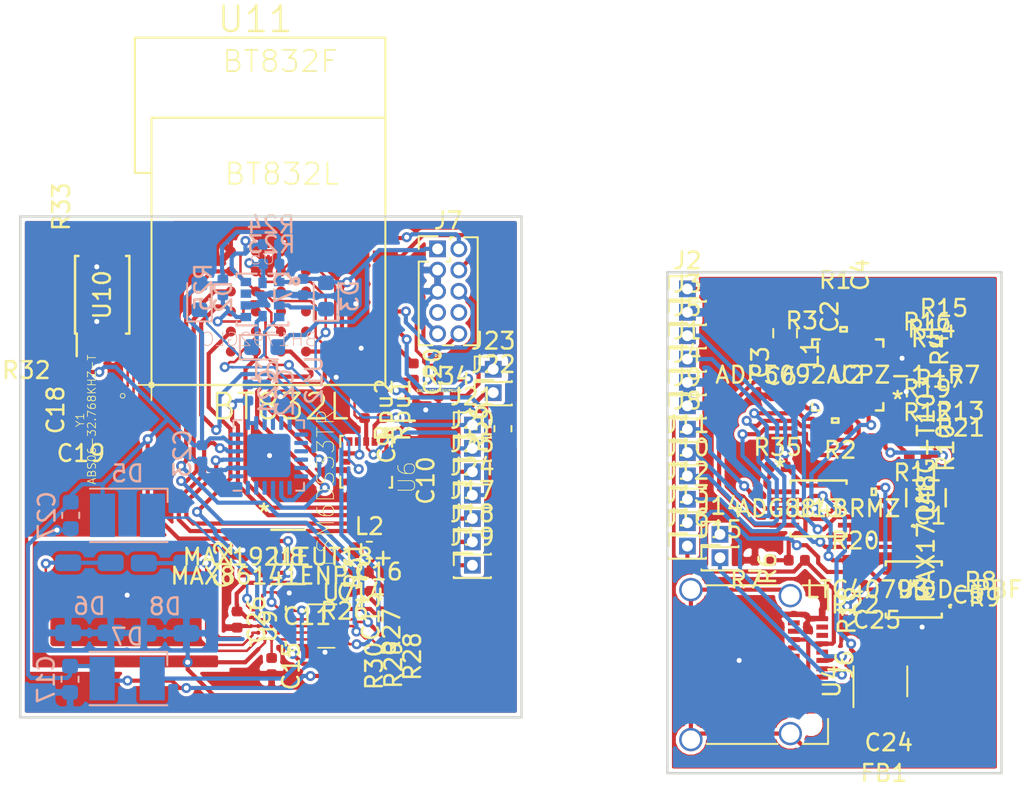
<source format=kicad_pcb>
(kicad_pcb (version 20171130) (host pcbnew 5.0.2-bee76a0~70~ubuntu18.04.1)
  (layers (0 F.Cu signal) (31 B.Cu signal) (34 B.Paste user) (35 F.Paste user) (36 B.SilkS user) (37 F.SilkS user) (38 B.Mask user) (39 F.Mask user) (44 Edge.Cuts user))
  (net 0 "")
  (net 1 "Net-(C4-Pad1)")
  (net 2 /power/BAT_T)
  (net 3 GND)
  (net 4 "Net-(R18-Pad1)")
  (net 5 /power/BAT+)
  (net 6 /power/REF)
  (net 7 "Net-(R4-Pad1)")
  (net 8 "Net-(R12-Pad2)")
  (net 9 "Net-(R1-Pad2)")
  (net 10 /power/TEG+)
  (net 11 /power/REG_GOOD)
  (net 12 "Net-(L1-Pad1)")
  (net 13 +3V3)
  (net 14 /power/PGOOD)
  (net 15 "Net-(R2-Pad1)")
  (net 16 "Net-(FB1-Pad1)")
  (net 17 /MaxSensorComplete/1.8V)
  (net 18 /OXY_INT)
  (net 19 "Net-(L2-Pad1)")
  (net 20 "Net-(U1-Pad5)")
  (net 21 /SCL)
  (net 22 /SDA)
  (net 23 /power/USB_VBUS)
  (net 24 "Net-(R8-Pad1)")
  (net 25 "Net-(R9-Pad1)")
  (net 26 /BAT_CHRG)
  (net 27 "Net-(R22-Pad1)")
  (net 28 /power/BAT_USB)
  (net 29 "Net-(R32-Pad2)")
  (net 30 "Net-(R33-Pad2)")
  (net 31 "Net-(C18-Pad1)")
  (net 32 "Net-(C19-Pad1)")
  (net 33 "Net-(U11-PadP$5)")
  (net 34 "Net-(U11-PadP$6)")
  (net 35 "Net-(U11-PadP$7)")
  (net 36 "Net-(U11-PadP$8)")
  (net 37 "Net-(D4-Pad2)")
  (net 38 /SoC/P18)
  (net 39 "Net-(D4-Pad4)")
  (net 40 /SoC/P21)
  (net 41 /SoC/SWCLK)
  (net 42 /SoC/SWDIO)
  (net 43 "Net-(U11-PadP$A5)")
  (net 44 /IMU_INT1)
  (net 45 /IMU_INT2)
  (net 46 /DIS_SW)
  (net 47 /BVP_INT)
  (net 48 /programmer/TX)
  (net 49 "Net-(U11-PadP$D1)")
  (net 50 "Net-(U11-PadP$D2)")
  (net 51 "Net-(U11-PadP$D3)")
  (net 52 "Net-(U11-PadP$D4)")
  (net 53 /programmer/RX)
  (net 54 "Net-(R19-Pad2)")
  (net 55 "Net-(R16-Pad2)")
  (net 56 "Net-(R14-Pad2)")
  (net 57 "Net-(C6-Pad2)")
  (net 58 /power/BAT_EH)
  (net 59 "Net-(U2-Pad18)")
  (net 60 /power/B_CONN)
  (net 61 "Net-(D4-Pad1)")
  (net 62 "Net-(U12-Pad1)")
  (net 63 /programmer/D+)
  (net 64 /programmer/D-)
  (net 65 "Net-(U12-Pad6)")
  (net 66 "Net-(C22-Pad1)")
  (net 67 "Net-(U12-Pad10)")
  (net 68 "Net-(U12-Pad11)")
  (net 69 "Net-(U12-Pad12)")
  (net 70 "Net-(U12-Pad13)")
  (net 71 "Net-(U12-Pad14)")
  (net 72 "Net-(U12-Pad15)")
  (net 73 "Net-(U12-Pad16)")
  (net 74 "Net-(U12-Pad17)")
  (net 75 "Net-(U12-Pad18)")
  (net 76 "Net-(U12-Pad19)")
  (net 77 "Net-(U12-Pad22)")
  (net 78 "Net-(U12-Pad23)")
  (net 79 "Net-(U12-Pad24)")
  (net 80 /IMUSensor/SDO-SA0)
  (net 81 /IMUSensor/CS)
  (net 82 "Net-(U6-Pad14)")
  (net 83 "Net-(D3-Pad1)")
  (net 84 "Net-(D2-Pad1)")
  (net 85 "Net-(D1-Pad1)")
  (net 86 "Net-(J6-PadA5)")
  (net 87 "Net-(J6-PadA8)")
  (net 88 "Net-(J6-PadB5)")
  (net 89 "Net-(J6-PadB6)")
  (net 90 "Net-(J6-PadB7)")
  (net 91 "Net-(J6-PadB8)")
  (net 92 "Net-(J7-Pad7)")
  (net 93 "Net-(J7-Pad8)")
  (net 94 "Net-(U5-Pad8)")
  (net 95 /power/EH_3v3)
  (net 96 "Net-(R35-Pad1)")
  (net 97 /power/USB_3v3)
  (net 98 "Net-(U4-Pad4)")
  (net 99 /SoC/GPIO4)
  (net 100 "Net-(D6-Pad1)")
  (net 101 "Net-(D8-Pad1)")
  (net 102 /MaxSensorComplete/SCLK)
  (net 103 /MaxSensorComplete/SDO)
  (net 104 /MaxSensorComplete/SDI)
  (net 105 /MaxSensorComplete/CSB)
  (net 106 "Net-(U9-PadB1)")
  (net 107 "Net-(U9-PadB2)")
  (net 108 "Net-(U9-PadB3)")
  (net 109 "Net-(U9-PadB4)")
  (net 110 "Net-(C15-Pad1)")
  (net 111 "Net-(D7-Pad1)")
  (net 112 "Net-(D5-Pad1)")
  (net 113 "Net-(R26-Pad2)")
  (net 114 "Net-(C14-Pad1)")
  (net 115 /SoC/CSB)
  (net 116 /SoC/SDI)
  (net 117 /SoC/SDO)
  (net 118 /SoC/SCLK)
  (net 119 "Net-(D6-Pad3)")
  (module Resistor_SMD:R_0603_1608Metric (layer F.Cu) (at 130.86 108.82 90)
    (fp_text reference R36 (at 0 -1.43 90) (layer F.SilkS))
    (fp_text value 0)
    (pad 1 smd roundrect (at -0.7875 0 90) (size 0.875 0.95) (layers F.Cu F.Paste F.Mask) (net 119 "Net-(D6-Pad3)"))
    (pad 2 smd roundrect (at 0.7875 0 90) (size 0.875 0.95) (layers F.Cu F.Paste F.Mask) (net 3 GND))
  )
  (module footprints:MAX86141ENP (layer F.Cu) (at 116.815 120.64 270)
    (fp_text reference U9 (at 0 0 270) (layer F.SilkS))
    (fp_text value MAX86141ENP+ (at -3 -0.1) (layer F.SilkS))
    (fp_text user * (at 1.5748 -1.6764 270) (layer F.SilkS))
    (pad D5 smd circle (at 0.8 0.6 270) (size 0.25 0.25) (layers F.Cu F.Paste F.Mask) (net 100 "Net-(D6-Pad1)"))
    (pad D4 smd circle (at 0.4 0.6 270) (size 0.25 0.25) (layers F.Cu F.Paste F.Mask) (net 101 "Net-(D8-Pad1)"))
    (pad D3 smd circle (at 0 0.6 270) (size 0.25 0.25) (layers F.Cu F.Paste F.Mask) (net 3 GND))
    (pad D2 smd circle (at -0.4 0.6 270) (size 0.25 0.25) (layers F.Cu F.Paste F.Mask) (net 17 /MaxSensorComplete/1.8V))
    (pad D1 smd circle (at -0.8 0.6 270) (size 0.25 0.25) (layers F.Cu F.Paste F.Mask) (net 112 "Net-(D5-Pad1)"))
    (pad C5 smd circle (at 0.8 0.2 270) (size 0.25 0.25) (layers F.Cu F.Paste F.Mask) (net 119 "Net-(D6-Pad3)"))
    (pad C4 smd circle (at 0.4 0.2 270) (size 0.25 0.25) (layers F.Cu F.Paste F.Mask) (net 3 GND))
    (pad C3 smd circle (at 0 0.2 270) (size 0.25 0.25) (layers F.Cu F.Paste F.Mask) (net 3 GND))
    (pad C2 smd circle (at -0.4 0.2 270) (size 0.25 0.25) (layers F.Cu F.Paste F.Mask) (net 17 /MaxSensorComplete/1.8V))
    (pad C1 smd circle (at -0.8 0.2 270) (size 0.25 0.25) (layers F.Cu F.Paste F.Mask) (net 111 "Net-(D7-Pad1)"))
    (pad B5 smd circle (at 0.8 -0.2 270) (size 0.25 0.25) (layers F.Cu F.Paste F.Mask) (net 110 "Net-(C15-Pad1)"))
    (pad B4 smd circle (at 0.4 -0.2 270) (size 0.25 0.25) (layers F.Cu F.Paste F.Mask) (net 109 "Net-(U9-PadB4)"))
    (pad B3 smd circle (at 0 -0.2 270) (size 0.25 0.25) (layers F.Cu F.Paste F.Mask) (net 108 "Net-(U9-PadB3)"))
    (pad B2 smd circle (at -0.4 -0.2 270) (size 0.25 0.25) (layers F.Cu F.Paste F.Mask) (net 107 "Net-(U9-PadB2)"))
    (pad B1 smd circle (at -0.8 -0.2 270) (size 0.25 0.25) (layers F.Cu F.Paste F.Mask) (net 106 "Net-(U9-PadB1)"))
    (pad A5 smd circle (at 0.8 -0.6 270) (size 0.25 0.25) (layers F.Cu F.Paste F.Mask) (net 105 /MaxSensorComplete/CSB))
    (pad A4 smd circle (at 0.4 -0.6 270) (size 0.25 0.25) (layers F.Cu F.Paste F.Mask) (net 104 /MaxSensorComplete/SDI))
    (pad A3 smd circle (at 0 -0.6 270) (size 0.25 0.25) (layers F.Cu F.Paste F.Mask) (net 103 /MaxSensorComplete/SDO))
    (pad A2 smd circle (at -0.4 -0.6 270) (size 0.25 0.25) (layers F.Cu F.Paste F.Mask) (net 102 /MaxSensorComplete/SCLK))
    (pad A1 smd circle (at -0.8 -0.6 270) (size 0.25 0.25) (layers F.Cu F.Paste F.Mask) (net 13 +3V3))
  )
  (module footprints:VEMD5010X01 (layer B.Cu) (at 110.637625 118.971761 180)
    (fp_text reference D8 (at 0 -0.5 180) (layer B.SilkS) (effects (justify mirror)))
    (fp_text value VEMD5010X01)
    (pad 4 smd roundrect (at 1.275 -2.1 180) (size 1.55 1) (layers B.Cu B.Paste B.Mask) (net 119 "Net-(D6-Pad3)"))
    (pad 3 smd roundrect (at -1.275 -2.1 180) (size 1.55 1) (layers B.Cu B.Paste B.Mask) (net 119 "Net-(D6-Pad3)"))
    (pad 2 smd roundrect (at 1.275 2.1 180) (size 1.55 1) (layers B.Cu B.Paste B.Mask) (net 101 "Net-(D8-Pad1)"))
    (pad 1 smd roundrect (at -1.275 2.1 180) (size 1.55 1) (layers B.Cu B.Paste B.Mask) (net 101 "Net-(D8-Pad1)"))
  )
  (module footprints:BT832-BT832L (layer F.Cu) (at 109.825 106.2)
    (fp_text reference U11 (at 6.2 -21.9) (layer F.SilkS) (effects (font (size 1.524 1.524))))
    (fp_text value BT832L (at 7.7 1.3) (layer F.SilkS) (effects (font (size 1.524 1.524))))
    (fp_text user BT832L (at 7.80796 -12.63396) (layer F.SilkS) (effects (font (size 1.27 1.27) (thickness 0.1016))))
    (fp_text user BT832F (at 7.7089 -19.38274) (layer F.SilkS) (effects (font (size 1.27 1.27) (thickness 0.1016))))
    (pad P$1 smd rect (at 0 -8.79856 180) (size 1.4986 0.6985) (layers F.Cu F.Paste F.Mask) (net 29 "Net-(R32-Pad2)"))
    (pad P$2 smd rect (at 0 -7.69874) (size 1.4986 0.6985) (layers F.Cu F.Paste F.Mask) (net 30 "Net-(R33-Pad2)"))
    (pad P$3 smd rect (at 0 -6.59892) (size 1.4986 0.6985) (layers F.Cu F.Paste F.Mask) (net 31 "Net-(C18-Pad1)"))
    (pad P$4 smd rect (at 0 -5.4991) (size 1.4986 0.6985) (layers F.Cu F.Paste F.Mask) (net 32 "Net-(C19-Pad1)"))
    (pad P$5 smd rect (at 0 -4.39928) (size 1.4986 0.6985) (layers F.Cu F.Paste F.Mask) (net 33 "Net-(U11-PadP$5)"))
    (pad P$6 smd rect (at 0 -3.29946) (size 1.4986 0.6985) (layers F.Cu F.Paste F.Mask) (net 34 "Net-(U11-PadP$6)"))
    (pad P$7 smd rect (at 0 -2.19964) (size 1.4986 0.6985) (layers F.Cu F.Paste F.Mask) (net 35 "Net-(U11-PadP$7)"))
    (pad P$8 smd rect (at 0 -1.09982) (size 1.4986 0.6985) (layers F.Cu F.Paste F.Mask) (net 36 "Net-(U11-PadP$8)"))
    (pad P$9 smd rect (at 13.99794 -1.09982) (size 1.4986 0.6985) (layers F.Cu F.Paste F.Mask) (net 13 +3V3))
    (pad P$10 smd rect (at 13.99794 -2.19964) (size 1.4986 0.6985) (layers F.Cu F.Paste F.Mask) (net 3 GND))
    (pad P$11 smd rect (at 13.99794 -3.29946) (size 1.4986 0.6985) (layers F.Cu F.Paste F.Mask) (net 37 "Net-(D4-Pad2)"))
    (pad P$12 smd rect (at 13.99794 -4.39928) (size 1.4986 0.6985) (layers F.Cu F.Paste F.Mask) (net 38 /SoC/P18))
    (pad P$13 smd rect (at 13.99794 -5.4991) (size 1.4986 0.6985) (layers F.Cu F.Paste F.Mask) (net 39 "Net-(D4-Pad4)"))
    (pad P$14 smd rect (at 13.99794 -6.59892) (size 1.4986 0.6985) (layers F.Cu F.Paste F.Mask) (net 40 /SoC/P21))
    (pad P$15 smd rect (at 13.99794 -7.69874) (size 1.4986 0.6985) (layers F.Cu F.Paste F.Mask) (net 41 /SoC/SWCLK))
    (pad P$16 smd rect (at 13.99794 -8.79856) (size 1.4986 0.6985) (layers F.Cu F.Paste F.Mask) (net 42 /SoC/SWDIO))
    (pad P$A0 smd circle (at 4.7498 -7.99846 180) (size 0.59944 0.59944) (layers F.Cu F.Paste F.Mask) (net 3 GND))
    (pad P$A1 smd circle (at 4.7498 -6.79958 180) (size 0.59944 0.59944) (layers F.Cu F.Paste F.Mask) (net 118 /SoC/SCLK))
    (pad P$A2 smd circle (at 4.7498 -5.59816 180) (size 0.59944 0.59944) (layers F.Cu F.Paste F.Mask) (net 117 /SoC/SDO))
    (pad P$A3 smd circle (at 4.7498 -4.39928 180) (size 0.59944 0.59944) (layers F.Cu F.Paste F.Mask) (net 116 /SoC/SDI))
    (pad P$A4 smd circle (at 4.7498 -3.19786 180) (size 0.59944 0.59944) (layers F.Cu F.Paste F.Mask) (net 115 /SoC/CSB))
    (pad P$A5 smd circle (at 4.7498 -1.99898) (size 0.59944 0.59944) (layers F.Cu F.Paste F.Mask) (net 43 "Net-(U11-PadP$A5)"))
    (pad P$B0 smd circle (at 6.2484 -7.99846 180) (size 0.59944 0.59944) (layers F.Cu F.Paste F.Mask) (net 3 GND))
    (pad P$B1 smd circle (at 6.2484 -6.79958 180) (size 0.59944 0.59944) (layers F.Cu F.Paste F.Mask) (net 21 /SCL))
    (pad P$B2 smd circle (at 6.2484 -5.59816 180) (size 0.59944 0.59944) (layers F.Cu F.Paste F.Mask) (net 22 /SDA))
    (pad P$B3 smd circle (at 6.2484 -4.39928 180) (size 0.59944 0.59944) (layers F.Cu F.Paste F.Mask) (net 44 /IMU_INT1))
    (pad P$B4 smd circle (at 6.2484 -3.19786 180) (size 0.59944 0.59944) (layers F.Cu F.Paste F.Mask) (net 45 /IMU_INT2))
    (pad P$B5 smd circle (at 6.2484 -1.99898 180) (size 0.59944 0.59944) (layers F.Cu F.Paste F.Mask) (net 46 /DIS_SW))
    (pad P$C0 smd circle (at 7.74954 -7.99846 180) (size 0.59944 0.59944) (layers F.Cu F.Paste F.Mask) (net 3 GND))
    (pad P$C1 smd circle (at 7.74954 -6.79958 180) (size 0.59944 0.59944) (layers F.Cu F.Paste F.Mask) (net 26 /BAT_CHRG))
    (pad P$C2 smd circle (at 7.74954 -5.59816 180) (size 0.59944 0.59944) (layers F.Cu F.Paste F.Mask) (net 99 /SoC/GPIO4))
    (pad P$C3 smd circle (at 7.74954 -4.39928 180) (size 0.59944 0.59944) (layers F.Cu F.Paste F.Mask) (net 18 /OXY_INT))
    (pad P$C4 smd circle (at 7.74954 -3.19786 180) (size 0.59944 0.59944) (layers F.Cu F.Paste F.Mask) (net 47 /BVP_INT))
    (pad P$C5 smd circle (at 7.74954 -1.99898 180) (size 0.59944 0.59944) (layers F.Cu F.Paste F.Mask) (net 48 /programmer/TX))
    (pad P$D0 smd circle (at 9.24814 -7.99846 180) (size 0.59944 0.59944) (layers F.Cu F.Paste F.Mask) (net 3 GND))
    (pad P$D1 smd circle (at 9.24814 -6.79958 180) (size 0.59944 0.59944) (layers F.Cu F.Paste F.Mask) (net 49 "Net-(U11-PadP$D1)"))
    (pad P$D2 smd circle (at 9.24814 -5.59816 180) (size 0.59944 0.59944) (layers F.Cu F.Paste F.Mask) (net 50 "Net-(U11-PadP$D2)"))
    (pad P$D3 smd circle (at 9.24814 -4.39928 180) (size 0.59944 0.59944) (layers F.Cu F.Paste F.Mask) (net 51 "Net-(U11-PadP$D3)"))
    (pad P$D4 smd circle (at 9.24814 -3.19786 180) (size 0.59944 0.59944) (layers F.Cu F.Paste F.Mask) (net 52 "Net-(U11-PadP$D4)"))
    (pad P$D5 smd circle (at 9.24814 -1.99898 180) (size 0.59944 0.59944) (layers F.Cu F.Paste F.Mask) (net 53 /programmer/RX))
  )
  (module Package_DFN_QFN:QFN-24-1EP_4x4mm_P0.5mm_EP2.6x2.6mm (layer B.Cu) (at 116.845001 110.423919)
    (fp_text reference U12 (at 2.704999 -4.514999 -90) (layer B.SilkS) (effects (justify mirror)))
    (fp_text value CP2102N-A01-GQFN24)
    (pad 24 smd roundrect (at -1.25 1.9375) (size 0.25 0.825) (layers B.Cu B.Paste B.Mask) (net 79 "Net-(U12-Pad24)"))
    (pad 23 smd roundrect (at -0.75 1.9375) (size 0.25 0.825) (layers B.Cu B.Paste B.Mask) (net 78 "Net-(U12-Pad23)"))
    (pad 22 smd roundrect (at -0.25 1.9375) (size 0.25 0.825) (layers B.Cu B.Paste B.Mask) (net 77 "Net-(U12-Pad22)"))
    (pad 21 smd roundrect (at 0.25 1.9375) (size 0.25 0.825) (layers B.Cu B.Paste B.Mask) (net 48 /programmer/TX))
    (pad 20 smd roundrect (at 0.75 1.9375) (size 0.25 0.825) (layers B.Cu B.Paste B.Mask) (net 53 /programmer/RX))
    (pad 19 smd roundrect (at 1.25 1.9375) (size 0.25 0.825) (layers B.Cu B.Paste B.Mask) (net 76 "Net-(U12-Pad19)"))
    (pad 18 smd roundrect (at 1.9375 1.25) (size 0.825 0.25) (layers B.Cu B.Paste B.Mask) (net 75 "Net-(U12-Pad18)"))
    (pad 17 smd roundrect (at 1.9375 0.75) (size 0.825 0.25) (layers B.Cu B.Paste B.Mask) (net 74 "Net-(U12-Pad17)"))
    (pad 16 smd roundrect (at 1.9375 0.25) (size 0.825 0.25) (layers B.Cu B.Paste B.Mask) (net 73 "Net-(U12-Pad16)"))
    (pad 15 smd roundrect (at 1.9375 -0.25) (size 0.825 0.25) (layers B.Cu B.Paste B.Mask) (net 72 "Net-(U12-Pad15)"))
    (pad 14 smd roundrect (at 1.9375 -0.75) (size 0.825 0.25) (layers B.Cu B.Paste B.Mask) (net 71 "Net-(U12-Pad14)"))
    (pad 13 smd roundrect (at 1.9375 -1.25) (size 0.825 0.25) (layers B.Cu B.Paste B.Mask) (net 70 "Net-(U12-Pad13)"))
    (pad 12 smd roundrect (at 1.25 -1.9375) (size 0.25 0.825) (layers B.Cu B.Paste B.Mask) (net 69 "Net-(U12-Pad12)"))
    (pad 11 smd roundrect (at 0.75 -1.9375) (size 0.25 0.825) (layers B.Cu B.Paste B.Mask) (net 68 "Net-(U12-Pad11)"))
    (pad 10 smd roundrect (at 0.25 -1.9375) (size 0.25 0.825) (layers B.Cu B.Paste B.Mask) (net 67 "Net-(U12-Pad10)"))
    (pad 9 smd roundrect (at -0.25 -1.9375) (size 0.25 0.825) (layers B.Cu B.Paste B.Mask) (net 66 "Net-(C22-Pad1)"))
    (pad 8 smd roundrect (at -0.75 -1.9375) (size 0.25 0.825) (layers B.Cu B.Paste B.Mask) (net 23 /power/USB_VBUS))
    (pad 7 smd roundrect (at -1.25 -1.9375) (size 0.25 0.825) (layers B.Cu B.Paste B.Mask) (net 23 /power/USB_VBUS))
    (pad 6 smd roundrect (at -1.9375 -1.25) (size 0.825 0.25) (layers B.Cu B.Paste B.Mask) (net 65 "Net-(U12-Pad6)"))
    (pad 5 smd roundrect (at -1.9375 -0.75) (size 0.825 0.25) (layers B.Cu B.Paste B.Mask) (net 13 +3V3))
    (pad 4 smd roundrect (at -1.9375 -0.25) (size 0.825 0.25) (layers B.Cu B.Paste B.Mask) (net 64 /programmer/D-))
    (pad 3 smd roundrect (at -1.9375 0.25) (size 0.825 0.25) (layers B.Cu B.Paste B.Mask) (net 63 /programmer/D+))
    (pad 2 smd roundrect (at -1.9375 0.75) (size 0.825 0.25) (layers B.Cu B.Paste B.Mask) (net 3 GND))
    (pad 1 smd roundrect (at -1.9375 1.25) (size 0.825 0.25) (layers B.Cu B.Paste B.Mask) (net 62 "Net-(U12-Pad1)"))
    (pad 25 smd roundrect (at 0 0) (size 2.6 2.6) (layers B.Cu B.Mask) (roundrect_rratio 0.096154) (net 3 GND))
  )
  (module LSM6DS33TR:PQFN50P300X300X86-16N (layer F.Cu) (at 122.675 110.8 270)
    (fp_text reference U6 (at 0.94084 -2.43719 270) (layer F.SilkS) (effects (font (size 1.0009 1.0009) (thickness 0.05))))
    (fp_text value LSM6DS33TR (at 1.57712 2.41825 270) (layer F.SilkS) (effects (font (size 1.00135 1.00135) (thickness 0.05))))
    (pad 16 smd rect (at -0.5 -1.21 180) (size 0.51 0.35) (layers F.Cu F.Paste F.Mask) (net 13 +3V3))
    (pad 15 smd rect (at 0 -1.21 180) (size 0.51 0.35) (layers F.Cu F.Paste F.Mask) (net 13 +3V3))
    (pad 14 smd rect (at 0.5 -1.21 180) (size 0.51 0.35) (layers F.Cu F.Paste F.Mask) (net 82 "Net-(U6-Pad14)"))
    (pad 13 smd rect (at 1.21 -1 90) (size 0.51 0.35) (layers F.Cu F.Paste F.Mask) (net 3 GND))
    (pad 12 smd rect (at 1.21 -0.5 90) (size 0.51 0.35) (layers F.Cu F.Paste F.Mask) (net 3 GND))
    (pad 11 smd rect (at 1.21 0 90) (size 0.51 0.35) (layers F.Cu F.Paste F.Mask) (net 3 GND))
    (pad 10 smd rect (at 1.21 0.5 90) (size 0.51 0.35) (layers F.Cu F.Paste F.Mask) (net 3 GND))
    (pad 9 smd rect (at 1.21 1 90) (size 0.51 0.35) (layers F.Cu F.Paste F.Mask) (net 3 GND))
    (pad 8 smd rect (at 0.5 1.21) (size 0.51 0.35) (layers F.Cu F.Paste F.Mask) (net 3 GND))
    (pad 7 smd rect (at 0 1.21) (size 0.51 0.35) (layers F.Cu F.Paste F.Mask) (net 45 /IMU_INT2))
    (pad 6 smd rect (at -0.5 1.21) (size 0.51 0.35) (layers F.Cu F.Paste F.Mask) (net 44 /IMU_INT1))
    (pad 5 smd rect (at -1.21 1 270) (size 0.51 0.35) (layers F.Cu F.Paste F.Mask) (net 81 /IMUSensor/CS))
    (pad 4 smd rect (at -1.21 0.5 270) (size 0.51 0.35) (layers F.Cu F.Paste F.Mask) (net 80 /IMUSensor/SDO-SA0))
    (pad 3 smd rect (at -1.21 0 270) (size 0.51 0.35) (layers F.Cu F.Paste F.Mask) (net 22 /SDA))
    (pad 2 smd rect (at -1.21 -0.5 270) (size 0.51 0.35) (layers F.Cu F.Paste F.Mask) (net 21 /SCL))
    (pad 1 smd rect (at -1.21 -1 270) (size 0.51 0.35) (layers F.Cu F.Paste F.Mask) (net 13 +3V3))
  )
  (module Connector_PinHeader_1.27mm:PinHeader_1x01_P1.27mm_Vertical (layer F.Cu) (at 129.03 111.4)
    (fp_text reference J25 (at 0 -1.695) (layer F.SilkS))
    (fp_text value DIS_SW)
    (pad 1 thru_hole rect (at 0 0) (size 1 1) (drill 0.65) (layers *.Cu *.Mask) (net 46 /DIS_SW))
  )
  (module Connector_PinHeader_1.27mm:PinHeader_1x01_P1.27mm_Vertical (layer F.Cu) (at 129.03 114.2)
    (fp_text reference J17 (at 0 -1.695) (layer F.SilkS))
    (fp_text value VBUS)
    (pad 1 thru_hole rect (at 0 0) (size 1 1) (drill 0.65) (layers *.Cu *.Mask) (net 23 /power/USB_VBUS))
  )
  (module Connector_PinHeader_1.27mm:PinHeader_1x01_P1.27mm_Vertical (layer F.Cu) (at 129.03 115.6)
    (fp_text reference J18 (at 0 -1.695) (layer F.SilkS))
    (fp_text value D+)
    (pad 1 thru_hole rect (at 0 0) (size 1 1) (drill 0.65) (layers *.Cu *.Mask) (net 63 /programmer/D+))
  )
  (module Connector_PinHeader_1.27mm:PinHeader_1x01_P1.27mm_Vertical (layer F.Cu) (at 129.03 117)
    (fp_text reference J19 (at 0 -1.695) (layer F.SilkS))
    (fp_text value D-)
    (pad 1 thru_hole rect (at 0 0) (size 1 1) (drill 0.65) (layers *.Cu *.Mask) (net 64 /programmer/D-))
  )
  (module Connector_PinHeader_1.27mm:PinHeader_1x01_P1.27mm_Vertical (layer F.Cu) (at 129.03 110)
    (fp_text reference J20 (at 0 -1.695) (layer F.SilkS))
    (fp_text value SDA)
    (pad 1 thru_hole rect (at 0 0) (size 1 1) (drill 0.65) (layers *.Cu *.Mask) (net 22 /SDA))
  )
  (module Connector_PinHeader_1.27mm:PinHeader_1x01_P1.27mm_Vertical (layer F.Cu) (at 129.03 108.6)
    (fp_text reference J21 (at 0 -1.695) (layer F.SilkS))
    (fp_text value SCL)
    (pad 1 thru_hole rect (at 0 0) (size 1 1) (drill 0.65) (layers *.Cu *.Mask) (net 21 /SCL))
  )
  (module Connector_PinHeader_1.27mm:PinHeader_1x01_P1.27mm_Vertical (layer F.Cu) (at 130.28 106.66)
    (fp_text reference J22 (at 0 -1.695) (layer F.SilkS))
    (fp_text value VCC)
    (pad 1 thru_hole rect (at 0 0) (size 1 1) (drill 0.65) (layers *.Cu *.Mask) (net 13 +3V3))
  )
  (module Connector_PinHeader_1.27mm:PinHeader_1x01_P1.27mm_Vertical (layer F.Cu) (at 130.28 105.26)
    (fp_text reference J23 (at 0 -1.695) (layer F.SilkS))
    (fp_text value GND)
    (pad 1 thru_hole rect (at 0 0) (size 1 1) (drill 0.65) (layers *.Cu *.Mask) (net 3 GND))
  )
  (module Connector_PinHeader_1.27mm:PinHeader_1x01_P1.27mm_Vertical (layer F.Cu) (at 129.03 112.8)
    (fp_text reference J24 (at 0 -1.695) (layer F.SilkS))
    (fp_text value BAT_CHRG)
    (pad 1 thru_hole rect (at 0 0) (size 1 1) (drill 0.65) (layers *.Cu *.Mask) (net 26 /BAT_CHRG))
  )
  (module BH1790GLC-E2:PQFN70P280X280X100-10N (layer B.Cu) (at 116.471198 101.084209 180)
    (fp_text reference U5 (at 0.01077 2.49896 180) (layer B.SilkS) (effects (font (size 0.80111 0.80111) (thickness 0.05)) (justify mirror)))
    (fp_text value BH1792GLC (at 0.17181 -2.38771 180) (layer B.SilkS) (effects (font (size 0.80074 0.80074) (thickness 0.05)) (justify mirror)))
    (pad 7 smd rect (at 0.995 -0.35) (size 0.63 0.5) (layers B.Cu B.Paste B.Mask) (net 3 GND))
    (pad 6 smd rect (at 0.995 -1.05) (size 0.63 0.5) (layers B.Cu B.Paste B.Mask) (net 47 /BVP_INT))
    (pad 8 smd rect (at 0.995 0.35) (size 0.63 0.5) (layers B.Cu B.Paste B.Mask) (net 94 "Net-(U5-Pad8)"))
    (pad 4 smd rect (at -0.995 -1.05 180) (size 0.63 0.5) (layers B.Cu B.Paste B.Mask) (net 84 "Net-(D2-Pad1)"))
    (pad 2 smd rect (at -0.995 0.35 180) (size 0.63 0.5) (layers B.Cu B.Paste B.Mask) (net 3 GND))
    (pad 3 smd rect (at -0.995 -0.35 180) (size 0.63 0.5) (layers B.Cu B.Paste B.Mask) (net 83 "Net-(D3-Pad1)"))
    (pad 5 smd rect (at 0 -0.995 90) (size 0.63 0.5) (layers B.Cu B.Paste B.Mask) (net 85 "Net-(D1-Pad1)"))
    (pad 10 smd rect (at 0 0.995 270) (size 0.63 0.5) (layers B.Cu B.Paste B.Mask) (net 21 /SCL))
    (pad 9 smd rect (at 0.995 1.05) (size 0.63 0.5) (layers B.Cu B.Paste B.Mask) (net 22 /SDA))
    (pad 1 smd rect (at -0.995 1.05 180) (size 0.63 0.5) (layers B.Cu B.Paste B.Mask) (net 13 +3V3))
  )
  (module Package_SO:TSSOP-8_4.4x3mm_P0.65mm (layer F.Cu) (at 106.875 100.8 90)
    (fp_text reference U10 (at 0 0 90) (layer F.SilkS))
    (fp_text value AT24CS02-XHM)
    (pad 8 smd rect (at 2.95 -0.975 90) (size 1.45 0.45) (layers F.Cu F.Paste F.Mask) (net 13 +3V3))
    (pad 7 smd rect (at 2.95 -0.325 90) (size 1.45 0.45) (layers F.Cu F.Paste F.Mask) (net 3 GND))
    (pad 6 smd rect (at 2.95 0.325 90) (size 1.45 0.45) (layers F.Cu F.Paste F.Mask) (net 30 "Net-(R33-Pad2)"))
    (pad 5 smd rect (at 2.95 0.975 90) (size 1.45 0.45) (layers F.Cu F.Paste F.Mask) (net 29 "Net-(R32-Pad2)"))
    (pad 4 smd rect (at -2.95 0.975 90) (size 1.45 0.45) (layers F.Cu F.Paste F.Mask) (net 3 GND))
    (pad 3 smd rect (at -2.95 0.325 90) (size 1.45 0.45) (layers F.Cu F.Paste F.Mask) (net 3 GND))
    (pad 2 smd rect (at -2.95 -0.325 90) (size 1.45 0.45) (layers F.Cu F.Paste F.Mask) (net 3 GND))
    (pad 1 smd rect (at -2.95 -0.975 90) (size 1.45 0.45) (layers F.Cu F.Paste F.Mask) (net 3 GND))
  )
  (module Resistor_SMD:R_0402_1005Metric (layer F.Cu) (at 105.3 105.425 180)
    (fp_text reference R32 (at 2.965 0.1) (layer F.SilkS))
    (fp_text value 10k)
    (pad 2 smd roundrect (at 0.485 0 180) (size 0.59 0.64) (layers F.Cu F.Paste F.Mask) (net 29 "Net-(R32-Pad2)"))
    (pad 1 smd roundrect (at -0.485 0 180) (size 0.59 0.64) (layers F.Cu F.Paste F.Mask) (net 13 +3V3))
  )
  (module Resistor_SMD:R_0402_1005Metric (layer B.Cu) (at 116.996198 98.959209 180)
    (fp_text reference R23 (at 0 1.17 180) (layer B.SilkS) (effects (justify mirror)))
    (fp_text value 10k)
    (pad 1 smd roundrect (at -0.485 0 180) (size 0.59 0.64) (layers B.Cu B.Paste B.Mask) (net 13 +3V3))
    (pad 2 smd roundrect (at 0.485 0 180) (size 0.59 0.64) (layers B.Cu B.Paste B.Mask) (net 21 /SCL))
  )
  (module Resistor_SMD:R_0402_1005Metric (layer B.Cu) (at 116.971198 97.784209 180)
    (fp_text reference R24 (at 0 1.17 180) (layer B.SilkS) (effects (justify mirror)))
    (fp_text value 10k)
    (pad 2 smd roundrect (at 0.485 0 180) (size 0.59 0.64) (layers B.Cu B.Paste B.Mask) (net 22 /SDA))
    (pad 1 smd roundrect (at -0.485 0 180) (size 0.59 0.64) (layers B.Cu B.Paste B.Mask) (net 13 +3V3))
  )
  (module Resistor_SMD:R_0402_1005Metric (layer B.Cu) (at 114.096198 100.359209 270)
    (fp_text reference R25 (at 0 1.17 270) (layer B.SilkS) (effects (justify mirror)))
    (fp_text value 10k)
    (pad 1 smd roundrect (at -0.485 0 270) (size 0.59 0.64) (layers B.Cu B.Paste B.Mask) (net 13 +3V3))
    (pad 2 smd roundrect (at 0.485 0 270) (size 0.59 0.64) (layers B.Cu B.Paste B.Mask) (net 47 /BVP_INT))
  )
  (module Package_DFN_QFN:Texas_R_PUQFN-N12 (layer F.Cu) (at 120.29 120.64)
    (fp_text reference U7 (at 0.75 -2) (layer F.SilkS))
    (fp_text value TXB0104RUT)
    (pad 1 smd rect (at -0.425 -0.975) (size 0.15 0.25) (layers F.Cu F.Paste F.Mask) (net 17 /MaxSensorComplete/1.8V))
    (pad 12 smd rect (at 0 -0.8 270) (size 0.6 0.2) (layers F.Cu F.Paste F.Mask) (net 113 "Net-(R26-Pad2)"))
    (pad 11 smd rect (at 0.65 -0.8 270) (size 0.2 0.6) (layers F.Cu F.Paste F.Mask) (net 13 +3V3))
    (pad 10 smd rect (at 0.65 -0.4 270) (size 0.2 0.6) (layers F.Cu F.Paste F.Mask) (net 118 /SoC/SCLK))
    (pad 9 smd rect (at 0.65 0 270) (size 0.2 0.6) (layers F.Cu F.Paste F.Mask) (net 117 /SoC/SDO))
    (pad 8 smd rect (at 0.65 0.4 270) (size 0.2 0.6) (layers F.Cu F.Paste F.Mask) (net 116 /SoC/SDI))
    (pad 7 smd rect (at 0.65 0.8 270) (size 0.2 0.6) (layers F.Cu F.Paste F.Mask) (net 115 /SoC/CSB))
    (pad 6 smd rect (at 0 0.8 270) (size 0.6 0.2) (layers F.Cu F.Paste F.Mask) (net 3 GND))
    (pad 5 smd rect (at -0.65 0.8 270) (size 0.2 0.6) (layers F.Cu F.Paste F.Mask) (net 105 /MaxSensorComplete/CSB))
    (pad 4 smd rect (at -0.65 0.4 270) (size 0.2 0.6) (layers F.Cu F.Paste F.Mask) (net 104 /MaxSensorComplete/SDI))
    (pad 3 smd rect (at -0.65 0 270) (size 0.2 0.6) (layers F.Cu F.Paste F.Mask) (net 103 /MaxSensorComplete/SDO))
    (pad 2 smd rect (at -0.65 -0.4 270) (size 0.2 0.6) (layers F.Cu F.Paste F.Mask) (net 102 /MaxSensorComplete/SCLK))
    (pad 1 smd rect (at -0.65 -0.8 270) (size 0.2 0.6) (layers F.Cu F.Paste F.Mask) (net 17 /MaxSensorComplete/1.8V))
  )
  (module Capacitor_SMD:C_0603_1608Metric (layer B.Cu) (at 104.95 123.825 270)
    (fp_text reference C17 (at 0 1.43 270) (layer B.SilkS) (effects (justify mirror)))
    (fp_text value 22u)
    (pad 2 smd roundrect (at 0.7875 0 270) (size 0.875 0.95) (layers B.Cu B.Paste B.Mask) (net 3 GND))
    (pad 1 smd roundrect (at -0.7875 0 270) (size 0.875 0.95) (layers B.Cu B.Paste B.Mask) (net 13 +3V3))
  )
  (module Connector_PinHeader_1.27mm:PinHeader_2x05_P1.27mm_Vertical (layer F.Cu) (at 126.95 98.05)
    (fp_text reference J7 (at 0.635 -1.695) (layer F.SilkS))
    (fp_text value Conn_02x05_Odd_Even)
    (pad 10 thru_hole oval (at 1.27 5.08) (size 1 1) (drill 0.65) (layers *.Cu *.Mask) (net 40 /SoC/P21))
    (pad 9 thru_hole oval (at 0 5.08) (size 1 1) (drill 0.65) (layers *.Cu *.Mask) (net 3 GND))
    (pad 8 thru_hole oval (at 1.27 3.81) (size 1 1) (drill 0.65) (layers *.Cu *.Mask) (net 93 "Net-(J7-Pad8)"))
    (pad 7 thru_hole oval (at 0 3.81) (size 1 1) (drill 0.65) (layers *.Cu *.Mask) (net 92 "Net-(J7-Pad7)"))
    (pad 6 thru_hole oval (at 1.27 2.54) (size 1 1) (drill 0.65) (layers *.Cu *.Mask) (net 38 /SoC/P18))
    (pad 5 thru_hole oval (at 0 2.54) (size 1 1) (drill 0.65) (layers *.Cu *.Mask) (net 3 GND))
    (pad 4 thru_hole oval (at 1.27 1.27) (size 1 1) (drill 0.65) (layers *.Cu *.Mask) (net 41 /SoC/SWCLK))
    (pad 3 thru_hole oval (at 0 1.27) (size 1 1) (drill 0.65) (layers *.Cu *.Mask) (net 3 GND))
    (pad 2 thru_hole oval (at 1.27 0) (size 1 1) (drill 0.65) (layers *.Cu *.Mask) (net 42 /SoC/SWDIO))
    (pad 1 thru_hole rect (at 0 0) (size 1 1) (drill 0.65) (layers *.Cu *.Mask) (net 13 +3V3))
  )
  (module Capacitor_SMD:C_0402_1005Metric (layer F.Cu) (at 114.95 120.25 270)
    (fp_text reference C26 (at 0 -1.17 270) (layer F.SilkS))
    (fp_text value "1µf 10V")
    (pad 2 smd roundrect (at 0.485 0 270) (size 0.59 0.64) (layers F.Cu F.Paste F.Mask) (net 3 GND))
    (pad 1 smd roundrect (at -0.485 0 270) (size 0.59 0.64) (layers F.Cu F.Paste F.Mask) (net 17 /MaxSensorComplete/1.8V))
  )
  (module Capacitor_SMD:C_0603_1608Metric (layer B.Cu) (at 104.99 114.01 270)
    (fp_text reference C27 (at 0 1.43 270) (layer B.SilkS) (effects (justify mirror)))
    (fp_text value 22u)
    (pad 2 smd roundrect (at 0.7875 0 270) (size 0.875 0.95) (layers B.Cu B.Paste B.Mask) (net 3 GND))
    (pad 1 smd roundrect (at -0.7875 0 270) (size 0.875 0.95) (layers B.Cu B.Paste B.Mask) (net 13 +3V3))
  )
  (module LED_SMD:LED_PLCC-2 (layer B.Cu) (at 108.37 123.785 180)
    (fp_text reference D7 (at 0 2.5 180) (layer B.SilkS) (effects (justify mirror)))
    (fp_text value LED_LY_P47F-TM)
    (pad 2 smd rect (at 1.5 0 180) (size 1.5 2.6) (layers B.Cu B.Paste B.Mask) (net 13 +3V3))
    (pad 1 smd rect (at -1.5 0 180) (size 1.5 2.6) (layers B.Cu B.Paste B.Mask) (net 111 "Net-(D7-Pad1)"))
  )
  (module LED_SMD:LED_PLCC-2 (layer B.Cu) (at 108.39 114.01 180)
    (fp_text reference D5 (at 0 2.5 180) (layer B.SilkS) (effects (justify mirror)))
    (fp_text value "LED-LT PWSG-AABB-36-46-F")
    (pad 2 smd rect (at 1.5 0 180) (size 1.5 2.6) (layers B.Cu B.Paste B.Mask) (net 13 +3V3))
    (pad 1 smd rect (at -1.5 0 180) (size 1.5 2.6) (layers B.Cu B.Paste B.Mask) (net 112 "Net-(D5-Pad1)"))
  )
  (module footprints:VEMD5010X01 (layer B.Cu) (at 106.11 118.95 180)
    (fp_text reference D6 (at 0 -0.5 180) (layer B.SilkS) (effects (justify mirror)))
    (fp_text value VEMD5010X01)
    (pad 4 smd roundrect (at 1.275 -2.1 180) (size 1.55 1) (layers B.Cu B.Paste B.Mask) (net 119 "Net-(D6-Pad3)"))
    (pad 3 smd roundrect (at -1.275 -2.1 180) (size 1.55 1) (layers B.Cu B.Paste B.Mask) (net 119 "Net-(D6-Pad3)"))
    (pad 2 smd roundrect (at 1.275 2.1 180) (size 1.55 1) (layers B.Cu B.Paste B.Mask) (net 100 "Net-(D6-Pad1)"))
    (pad 1 smd roundrect (at -1.275 2.1 180) (size 1.55 1) (layers B.Cu B.Paste B.Mask) (net 100 "Net-(D6-Pad1)"))
  )
  (module Connector_PinHeader_1.27mm:PinHeader_1x01_P1.27mm_Vertical (layer F.Cu) (at 141.9 115.85)
    (fp_text reference J16 (at 0 -1.695) (layer F.SilkS))
    (fp_text value USB_V)
    (pad 1 thru_hole rect (at 0 0) (size 1 1) (drill 0.65) (layers *.Cu *.Mask) (net 23 /power/USB_VBUS))
  )
  (module Connector_PinHeader_1.27mm:PinHeader_1x01_P1.27mm_Vertical (layer F.Cu) (at 143.85 116.55)
    (fp_text reference J15 (at 0 -1.695) (layer F.SilkS))
    (fp_text value USBDM)
    (pad 1 thru_hole rect (at 0 0) (size 1 1) (drill 0.65) (layers *.Cu *.Mask) (net 64 /programmer/D-))
  )
  (module Connector_PinHeader_1.27mm:PinHeader_1x01_P1.27mm_Vertical (layer F.Cu) (at 143.85 115.15)
    (fp_text reference J14 (at 0 -1.695) (layer F.SilkS))
    (fp_text value USBDP)
    (pad 1 thru_hole rect (at 0 0) (size 1 1) (drill 0.65) (layers *.Cu *.Mask) (net 63 /programmer/D+))
  )
  (module Resistor_SMD:R_0402_1005Metric (layer F.Cu) (at 148.45 116.7 180)
    (fp_text reference R6 (at 1.75 -0.5 -90) (layer F.SilkS))
    (fp_text value 1M)
    (pad 2 smd roundrect (at 0.485 0 180) (size 0.59 0.64) (layers F.Cu F.Paste F.Mask) (net 60 /power/B_CONN))
    (pad 1 smd roundrect (at -0.485 0 180) (size 0.59 0.64) (layers F.Cu F.Paste F.Mask) (net 23 /power/USB_VBUS))
  )
  (module Connector_PinHeader_1.27mm:PinHeader_1x01_P1.27mm_Vertical (layer F.Cu) (at 141.9 108.85)
    (fp_text reference J8 (at 0 -1.695) (layer F.SilkS))
    (fp_text value VCC)
    (pad 1 thru_hole rect (at 0 0) (size 1 1) (drill 0.65) (layers *.Cu *.Mask) (net 13 +3V3))
  )
  (module Connector_PinHeader_1.27mm:PinHeader_1x01_P1.27mm_Vertical (layer F.Cu) (at 141.9 111.65)
    (fp_text reference J10 (at 0 -1.695) (layer F.SilkS))
    (fp_text value SDA)
    (pad 1 thru_hole rect (at 0 0) (size 1 1) (drill 0.65) (layers *.Cu *.Mask) (net 22 /SDA))
  )
  (module Connector_PinHeader_1.27mm:PinHeader_1x01_P1.27mm_Vertical (layer F.Cu) (at 141.9 110.25)
    (fp_text reference J11 (at 0 -1.695) (layer F.SilkS))
    (fp_text value SCL)
    (pad 1 thru_hole rect (at 0 0) (size 1 1) (drill 0.65) (layers *.Cu *.Mask) (net 21 /SCL))
  )
  (module Connector_PinHeader_1.27mm:PinHeader_1x01_P1.27mm_Vertical (layer F.Cu) (at 141.9 114.45)
    (fp_text reference J13 (at 0 -1.695) (layer F.SilkS))
    (fp_text value BAT_CHRG)
    (pad 1 thru_hole rect (at 0 0) (size 1 1) (drill 0.65) (layers *.Cu *.Mask) (net 26 /BAT_CHRG))
  )
  (module Connector_PinHeader_1.27mm:PinHeader_1x01_P1.27mm_Vertical (layer F.Cu) (at 141.9 113.05)
    (fp_text reference J12 (at 0 -1.695) (layer F.SilkS))
    (fp_text value DIS_SW)
    (pad 1 thru_hole rect (at 0 0) (size 1 1) (drill 0.65) (layers *.Cu *.Mask) (net 46 /DIS_SW))
  )
  (module Connector_PinHeader_1.27mm:PinHeader_1x01_P1.27mm_Vertical (layer F.Cu) (at 141.9 107.45)
    (fp_text reference J9 (at 0 -1.695) (layer F.SilkS))
    (fp_text value GND)
    (pad 1 thru_hole rect (at 0 0) (size 1 1) (drill 0.65) (layers *.Cu *.Mask) (net 3 GND))
  )
  (module Capacitor_SMD:C_0402_1005Metric (layer F.Cu) (at 153.95 126.45 180)
    (fp_text reference C24 (at 0 -1.17 180) (layer F.SilkS))
    (fp_text value 1u)
    (pad 2 smd roundrect (at 0.485 0 180) (size 0.59 0.64) (layers F.Cu F.Paste F.Mask) (net 3 GND))
    (pad 1 smd roundrect (at -0.485 0 180) (size 0.59 0.64) (layers F.Cu F.Paste F.Mask) (net 23 /power/USB_VBUS))
  )
  (module Capacitor_SMD:C_0402_1005Metric (layer F.Cu) (at 153.245 121.45)
    (fp_text reference C25 (at 0 -1.17) (layer F.SilkS))
    (fp_text value 1u)
    (pad 2 smd roundrect (at 0.485 0) (size 0.59 0.64) (layers F.Cu F.Paste F.Mask) (net 3 GND))
    (pad 1 smd roundrect (at -0.485 0) (size 0.59 0.64) (layers F.Cu F.Paste F.Mask) (net 97 /power/USB_3v3))
  )
  (module Package_TO_SOT_SMD:SOT-23-5 (layer F.Cu) (at 153.45 123.95 90)
    (fp_text reference U4 (at 0 -2.9 90) (layer F.SilkS))
    (fp_text value LD39015M33R)
    (pad 5 smd rect (at 1.1 -0.95 90) (size 1.06 0.65) (layers F.Cu F.Paste F.Mask) (net 97 /power/USB_3v3))
    (pad 4 smd rect (at 1.1 0.95 90) (size 1.06 0.65) (layers F.Cu F.Paste F.Mask) (net 98 "Net-(U4-Pad4)"))
    (pad 3 smd rect (at -1.1 0.95 90) (size 1.06 0.65) (layers F.Cu F.Paste F.Mask) (net 23 /power/USB_VBUS))
    (pad 2 smd rect (at -1.1 0 90) (size 1.06 0.65) (layers F.Cu F.Paste F.Mask) (net 3 GND))
    (pad 1 smd rect (at -1.1 -0.95 90) (size 1.06 0.65) (layers F.Cu F.Paste F.Mask) (net 23 /power/USB_VBUS))
  )
  (module Resistor_SMD:R_0402_1005Metric (layer F.Cu) (at 147.3 111.1)
    (fp_text reference R35 (at 0 -1.17) (layer F.SilkS))
    (fp_text value 10k)
    (pad 2 smd roundrect (at 0.485 0) (size 0.59 0.64) (layers F.Cu F.Paste F.Mask) (net 5 /power/BAT+))
    (pad 1 smd roundrect (at -0.485 0) (size 0.59 0.64) (layers F.Cu F.Paste F.Mask) (net 96 "Net-(R35-Pad1)"))
  )
  (module footprints:ADG884BRMZ (layer F.Cu) (at 149.75 113.6)
    (fp_text reference U13 (at 0 0) (layer F.SilkS))
    (fp_text value ADG884BRMZ (at 0 0) (layer F.SilkS))
    (fp_text user * (at -2.2987 -2.4332) (layer F.SilkS))
    (pad 10 smd rect (at 2.0447 -1.000001) (size 1.766799 0.2902) (layers F.Cu F.Paste F.Mask) (net 28 /power/BAT_USB))
    (pad 9 smd rect (at 2.0447 -0.499999) (size 1.766799 0.2902) (layers F.Cu F.Paste F.Mask) (net 5 /power/BAT+))
    (pad 8 smd rect (at 2.0447 0) (size 1.766799 0.2902) (layers F.Cu F.Paste F.Mask) (net 60 /power/B_CONN))
    (pad 7 smd rect (at 2.0447 0.499999) (size 1.766799 0.2902) (layers F.Cu F.Paste F.Mask) (net 58 /power/BAT_EH))
    (pad 6 smd rect (at 2.0447 1.000001) (size 1.766799 0.2902) (layers F.Cu F.Paste F.Mask) (net 3 GND))
    (pad 5 smd rect (at -2.0447 1.000001) (size 1.766799 0.2902) (layers F.Cu F.Paste F.Mask) (net 95 /power/EH_3v3))
    (pad 4 smd rect (at -2.0447 0.499999) (size 1.766799 0.2902) (layers F.Cu F.Paste F.Mask) (net 60 /power/B_CONN))
    (pad 3 smd rect (at -2.0447 0) (size 1.766799 0.2902) (layers F.Cu F.Paste F.Mask) (net 13 +3V3))
    (pad 2 smd rect (at -2.0447 -0.499999) (size 1.766799 0.2902) (layers F.Cu F.Paste F.Mask) (net 97 /power/USB_3v3))
    (pad 1 smd rect (at -2.0447 -1.000001) (size 1.766799 0.2902) (layers F.Cu F.Paste F.Mask) (net 96 "Net-(R35-Pad1)"))
  )
  (module footprints:ADP5092ACPZ-1-R7 (layer F.Cu) (at 151.5 105.6 180)
    (fp_text reference U2 (at 0 0 180) (layer F.SilkS))
    (fp_text value ADP5092ACPZ-1-R7 (at 0 0 180) (layer F.SilkS))
    (fp_text user * (at -2.985 -1.5 180) (layer F.SilkS))
    (pad 25 smd rect (at 0 0 180) (size 2.3 2.3) (layers F.Cu F.Paste F.Mask) (net 3 GND))
    (pad 24 smd rect (at -1.25 -1.950001 180) (size 0.21 0.799999) (layers F.Cu F.Paste F.Mask) (net 13 +3V3))
    (pad 23 smd rect (at -0.750001 -1.950001 180) (size 0.21 0.799999) (layers F.Cu F.Paste F.Mask) (net 13 +3V3))
    (pad 22 smd rect (at -0.25 -1.950001 180) (size 0.21 0.799999) (layers F.Cu F.Paste F.Mask) (net 46 /DIS_SW))
    (pad 21 smd rect (at 0.25 -1.950001 180) (size 0.21 0.799999) (layers F.Cu F.Paste F.Mask) (net 3 GND))
    (pad 20 smd rect (at 0.750001 -1.950001 180) (size 0.21 0.799999) (layers F.Cu F.Paste F.Mask) (net 15 "Net-(R2-Pad1)"))
    (pad 19 smd rect (at 1.25 -1.950001 180) (size 0.21 0.799999) (layers F.Cu F.Paste F.Mask) (net 14 /power/PGOOD))
    (pad 18 smd rect (at 1.950001 -1.25 270) (size 0.21 0.799999) (layers F.Cu F.Paste F.Mask) (net 59 "Net-(U2-Pad18)"))
    (pad 17 smd rect (at 1.950001 -0.750001 270) (size 0.21 0.799999) (layers F.Cu F.Paste F.Mask) (net 58 /power/BAT_EH))
    (pad 16 smd rect (at 1.950001 -0.25 270) (size 0.21 0.799999) (layers F.Cu F.Paste F.Mask) (net 57 "Net-(C6-Pad2)"))
    (pad 15 smd rect (at 1.950001 0.25 270) (size 0.21 0.799999) (layers F.Cu F.Paste F.Mask) (net 95 /power/EH_3v3))
    (pad 14 smd rect (at 1.950001 0.750001 270) (size 0.21 0.799999) (layers F.Cu F.Paste F.Mask) (net 95 /power/EH_3v3))
    (pad 13 smd rect (at 1.950001 1.25 270) (size 0.21 0.799999) (layers F.Cu F.Paste F.Mask) (net 12 "Net-(L1-Pad1)"))
    (pad 12 smd rect (at 1.25 1.950001 180) (size 0.21 0.799999) (layers F.Cu F.Paste F.Mask) (net 3 GND))
    (pad 11 smd rect (at 0.750001 1.950001 180) (size 0.21 0.799999) (layers F.Cu F.Paste F.Mask) (net 11 /power/REG_GOOD))
    (pad 10 smd rect (at 0.25 1.950001 180) (size 0.21 0.799999) (layers F.Cu F.Paste F.Mask) (net 10 /power/TEG+))
    (pad 9 smd rect (at -0.25 1.950001 180) (size 0.21 0.799999) (layers F.Cu F.Paste F.Mask) (net 9 "Net-(R1-Pad2)"))
    (pad 8 smd rect (at -0.750001 1.950001 180) (size 0.21 0.799999) (layers F.Cu F.Paste F.Mask) (net 1 "Net-(C4-Pad1)"))
    (pad 7 smd rect (at -1.25 1.950001 180) (size 0.21 0.799999) (layers F.Cu F.Paste F.Mask) (net 3 GND))
    (pad 6 smd rect (at -1.950001 1.25 270) (size 0.21 0.799999) (layers F.Cu F.Paste F.Mask) (net 56 "Net-(R14-Pad2)"))
    (pad 5 smd rect (at -1.950001 0.750001 270) (size 0.21 0.799999) (layers F.Cu F.Paste F.Mask) (net 55 "Net-(R16-Pad2)"))
    (pad 4 smd rect (at -1.950001 0.25 270) (size 0.21 0.799999) (layers F.Cu F.Paste F.Mask) (net 7 "Net-(R4-Pad1)"))
    (pad 3 smd rect (at -1.950001 -0.25 270) (size 0.21 0.799999) (layers F.Cu F.Paste F.Mask) (net 8 "Net-(R12-Pad2)"))
    (pad 2 smd rect (at -1.950001 -0.750001 270) (size 0.21 0.799999) (layers F.Cu F.Paste F.Mask) (net 54 "Net-(R19-Pad2)"))
    (pad 1 smd rect (at -1.950001 -1.25 270) (size 0.21 0.799999) (layers F.Cu F.Paste F.Mask) (net 6 /power/REF))
  )
  (module ABS06-32.768KHZ-T:XTAL_ABS06-32.768KHZ-T (layer F.Cu) (at 107.65 108.35 270)
    (fp_text reference Y1 (at -0.05 2.1 270) (layer F.SilkS) (effects (font (size 0.480706 0.480706) (thickness 0.05))))
    (fp_text value ABS06-32.768KHZ-T (at -0.076203 1.39895 270) (layer F.SilkS) (effects (font (size 0.481291 0.481291) (thickness 0.05))))
    (pad 2 smd rect (at 0.73 0 270) (size 0.75 1.4) (layers F.Cu F.Paste F.Mask) (net 32 "Net-(C19-Pad1)"))
    (pad 1 smd rect (at -0.73 0 270) (size 0.75 1.4) (layers F.Cu F.Paste F.Mask) (net 31 "Net-(C18-Pad1)"))
  )
  (module Capacitor_SMD:C_0402_1005Metric (layer B.Cu) (at 116.65 106.65892 90)
    (fp_text reference C22 (at 0 1.17 90) (layer B.SilkS) (effects (justify mirror)))
    (fp_text value 0.1u)
    (pad 2 smd roundrect (at 0.485 0 90) (size 0.59 0.64) (layers B.Cu B.Paste B.Mask) (net 3 GND))
    (pad 1 smd roundrect (at -0.485 0 90) (size 0.59 0.64) (layers B.Cu B.Paste B.Mask) (net 66 "Net-(C22-Pad1)"))
  )
  (module Capacitor_SMD:C_0402_1005Metric (layer F.Cu) (at 147.5 106.85)
    (fp_text reference C6 (at 0 -1.17) (layer F.SilkS))
    (fp_text value 4.7u)
    (pad 2 smd roundrect (at 0.485 0) (size 0.59 0.64) (layers F.Cu F.Paste F.Mask) (net 57 "Net-(C6-Pad2)"))
    (pad 1 smd roundrect (at -0.485 0) (size 0.59 0.64) (layers F.Cu F.Paste F.Mask) (net 3 GND))
  )
  (module Capacitor_SMD:C_0402_1005Metric (layer B.Cu) (at 118.896198 100.334209 270)
    (fp_text reference C7 (at 0 1.17 270) (layer B.SilkS) (effects (justify mirror)))
    (fp_text value 1u)
    (pad 2 smd roundrect (at 0.485 0 270) (size 0.59 0.64) (layers B.Cu B.Paste B.Mask) (net 3 GND))
    (pad 1 smd roundrect (at -0.485 0 270) (size 0.59 0.64) (layers B.Cu B.Paste B.Mask) (net 13 +3V3))
  )
  (module Capacitor_SMD:C_0402_1005Metric (layer F.Cu) (at 125.075 109.95 90)
    (fp_text reference C9 (at 0 -1.17 90) (layer F.SilkS))
    (fp_text value 100nF)
    (pad 2 smd roundrect (at 0.485 0 90) (size 0.59 0.64) (layers F.Cu F.Paste F.Mask) (net 3 GND))
    (pad 1 smd roundrect (at -0.485 0 90) (size 0.59 0.64) (layers F.Cu F.Paste F.Mask) (net 13 +3V3))
  )
  (module Capacitor_SMD:C_0402_1005Metric (layer F.Cu) (at 125.075 111.925 270)
    (fp_text reference C10 (at 0 -1.17 270) (layer F.SilkS))
    (fp_text value 10µF)
    (pad 2 smd roundrect (at 0.485 0 270) (size 0.59 0.64) (layers F.Cu F.Paste F.Mask) (net 3 GND))
    (pad 1 smd roundrect (at -0.485 0 270) (size 0.59 0.64) (layers F.Cu F.Paste F.Mask) (net 13 +3V3))
  )
  (module Capacitor_SMD:C_0402_1005Metric (layer F.Cu) (at 115.3 116.95 90)
    (fp_text reference C12 (at 0 -1.17 90) (layer F.SilkS))
    (fp_text value 4.7µF)
    (pad 2 smd roundrect (at 0.485 0 90) (size 0.59 0.64) (layers F.Cu F.Paste F.Mask) (net 3 GND))
    (pad 1 smd roundrect (at -0.485 0 90) (size 0.59 0.64) (layers F.Cu F.Paste F.Mask) (net 13 +3V3))
  )
  (module Capacitor_SMD:C_0402_1005Metric (layer F.Cu) (at 124.13 120.08 90)
    (fp_text reference C13 (at 0 -1.17 90) (layer F.SilkS))
    (fp_text value 0.1µF)
    (pad 2 smd roundrect (at 0.485 0 90) (size 0.59 0.64) (layers F.Cu F.Paste F.Mask) (net 3 GND))
    (pad 1 smd roundrect (at -0.485 0 90) (size 0.59 0.64) (layers F.Cu F.Paste F.Mask) (net 13 +3V3))
  )
  (module Capacitor_SMD:C_0402_1005Metric (layer F.Cu) (at 122.35 117.45 180)
    (fp_text reference C14 (at 0 -1.17 180) (layer F.SilkS))
    (fp_text value 5600pF)
    (pad 2 smd roundrect (at 0.485 0 180) (size 0.59 0.64) (layers F.Cu F.Paste F.Mask) (net 17 /MaxSensorComplete/1.8V))
    (pad 1 smd roundrect (at -0.485 0 180) (size 0.59 0.64) (layers F.Cu F.Paste F.Mask) (net 114 "Net-(C14-Pad1)"))
  )
  (module Capacitor_SMD:C_0402_1005Metric (layer F.Cu) (at 117.015 123.04 270)
    (fp_text reference C15 (at 0 -1.17 270) (layer F.SilkS))
    (fp_text value "10µF 10V")
    (pad 2 smd roundrect (at 0.485 0 270) (size 0.59 0.64) (layers F.Cu F.Paste F.Mask) (net 3 GND))
    (pad 1 smd roundrect (at -0.485 0 270) (size 0.59 0.64) (layers F.Cu F.Paste F.Mask) (net 110 "Net-(C15-Pad1)"))
  )
  (module Capacitor_SMD:C_0402_1005Metric (layer F.Cu) (at 123.41 118.56)
    (fp_text reference C16 (at 0 -1.17) (layer F.SilkS))
    (fp_text value 4.7µF)
    (pad 2 smd roundrect (at 0.485 0) (size 0.59 0.64) (layers F.Cu F.Paste F.Mask) (net 114 "Net-(C14-Pad1)"))
    (pad 1 smd roundrect (at -0.485 0) (size 0.59 0.64) (layers F.Cu F.Paste F.Mask) (net 3 GND))
  )
  (module Capacitor_SMD:C_0402_1005Metric (layer F.Cu) (at 105.59 107.6 180)
    (fp_text reference C18 (at 1.5 -0.1 270) (layer F.SilkS))
    (fp_text value 12p)
    (pad 2 smd roundrect (at 0.485 0 180) (size 0.59 0.64) (layers F.Cu F.Paste F.Mask) (net 3 GND))
    (pad 1 smd roundrect (at -0.485 0 180) (size 0.59 0.64) (layers F.Cu F.Paste F.Mask) (net 31 "Net-(C18-Pad1)"))
  )
  (module Capacitor_SMD:C_0402_1005Metric (layer F.Cu) (at 105.6 109.125 180)
    (fp_text reference C19 (at 0 -1.17 180) (layer F.SilkS))
    (fp_text value 12p)
    (pad 2 smd roundrect (at 0.485 0 180) (size 0.59 0.64) (layers F.Cu F.Paste F.Mask) (net 3 GND))
    (pad 1 smd roundrect (at -0.485 0 180) (size 0.59 0.64) (layers F.Cu F.Paste F.Mask) (net 32 "Net-(C19-Pad1)"))
  )
  (module Capacitor_SMD:C_0402_1005Metric (layer F.Cu) (at 125.5 105.4 270)
    (fp_text reference C20 (at 0 -1.17 270) (layer F.SilkS))
    (fp_text value 1u)
    (pad 2 smd roundrect (at 0.485 0 270) (size 0.59 0.64) (layers F.Cu F.Paste F.Mask) (net 13 +3V3))
    (pad 1 smd roundrect (at -0.485 0 270) (size 0.59 0.64) (layers F.Cu F.Paste F.Mask) (net 3 GND))
  )
  (module Capacitor_SMD:C_0402_1005Metric (layer B.Cu) (at 115.6 106.65892 90)
    (fp_text reference C21 (at 0 1.17 90) (layer B.SilkS) (effects (justify mirror)))
    (fp_text value 1u)
    (pad 2 smd roundrect (at 0.485 0 90) (size 0.59 0.64) (layers B.Cu B.Paste B.Mask) (net 3 GND))
    (pad 1 smd roundrect (at -0.485 0 90) (size 0.59 0.64) (layers B.Cu B.Paste B.Mask) (net 23 /power/USB_VBUS))
  )
  (module Capacitor_SMD:C_0402_1005Metric (layer B.Cu) (at 112.85 110.3 270)
    (fp_text reference C23 (at 0 1.17 270) (layer B.SilkS) (effects (justify mirror)))
    (fp_text value 1u)
    (pad 2 smd roundrect (at 0.485 0 270) (size 0.59 0.64) (layers B.Cu B.Paste B.Mask) (net 3 GND))
    (pad 1 smd roundrect (at -0.485 0 270) (size 0.59 0.64) (layers B.Cu B.Paste B.Mask) (net 13 +3V3))
  )
  (module Capacitor_SMD:C_0402_1005Metric (layer F.Cu) (at 119.135 118.89 180)
    (fp_text reference C11 (at 0 -1.17 180) (layer F.SilkS))
    (fp_text value 0.1µF)
    (pad 2 smd roundrect (at 0.485 0 180) (size 0.59 0.64) (layers F.Cu F.Paste F.Mask) (net 3 GND))
    (pad 1 smd roundrect (at -0.485 0 180) (size 0.59 0.64) (layers F.Cu F.Paste F.Mask) (net 17 /MaxSensorComplete/1.8V))
  )
  (module Connector_PinHeader_1.27mm:PinHeader_1x01_P1.27mm_Vertical (layer F.Cu) (at 141.9 101.85)
    (fp_text reference J3 (at 0 -1.695) (layer F.SilkS))
    (fp_text value TEG-)
    (pad 1 thru_hole rect (at 0 0) (size 1 1) (drill 0.65) (layers *.Cu *.Mask) (net 3 GND))
  )
  (module Connector_PinHeader_1.27mm:PinHeader_1x01_P1.27mm_Vertical (layer F.Cu) (at 141.9 103.25)
    (fp_text reference J5 (at 0 -1.695) (layer F.SilkS))
    (fp_text value BAT+)
    (pad 1 thru_hole rect (at 0 0) (size 1 1) (drill 0.65) (layers *.Cu *.Mask) (net 5 /power/BAT+))
  )
  (module Connector_PinHeader_1.27mm:PinHeader_1x01_P1.27mm_Vertical (layer F.Cu) (at 141.9 100.45)
    (fp_text reference J2 (at 0 -1.695) (layer F.SilkS))
    (fp_text value TEG+)
    (pad 1 thru_hole rect (at 0 0) (size 1 1) (drill 0.65) (layers *.Cu *.Mask) (net 10 /power/TEG+))
  )
  (module Connector_PinHeader_1.27mm:PinHeader_1x01_P1.27mm_Vertical (layer F.Cu) (at 141.9 106.05)
    (fp_text reference J4 (at 0 -1.695) (layer F.SilkS))
    (fp_text value BAT-)
    (pad 1 thru_hole rect (at 0 0) (size 1 1) (drill 0.65) (layers *.Cu *.Mask) (net 3 GND))
  )
  (module Connector_PinHeader_1.27mm:PinHeader_1x01_P1.27mm_Vertical (layer F.Cu) (at 141.9 104.65)
    (fp_text reference J1 (at 0 -1.695) (layer F.SilkS))
    (fp_text value BAT_T)
    (pad 1 thru_hole rect (at 0 0) (size 1 1) (drill 0.65) (layers *.Cu *.Mask) (net 2 /power/BAT_T))
  )
  (module Connector_USB:USB_C_Receptacle_Amphenol_12401610E4-2A_CircularHoles (layer F.Cu) (at 144.95 122.95 270)
    (fp_text reference J6 (at 0 -6.36 270) (layer F.SilkS))
    (fp_text value USB_C_Receptacle_USB2.0)
    (pad B12 smd rect (at -3 -3.32 270) (size 0.3 0.7) (layers F.Cu F.Paste F.Mask) (net 3 GND))
    (pad B11 smd rect (at -2.5 -3.32 270) (size 0.3 0.7) (layers F.Cu F.Paste F.Mask))
    (pad B10 smd rect (at -2 -3.32 270) (size 0.3 0.7) (layers F.Cu F.Paste F.Mask))
    (pad B9 smd rect (at -1.5 -3.32 270) (size 0.3 0.7) (layers F.Cu F.Paste F.Mask) (net 23 /power/USB_VBUS))
    (pad B8 smd rect (at -1 -3.32 270) (size 0.3 0.7) (layers F.Cu F.Paste F.Mask) (net 91 "Net-(J6-PadB8)"))
    (pad B7 smd rect (at -0.5 -3.32 270) (size 0.3 0.7) (layers F.Cu F.Paste F.Mask) (net 90 "Net-(J6-PadB7)"))
    (pad B6 smd rect (at 0 -3.32 270) (size 0.3 0.7) (layers F.Cu F.Paste F.Mask) (net 89 "Net-(J6-PadB6)"))
    (pad B5 smd rect (at 0.5 -3.32 270) (size 0.3 0.7) (layers F.Cu F.Paste F.Mask) (net 88 "Net-(J6-PadB5)"))
    (pad B4 smd rect (at 1 -3.32 270) (size 0.3 0.7) (layers F.Cu F.Paste F.Mask) (net 23 /power/USB_VBUS))
    (pad B3 smd rect (at 1.5 -3.32 270) (size 0.3 0.7) (layers F.Cu F.Paste F.Mask))
    (pad B2 smd rect (at 2 -3.32 270) (size 0.3 0.7) (layers F.Cu F.Paste F.Mask))
    (pad "" np_thru_hole circle (at -3.6 -4.36 270) (size 0.65 0.65) (drill 0.65) (layers *.Cu *.Mask))
    (pad "" np_thru_hole circle (at 3.6 -4.36 270) (size 0.95 0.95) (drill 0.95) (layers *.Cu *.Mask))
    (pad S1 thru_hole circle (at -4.49 2.84 270) (size 1.4 1.4) (drill 1.1) (layers *.Cu *.Mask) (net 16 "Net-(FB1-Pad1)"))
    (pad S1 thru_hole circle (at 4.49 2.84 270) (size 1.4 1.4) (drill 1.1) (layers *.Cu *.Mask) (net 16 "Net-(FB1-Pad1)"))
    (pad S1 thru_hole circle (at 4.13 -3.11 270) (size 1.4 1.4) (drill 1.1) (layers *.Cu *.Mask) (net 16 "Net-(FB1-Pad1)"))
    (pad B1 smd rect (at 2.5 -3.32 270) (size 0.3 0.7) (layers F.Cu F.Paste F.Mask) (net 3 GND))
    (pad A11 smd rect (at 2.25 -5.02 270) (size 0.3 0.7) (layers F.Cu F.Paste F.Mask))
    (pad A8 smd rect (at 0.75 -5.02 270) (size 0.3 0.7) (layers F.Cu F.Paste F.Mask) (net 87 "Net-(J6-PadA8)"))
    (pad A9 smd rect (at 1.25 -5.02 270) (size 0.3 0.7) (layers F.Cu F.Paste F.Mask) (net 23 /power/USB_VBUS))
    (pad A10 smd rect (at 1.75 -5.02 270) (size 0.3 0.7) (layers F.Cu F.Paste F.Mask))
    (pad A12 smd rect (at 2.75 -5.02 270) (size 0.3 0.7) (layers F.Cu F.Paste F.Mask) (net 3 GND))
    (pad A7 smd rect (at 0.25 -5.02 270) (size 0.3 0.7) (layers F.Cu F.Paste F.Mask) (net 64 /programmer/D-))
    (pad A6 smd rect (at -0.25 -5.02 270) (size 0.3 0.7) (layers F.Cu F.Paste F.Mask) (net 63 /programmer/D+))
    (pad A5 smd rect (at -0.75 -5.02 270) (size 0.3 0.7) (layers F.Cu F.Paste F.Mask) (net 86 "Net-(J6-PadA5)"))
    (pad A4 smd rect (at -1.25 -5.02 270) (size 0.3 0.7) (layers F.Cu F.Paste F.Mask) (net 23 /power/USB_VBUS))
    (pad A3 smd rect (at -1.75 -5.02 270) (size 0.3 0.7) (layers F.Cu F.Paste F.Mask))
    (pad A2 smd rect (at -2.25 -5.02 270) (size 0.3 0.7) (layers F.Cu F.Paste F.Mask))
    (pad A1 smd rect (at -2.75 -5.02 270) (size 0.3 0.7) (layers F.Cu F.Paste F.Mask) (net 3 GND))
    (pad S1 thru_hole circle (at -4.13 -3.11 270) (size 1.4 1.4) (drill 1.1) (layers *.Cu *.Mask) (net 16 "Net-(FB1-Pad1)"))
  )
  (module Diode_SMD:D_0603_1608Metric (layer B.Cu) (at 116.596198 103.934209)
    (fp_text reference D1 (at 0 1.43) (layer B.SilkS) (effects (justify mirror)))
    (fp_text value LED_ir)
    (pad 2 smd roundrect (at 0.7875 0) (size 0.875 0.95) (layers B.Cu B.Paste B.Mask) (net 13 +3V3))
    (pad 1 smd roundrect (at -0.7875 0) (size 0.875 0.95) (layers B.Cu B.Paste B.Mask) (net 85 "Net-(D1-Pad1)"))
  )
  (module Diode_SMD:D_0603_1608Metric (layer B.Cu) (at 112.696198 100.909209 90)
    (fp_text reference D2 (at 0 1.43 90) (layer B.SilkS) (effects (justify mirror)))
    (fp_text value LED_green)
    (pad 2 smd roundrect (at 0.7875 0 90) (size 0.875 0.95) (layers B.Cu B.Paste B.Mask) (net 13 +3V3))
    (pad 1 smd roundrect (at -0.7875 0 90) (size 0.875 0.95) (layers B.Cu B.Paste B.Mask) (net 84 "Net-(D2-Pad1)"))
  )
  (module Diode_SMD:D_0603_1608Metric (layer B.Cu) (at 120.271198 100.871709 90)
    (fp_text reference D3 (at 0 1.43 90) (layer B.SilkS) (effects (justify mirror)))
    (fp_text value LED_green)
    (pad 2 smd roundrect (at 0.7875 0 90) (size 0.875 0.95) (layers B.Cu B.Paste B.Mask) (net 13 +3V3))
    (pad 1 smd roundrect (at -0.7875 0 90) (size 0.875 0.95) (layers B.Cu B.Paste B.Mask) (net 83 "Net-(D3-Pad1)"))
  )
  (module Inductor_SMD:L_0603_1608Metric (layer F.Cu) (at 122.8625 116.1)
    (fp_text reference L2 (at 0 -1.43) (layer F.SilkS))
    (fp_text value 4.7µH)
    (pad 2 smd roundrect (at 0.7875 0) (size 0.875 0.95) (layers F.Cu F.Paste F.Mask) (net 114 "Net-(C14-Pad1)"))
    (pad 1 smd roundrect (at -0.7875 0) (size 0.875 0.95) (layers F.Cu F.Paste F.Mask) (net 19 "Net-(L2-Pad1)"))
  )
  (module Resistor_SMD:R_0402_1005Metric (layer F.Cu) (at 151.95 116.7)
    (fp_text reference R20 (at 0 -1.17) (layer F.SilkS))
    (fp_text value 2.4k)
    (pad 2 smd roundrect (at 0.485 0) (size 0.59 0.64) (layers F.Cu F.Paste F.Mask) (net 26 /BAT_CHRG))
    (pad 1 smd roundrect (at -0.485 0) (size 0.59 0.64) (layers F.Cu F.Paste F.Mask) (net 13 +3V3))
  )
  (module Resistor_SMD:R_0402_1005Metric (layer F.Cu) (at 151.95 118.2 180)
    (fp_text reference R22 (at 0 -1.17 180) (layer F.SilkS))
    (fp_text value 412k)
    (pad 2 smd roundrect (at 0.485 0 180) (size 0.59 0.64) (layers F.Cu F.Paste F.Mask) (net 4 "Net-(R18-Pad1)"))
    (pad 1 smd roundrect (at -0.485 0 180) (size 0.59 0.64) (layers F.Cu F.Paste F.Mask) (net 27 "Net-(R22-Pad1)"))
  )
  (module Resistor_SMD:R_0402_1005Metric (layer F.Cu) (at 121.385 118.57 180)
    (fp_text reference R26 (at 0 -1.17 180) (layer F.SilkS))
    (fp_text value 50k)
    (pad 2 smd roundrect (at 0.485 0 180) (size 0.59 0.64) (layers F.Cu F.Paste F.Mask) (net 113 "Net-(R26-Pad2)"))
    (pad 1 smd roundrect (at -0.485 0 180) (size 0.59 0.64) (layers F.Cu F.Paste F.Mask) (net 3 GND))
  )
  (module Resistor_SMD:R_0402_1005Metric (layer F.Cu) (at 125.37 121.01 90)
    (fp_text reference R27 (at 0 -1.17 90) (layer F.SilkS))
    (fp_text value 50k)
    (pad 2 smd roundrect (at 0.485 0 90) (size 0.59 0.64) (layers F.Cu F.Paste F.Mask) (net 13 +3V3))
    (pad 1 smd roundrect (at -0.485 0 90) (size 0.59 0.64) (layers F.Cu F.Paste F.Mask) (net 118 /SoC/SCLK))
  )
  (module Resistor_SMD:R_0402_1005Metric (layer F.Cu) (at 156.25 107.6)
    (fp_text reference R19 (at 0 -1.17) (layer F.SilkS))
    (fp_text value 3.32M)
    (pad 2 smd roundrect (at 0.485 0) (size 0.59 0.64) (layers F.Cu F.Paste F.Mask) (net 54 "Net-(R19-Pad2)"))
    (pad 1 smd roundrect (at -0.485 0) (size 0.59 0.64) (layers F.Cu F.Paste F.Mask) (net 3 GND))
  )
  (module Resistor_SMD:R_0402_1005Metric (layer F.Cu) (at 123.14 122.94 270)
    (fp_text reference R29 (at 0 -1.17 270) (layer F.SilkS))
    (fp_text value 50k)
    (pad 2 smd roundrect (at 0.485 0 270) (size 0.59 0.64) (layers F.Cu F.Paste F.Mask) (net 13 +3V3))
    (pad 1 smd roundrect (at -0.485 0 270) (size 0.59 0.64) (layers F.Cu F.Paste F.Mask) (net 116 /SoC/SDI))
  )
  (module Resistor_SMD:R_0402_1005Metric (layer F.Cu) (at 121.99 123.02 270)
    (fp_text reference R30 (at 0 -1.17 270) (layer F.SilkS))
    (fp_text value 50k)
    (pad 2 smd roundrect (at 0.485 0 270) (size 0.59 0.64) (layers F.Cu F.Paste F.Mask) (net 13 +3V3))
    (pad 1 smd roundrect (at -0.485 0 270) (size 0.59 0.64) (layers F.Cu F.Paste F.Mask) (net 115 /SoC/CSB))
  )
  (module Resistor_SMD:R_0402_1005Metric (layer F.Cu) (at 120.75 117 270)
    (fp_text reference R31 (at 0 -1.17 270) (layer F.SilkS))
    (fp_text value 4.75k)
    (pad 2 smd roundrect (at 0.485 0 270) (size 0.59 0.64) (layers F.Cu F.Paste F.Mask) (net 17 /MaxSensorComplete/1.8V))
    (pad 1 smd roundrect (at -0.485 0 270) (size 0.59 0.64) (layers F.Cu F.Paste F.Mask) (net 19 "Net-(L2-Pad1)"))
  )
  (module Resistor_SMD:R_0402_1005Metric (layer F.Cu) (at 104.475 98.325 90)
    (fp_text reference R33 (at 2.8 -0.05 90) (layer F.SilkS))
    (fp_text value 10k)
    (pad 2 smd roundrect (at 0.485 0 90) (size 0.59 0.64) (layers F.Cu F.Paste F.Mask) (net 30 "Net-(R33-Pad2)"))
    (pad 1 smd roundrect (at -0.485 0 90) (size 0.59 0.64) (layers F.Cu F.Paste F.Mask) (net 13 +3V3))
  )
  (module Resistor_SMD:R_0402_1005Metric (layer F.Cu) (at 127.49 106.85)
    (fp_text reference R34 (at 0 -1.17) (layer F.SilkS))
    (fp_text value 6.6k)
    (pad 2 smd roundrect (at 0.485 0) (size 0.59 0.64) (layers F.Cu F.Paste F.Mask) (net 61 "Net-(D4-Pad1)"))
    (pad 1 smd roundrect (at -0.485 0) (size 0.59 0.64) (layers F.Cu F.Paste F.Mask) (net 13 +3V3))
  )
  (module Resistor_SMD:R_0402_1005Metric (layer F.Cu) (at 123.625 107.7 270)
    (fp_text reference Rpu1 (at 0 -1.17 270) (layer F.SilkS))
    (fp_text value 10kOhms)
    (pad 2 smd roundrect (at 0.485 0 270) (size 0.59 0.64) (layers F.Cu F.Paste F.Mask) (net 21 /SCL))
    (pad 1 smd roundrect (at -0.485 0 270) (size 0.59 0.64) (layers F.Cu F.Paste F.Mask) (net 13 +3V3))
  )
  (module Resistor_SMD:R_0402_1005Metric (layer F.Cu) (at 122.575 107.7 270)
    (fp_text reference Rpu2 (at 0 -1.17 270) (layer F.SilkS))
    (fp_text value 10kOhms)
    (pad 2 smd roundrect (at 0.485 0 270) (size 0.59 0.64) (layers F.Cu F.Paste F.Mask) (net 22 /SDA))
    (pad 1 smd roundrect (at -0.485 0 270) (size 0.59 0.64) (layers F.Cu F.Paste F.Mask) (net 13 +3V3))
  )
  (module Resistor_SMD:R_0402_1005Metric (layer F.Cu) (at 124.27 122.465 270)
    (fp_text reference R28 (at 0 -1.17 270) (layer F.SilkS))
    (fp_text value 50k)
    (pad 2 smd roundrect (at 0.485 0 270) (size 0.59 0.64) (layers F.Cu F.Paste F.Mask) (net 13 +3V3))
    (pad 1 smd roundrect (at -0.485 0 270) (size 0.59 0.64) (layers F.Cu F.Paste F.Mask) (net 117 /SoC/SDO))
  )
  (module Resistor_SMD:R_0402_1005Metric (layer F.Cu) (at 158.25 107.6 180)
    (fp_text reference R21 (at 0 -1.17 180) (layer F.SilkS))
    (fp_text value 6.65M)
    (pad 2 smd roundrect (at 0.485 0 180) (size 0.59 0.64) (layers F.Cu F.Paste F.Mask) (net 54 "Net-(R19-Pad2)"))
    (pad 1 smd roundrect (at -0.485 0 180) (size 0.59 0.64) (layers F.Cu F.Paste F.Mask) (net 6 /power/REF))
  )
  (module SML-LX0404SIUPGUSB:DIOC0404X01-4N (layer F.Cu) (at 127.425 105.45)
    (fp_text reference D4 (at -0.500307 -1.00061) (layer F.SilkS) (effects (font (size 0.157577 0.157577) (thickness 0.05))))
    (fp_text value SML-LX0404SIUPGUSB (at -0.40008 1.10022) (layer F.SilkS) (effects (font (size 0.157513 0.157513) (thickness 0.05))))
    (pad 3 smd rect (at -0.424803 0.425141) (size 0.45 0.45) (layers F.Cu F.Paste F.Mask) (net 38 /SoC/P18))
    (pad 2 smd rect (at 0.425141 0.425141) (size 0.45 0.45) (layers F.Cu F.Paste F.Mask) (net 37 "Net-(D4-Pad2)"))
    (pad 1 smd rect (at 0.425141 -0.424803) (size 0.45 0.45) (layers F.Cu F.Paste F.Mask) (net 61 "Net-(D4-Pad1)"))
    (pad 4 smd rect (at -0.425 -0.425) (size 0.45 0.45) (layers F.Cu F.Paste F.Mask) (net 39 "Net-(D4-Pad4)"))
  )
  (module footprints:LTC4079IDD-PBF (layer F.Cu) (at 155.45 118.45 180)
    (fp_text reference U3 (at 0 0 180) (layer F.SilkS))
    (fp_text value LTC4079IDD-PBF (at 0 0 180) (layer F.SilkS))
    (fp_text user * (at 0 0 180) (layer F.SilkS))
    (pad 11 smd rect (at 0 0 180) (size 1.7526 2.4892) (layers F.Cu F.Paste F.Mask) (net 3 GND))
    (pad 10 smd rect (at 1.4454 -1.000001 180) (size 0.807999 0.2248) (layers F.Cu F.Paste F.Mask) (net 28 /power/BAT_USB))
    (pad 9 smd rect (at 1.4454 -0.499999 180) (size 0.807999 0.2248) (layers F.Cu F.Paste F.Mask) (net 4 "Net-(R18-Pad1)"))
    (pad 8 smd rect (at 1.4454 0 180) (size 0.807999 0.2248) (layers F.Cu F.Paste F.Mask) (net 27 "Net-(R22-Pad1)"))
    (pad 7 smd rect (at 1.4454 0.499999 180) (size 0.807999 0.2248) (layers F.Cu F.Paste F.Mask) (net 26 /BAT_CHRG))
    (pad 6 smd rect (at 1.4454 1.000001 180) (size 0.807999 0.2248) (layers F.Cu F.Paste F.Mask) (net 3 GND))
    (pad 5 smd rect (at -1.4454 1.000001 180) (size 0.807999 0.2248) (layers F.Cu F.Paste F.Mask) (net 2 /power/BAT_T))
    (pad 4 smd rect (at -1.4454 0.499999 180) (size 0.807999 0.2248) (layers F.Cu F.Paste F.Mask) (net 25 "Net-(R9-Pad1)"))
    (pad 3 smd rect (at -1.4454 0 180) (size 0.807999 0.2248) (layers F.Cu F.Paste F.Mask) (net 24 "Net-(R8-Pad1)"))
    (pad 2 smd rect (at -1.4454 -0.499999 180) (size 0.807999 0.2248) (layers F.Cu F.Paste F.Mask) (net 23 /power/USB_VBUS))
    (pad 1 smd rect (at -1.4454 -1.000001 180) (size 0.807999 0.2248) (layers F.Cu F.Paste F.Mask) (net 23 /power/USB_VBUS))
  )
  (module footprints:MAX17048G+ (layer F.Cu) (at 156.180763 112.95735 90)
    (fp_text reference U1 (at 0 0 90) (layer F.SilkS))
    (fp_text value MAX17048G+T10 (at 0 0 90) (layer F.SilkS))
    (fp_text user * (at 0 0 90) (layer F.SilkS))
    (pad 9 smd rect (at 0 0 90) (size 0.889 1.2954) (layers F.Cu F.Paste F.Mask) (net 3 GND))
    (pad 8 smd rect (at 1.0009 -0.762 90) (size 0.706399 0.2248) (layers F.Cu F.Paste F.Mask) (net 22 /SDA))
    (pad 7 smd rect (at 1.0009 -0.254 90) (size 0.706399 0.2248) (layers F.Cu F.Paste F.Mask) (net 21 /SCL))
    (pad 6 smd rect (at 1.0009 0.254 90) (size 0.706399 0.2248) (layers F.Cu F.Paste F.Mask) (net 3 GND))
    (pad 5 smd rect (at 1.0009 0.762 90) (size 0.706399 0.2248) (layers F.Cu F.Paste F.Mask) (net 20 "Net-(U1-Pad5)"))
    (pad 4 smd rect (at -1.0009 0.762 90) (size 0.706399 0.2248) (layers F.Cu F.Paste F.Mask) (net 3 GND))
    (pad 3 smd rect (at -1.0009 0.254 90) (size 0.706399 0.2248) (layers F.Cu F.Paste F.Mask) (net 5 /power/BAT+))
    (pad 2 smd rect (at -1.0009 -0.254 90) (size 0.706399 0.2248) (layers F.Cu F.Paste F.Mask) (net 5 /power/BAT+))
    (pad 1 smd rect (at -1.0009 -0.762 90) (size 0.706399 0.2248) (layers F.Cu F.Paste F.Mask) (net 3 GND))
  )
  (module footprints:MAX1921EUT18&plus_T (layer F.Cu) (at 118 116.5)
    (fp_text reference U8 (at 0 0) (layer F.SilkS))
    (fp_text value MAX1921EUT18+ (at 0 0) (layer F.SilkS))
    (fp_text user * (at -1.4478 -2.6508) (layer F.SilkS))
    (pad 6 smd rect (at 1.1938 -0.9398) (size 1.309599 0.568) (layers F.Cu F.Paste F.Mask) (net 19 "Net-(L2-Pad1)"))
    (pad 5 smd rect (at 1.1938 0) (size 1.309599 0.568) (layers F.Cu F.Paste F.Mask) (net 3 GND))
    (pad 4 smd rect (at 1.1938 0.9398) (size 1.309599 0.568) (layers F.Cu F.Paste F.Mask) (net 17 /MaxSensorComplete/1.8V))
    (pad 3 smd rect (at -1.1938 0.9398) (size 1.309599 0.568) (layers F.Cu F.Paste F.Mask) (net 13 +3V3))
    (pad 2 smd rect (at -1.1938 0) (size 1.309599 0.568) (layers F.Cu F.Paste F.Mask) (net 3 GND))
    (pad 1 smd rect (at -1.1938 -0.9398) (size 1.309599 0.568) (layers F.Cu F.Paste F.Mask) (net 13 +3V3))
  )
  (module Resistor_SMD:R_0402_1005Metric (layer F.Cu) (at 158 104.1 90)
    (fp_text reference R17 (at -1.75 -1 180) (layer F.SilkS))
    (fp_text value 6.65M)
    (pad 2 smd roundrect (at 0.485 0 90) (size 0.59 0.64) (layers F.Cu F.Paste F.Mask) (net 55 "Net-(R16-Pad2)"))
    (pad 1 smd roundrect (at -0.485 0 90) (size 0.59 0.64) (layers F.Cu F.Paste F.Mask) (net 6 /power/REF))
  )
  (module Capacitor_SMD:C_0402_1005Metric (layer F.Cu) (at 149.25 102.1 270)
    (fp_text reference C2 (at 0 -1.17 270) (layer F.SilkS))
    (fp_text value 10u)
    (pad 2 smd roundrect (at 0.485 0 270) (size 0.59 0.64) (layers F.Cu F.Paste F.Mask) (net 3 GND))
    (pad 1 smd roundrect (at -0.485 0 270) (size 0.59 0.64) (layers F.Cu F.Paste F.Mask) (net 10 /power/TEG+))
  )
  (module Capacitor_SMD:C_0402_1005Metric (layer F.Cu) (at 147.765 105.35 180)
    (fp_text reference C3 (at 1.5 0.5 270) (layer F.SilkS))
    (fp_text value 10u)
    (pad 2 smd roundrect (at 0.485 0 180) (size 0.59 0.64) (layers F.Cu F.Paste F.Mask) (net 3 GND))
    (pad 1 smd roundrect (at -0.485 0 180) (size 0.59 0.64) (layers F.Cu F.Paste F.Mask) (net 95 /power/EH_3v3))
  )
  (module Capacitor_SMD:C_0402_1005Metric (layer F.Cu) (at 152.25 101.6 90)
    (fp_text reference C4 (at 2 0 -90) (layer F.SilkS))
    (fp_text value 10n)
    (pad 2 smd roundrect (at 0.485 0 90) (size 0.59 0.64) (layers F.Cu F.Paste F.Mask) (net 3 GND))
    (pad 1 smd roundrect (at -0.485 0 90) (size 0.59 0.64) (layers F.Cu F.Paste F.Mask) (net 1 "Net-(C4-Pad1)"))
  )
  (module Capacitor_SMD:C_0402_1005Metric (layer F.Cu) (at 158.7 119.95)
    (fp_text reference C5 (at 0 -1.17) (layer F.SilkS))
    (fp_text value 1u)
    (pad 2 smd roundrect (at 0.485 0) (size 0.59 0.64) (layers F.Cu F.Paste F.Mask) (net 3 GND))
    (pad 1 smd roundrect (at -0.485 0) (size 0.59 0.64) (layers F.Cu F.Paste F.Mask) (net 23 /power/USB_VBUS))
  )
  (module Capacitor_SMD:C_0402_1005Metric (layer F.Cu) (at 155.930763 115.20735)
    (fp_text reference C1 (at 0.5 -1.17) (layer F.SilkS))
    (fp_text value 0.1u)
    (pad 2 smd roundrect (at 0.485 0) (size 0.59 0.64) (layers F.Cu F.Paste F.Mask) (net 5 /power/BAT+))
    (pad 1 smd roundrect (at -0.485 0) (size 0.59 0.64) (layers F.Cu F.Paste F.Mask) (net 3 GND))
  )
  (module Inductor_SMD:L_0402_1005Metric (layer F.Cu) (at 152.665 127.95)
    (fp_text reference FB1 (at 1 1.5 180) (layer F.SilkS))
    (fp_text value Ferrite_Bead)
    (pad 2 smd roundrect (at 0.485 0) (size 0.59 0.64) (layers F.Cu F.Paste F.Mask) (net 3 GND))
    (pad 1 smd roundrect (at -0.485 0) (size 0.59 0.64) (layers F.Cu F.Paste F.Mask) (net 16 "Net-(FB1-Pad1)"))
  )
  (module Resistor_SMD:R_0402_1005Metric (layer F.Cu) (at 155.180763 109.95735 270)
    (fp_text reference R11 (at 1.5 -0.5) (layer F.SilkS))
    (fp_text value 10k)
    (pad 2 smd roundrect (at 0.485 0 270) (size 0.59 0.64) (layers F.Cu F.Paste F.Mask) (net 22 /SDA))
    (pad 1 smd roundrect (at -0.485 0 270) (size 0.59 0.64) (layers F.Cu F.Paste F.Mask) (net 13 +3V3))
  )
  (module Resistor_SMD:R_0402_1005Metric (layer F.Cu) (at 158.235 106.6 180)
    (fp_text reference R13 (at 0 -1.17 180) (layer F.SilkS))
    (fp_text value 5M)
    (pad 2 smd roundrect (at 0.485 0 180) (size 0.59 0.64) (layers F.Cu F.Paste F.Mask) (net 8 "Net-(R12-Pad2)"))
    (pad 1 smd roundrect (at -0.485 0 180) (size 0.59 0.64) (layers F.Cu F.Paste F.Mask) (net 6 /power/REF))
  )
  (module Resistor_SMD:R_0402_1005Metric (layer F.Cu) (at 156.265 101.85)
    (fp_text reference R14 (at 0.25 1) (layer F.SilkS))
    (fp_text value 3.01M)
    (pad 2 smd roundrect (at 0.485 0) (size 0.59 0.64) (layers F.Cu F.Paste F.Mask) (net 56 "Net-(R14-Pad2)"))
    (pad 1 smd roundrect (at -0.485 0) (size 0.59 0.64) (layers F.Cu F.Paste F.Mask) (net 3 GND))
  )
  (module Resistor_SMD:R_0402_1005Metric (layer F.Cu) (at 158.25 102.6 180)
    (fp_text reference R15 (at 1 1 180) (layer F.SilkS))
    (fp_text value 6.98M)
    (pad 2 smd roundrect (at 0.485 0 180) (size 0.59 0.64) (layers F.Cu F.Paste F.Mask) (net 56 "Net-(R14-Pad2)"))
    (pad 1 smd roundrect (at -0.485 0 180) (size 0.59 0.64) (layers F.Cu F.Paste F.Mask) (net 6 /power/REF))
  )
  (module Resistor_SMD:R_0402_1005Metric (layer F.Cu) (at 156.25 103.6)
    (fp_text reference R16 (at 0 -1.17) (layer F.SilkS))
    (fp_text value 3.32M)
    (pad 2 smd roundrect (at 0.485 0) (size 0.59 0.64) (layers F.Cu F.Paste F.Mask) (net 55 "Net-(R16-Pad2)"))
    (pad 1 smd roundrect (at -0.485 0) (size 0.59 0.64) (layers F.Cu F.Paste F.Mask) (net 3 GND))
  )
  (module Resistor_SMD:R_0402_1005Metric (layer F.Cu) (at 152.45 119.7 270)
    (fp_text reference R18 (at 0 1 270) (layer F.SilkS))
    (fp_text value 1.07M)
    (pad 2 smd roundrect (at 0.485 0 270) (size 0.59 0.64) (layers F.Cu F.Paste F.Mask) (net 28 /power/BAT_USB))
    (pad 1 smd roundrect (at -0.485 0 270) (size 0.59 0.64) (layers F.Cu F.Paste F.Mask) (net 4 "Net-(R18-Pad1)"))
  )
  (module Resistor_SMD:R_0402_1005Metric (layer F.Cu) (at 146.435 116.7 180)
    (fp_text reference R7 (at 1 -1.17 180) (layer F.SilkS))
    (fp_text value 2M)
    (pad 2 smd roundrect (at 0.485 0 180) (size 0.59 0.64) (layers F.Cu F.Paste F.Mask) (net 3 GND))
    (pad 1 smd roundrect (at -0.485 0 180) (size 0.59 0.64) (layers F.Cu F.Paste F.Mask) (net 60 /power/B_CONN))
  )
  (module Resistor_SMD:R_0402_1005Metric (layer F.Cu) (at 156.25 106.6)
    (fp_text reference R12 (at 0 1.25) (layer F.SilkS))
    (fp_text value 5M)
    (pad 2 smd roundrect (at 0.485 0) (size 0.59 0.64) (layers F.Cu F.Paste F.Mask) (net 8 "Net-(R12-Pad2)"))
    (pad 1 smd roundrect (at -0.485 0) (size 0.59 0.64) (layers F.Cu F.Paste F.Mask) (net 3 GND))
  )
  (module Resistor_SMD:R_0402_1005Metric (layer F.Cu) (at 156.180763 109.95735 270)
    (fp_text reference R10 (at 0 -1.17 270) (layer F.SilkS))
    (fp_text value 10k)
    (pad 2 smd roundrect (at 0.485 0 270) (size 0.59 0.64) (layers F.Cu F.Paste F.Mask) (net 21 /SCL))
    (pad 1 smd roundrect (at -0.485 0 270) (size 0.59 0.64) (layers F.Cu F.Paste F.Mask) (net 13 +3V3))
  )
  (module Resistor_SMD:R_0402_1005Metric (layer F.Cu) (at 158.45 117.45 90)
    (fp_text reference R9 (at -1.5 1.25 180) (layer F.SilkS))
    (fp_text value 10k)
    (pad 2 smd roundrect (at 0.485 0 90) (size 0.59 0.64) (layers F.Cu F.Paste F.Mask) (net 2 /power/BAT_T))
    (pad 1 smd roundrect (at -0.485 0 90) (size 0.59 0.64) (layers F.Cu F.Paste F.Mask) (net 25 "Net-(R9-Pad1)"))
  )
  (module Resistor_SMD:R_0402_1005Metric (layer F.Cu) (at 158.7 118.95)
    (fp_text reference R8 (at 0.75 -1 180) (layer F.SilkS))
    (fp_text value 3.3k)
    (pad 2 smd roundrect (at 0.485 0) (size 0.59 0.64) (layers F.Cu F.Paste F.Mask) (net 3 GND))
    (pad 1 smd roundrect (at -0.485 0) (size 0.59 0.64) (layers F.Cu F.Paste F.Mask) (net 24 "Net-(R8-Pad1)"))
  )
  (module Resistor_SMD:R_0402_1005Metric (layer F.Cu) (at 156.25 104.6)
    (fp_text reference R5 (at 0 -1.17) (layer F.SilkS))
    (fp_text value 3.57M)
    (pad 2 smd roundrect (at 0.485 0) (size 0.59 0.64) (layers F.Cu F.Paste F.Mask) (net 7 "Net-(R4-Pad1)"))
    (pad 1 smd roundrect (at -0.485 0) (size 0.59 0.64) (layers F.Cu F.Paste F.Mask) (net 3 GND))
  )
  (module Resistor_SMD:R_0402_1005Metric (layer F.Cu) (at 157.5 105.6)
    (fp_text reference R4 (at -0.5 -1.5 -270) (layer F.SilkS))
    (fp_text value 6.49M)
    (pad 2 smd roundrect (at 0.485 0) (size 0.59 0.64) (layers F.Cu F.Paste F.Mask) (net 6 /power/REF))
    (pad 1 smd roundrect (at -0.485 0) (size 0.59 0.64) (layers F.Cu F.Paste F.Mask) (net 7 "Net-(R4-Pad1)"))
  )
  (module Resistor_SMD:R_0402_1005Metric (layer F.Cu) (at 150.75 102.1 180)
    (fp_text reference R3 (at 2 -0.25 180) (layer F.SilkS))
    (fp_text value 4M)
    (pad 2 smd roundrect (at 0.485 0 180) (size 0.59 0.64) (layers F.Cu F.Paste F.Mask) (net 10 /power/TEG+))
    (pad 1 smd roundrect (at -0.485 0 180) (size 0.59 0.64) (layers F.Cu F.Paste F.Mask) (net 9 "Net-(R1-Pad2)"))
  )
  (module Resistor_SMD:R_0402_1005Metric (layer F.Cu) (at 151.05 108.85)
    (fp_text reference R2 (at 0 1.25) (layer F.SilkS))
    (fp_text value 55.6k)
    (pad 2 smd roundrect (at 0.485 0) (size 0.59 0.64) (layers F.Cu F.Paste F.Mask) (net 3 GND))
    (pad 1 smd roundrect (at -0.485 0) (size 0.59 0.64) (layers F.Cu F.Paste F.Mask) (net 15 "Net-(R2-Pad1)"))
  )
  (module Resistor_SMD:R_0402_1005Metric (layer F.Cu) (at 150.75 101.1)
    (fp_text reference R1 (at 0 -1.17) (layer F.SilkS))
    (fp_text value 4M)
    (pad 2 smd roundrect (at 0.485 0) (size 0.59 0.64) (layers F.Cu F.Paste F.Mask) (net 9 "Net-(R1-Pad2)"))
    (pad 1 smd roundrect (at -0.485 0) (size 0.59 0.64) (layers F.Cu F.Paste F.Mask) (net 3 GND))
  )
  (module Inductor_SMD:L_0805_2012Metric (layer F.Cu) (at 147.75 103.1 90)
    (fp_text reference L1 (at -1.25 1.5 90) (layer F.SilkS))
    (fp_text value 22u)
    (pad 2 smd roundrect (at 0.9375 0 90) (size 0.975 1.4) (layers F.Cu F.Paste F.Mask) (net 10 /power/TEG+))
    (pad 1 smd roundrect (at -0.9375 0 90) (size 0.975 1.4) (layers F.Cu F.Paste F.Mask) (net 12 "Net-(L1-Pad1)"))
  )
  (gr_line (start 101.97 96.11) (end 101.97 126.11) (layer Edge.Cuts) (width 0.15))
  (gr_line (start 131.97 96.11) (end 101.97 96.11) (layer Edge.Cuts) (width 0.15))
  (gr_line (start 131.97 126.11) (end 101.97 126.11) (layer Edge.Cuts) (width 0.15))
  (gr_line (start 131.97 96.11) (end 131.97 126.11) (layer Edge.Cuts) (width 0.15))
  (gr_line (start 160.7 129.45) (end 140.7 129.45) (layer Edge.Cuts) (width 0.15))
  (gr_line (start 160.7 99.45) (end 160.7 129.45) (layer Edge.Cuts) (width 0.15))
  (gr_line (start 160.7 99.45) (end 140.7 99.45) (layer Edge.Cuts) (width 0.15))
  (gr_line (start 140.7 99.45) (end 140.7 129.45) (layer Edge.Cuts) (width 0.15))
  (segment (start 113.55 121.42) (end 115.28 121.42) (width 0.25) (layer B.Cu) (net 119))
  (segment (start 113.58 121.05) (end 113.89999 121.36999) (width 0.25) (layer F.Cu) (net 119))
  (segment (start 113.89999 121.36999) (end 115.12731 121.36999) (width 0.25) (layer F.Cu) (net 119))
  (via (at 118 117.45) (size 0.6) (drill 0.3) (layers F.Cu B.Cu) (net 13))
  (via (at 118 115.55) (size 0.6) (drill 0.3) (layers F.Cu B.Cu) (net 13))
  (via (at 122.05 101.34) (size 0.6) (drill 0.3) (layers F.Cu B.Cu) (net 3))
  (via (at 125.05 101.8) (size 0.6) (drill 0.3) (layers F.Cu B.Cu) (net 38))
  (segment (start 152.25 103.649998) (end 152.250001 103.649999) (width 0.25) (layer F.Cu) (net 1))
  (segment (start 152.25 102.085) (end 152.25 103.649998) (width 0.25) (layer F.Cu) (net 1))
  (segment (start 157.380399 116.965) (end 158.45 116.965) (width 0.25) (layer F.Cu) (net 2))
  (segment (start 156.8954 117.449999) (end 157.380399 116.965) (width 0.25) (layer F.Cu) (net 2))
  (segment (start 156.8954 117.449999) (end 156.8954 117.087599) (width 0.25) (layer F.Cu) (net 2))
  (segment (start 156.377153 116.30237) (end 154.91614 116.302369) (width 0.25) (layer F.Cu) (net 2))
  (segment (start 156.8954 116.820617) (end 156.8954 117.449999) (width 0.25) (layer F.Cu) (net 2))
  (segment (start 156.377153 116.30237) (end 156.8954 116.820617) (width 0.25) (layer F.Cu) (net 2))
  (via (at 149.85 115.6) (size 0.6) (drill 0.3) (layers F.Cu B.Cu) (net 2))
  (segment (start 154.91614 116.302369) (end 154.513771 115.9) (width 0.25) (layer F.Cu) (net 2))
  (segment (start 147.274999 110.550001) (end 147.274999 108.561411) (width 0.25) (layer B.Cu) (net 2))
  (segment (start 148.25 111.1) (end 147.824998 111.1) (width 0.25) (layer B.Cu) (net 2))
  (segment (start 147.824998 111.1) (end 147.274999 110.550001) (width 0.25) (layer B.Cu) (net 2))
  (segment (start 143.363588 104.65) (end 141.9 104.65) (width 0.25) (layer B.Cu) (net 2))
  (segment (start 147.274999 108.561411) (end 143.363588 104.65) (width 0.25) (layer B.Cu) (net 2))
  (segment (start 150.149999 115.899999) (end 149.85 115.6) (width 0.25) (layer F.Cu) (net 2))
  (segment (start 154.513771 115.9) (end 150.149999 115.899999) (width 0.25) (layer F.Cu) (net 2))
  (segment (start 148.25 114.424264) (end 148.25 113.6) (width 0.25) (layer B.Cu) (net 2))
  (segment (start 149.425736 115.6) (end 148.25 114.424264) (width 0.25) (layer B.Cu) (net 2))
  (segment (start 149.85 115.6) (end 149.425736 115.6) (width 0.25) (layer B.Cu) (net 2))
  (segment (start 148.25 113.6) (end 148.25 111.1) (width 0.25) (layer B.Cu) (net 2))
  (segment (start 155.765 107.1) (end 155.765 107.6) (width 0.25) (layer F.Cu) (net 3))
  (segment (start 155.765 106.6) (end 155.765 107.1) (width 0.25) (layer F.Cu) (net 3))
  (segment (start 155 104.1) (end 154.75 104.6) (width 0.25) (layer F.Cu) (net 3))
  (segment (start 155.765 104.1) (end 155 104.1) (width 0.25) (layer F.Cu) (net 3))
  (segment (start 155.765 104.1) (end 155.765 104.6) (width 0.25) (layer F.Cu) (net 3))
  (segment (start 155.765 103.6) (end 155.765 104.1) (width 0.25) (layer F.Cu) (net 3))
  (segment (start 154.75 104.35) (end 154.75 104.6) (width 0.25) (layer F.Cu) (net 3))
  (segment (start 154.75 104.6) (end 154.75 104.35) (width 0.25) (layer F.Cu) (net 3))
  (via (at 154.75 104.6) (size 0.6) (drill 0.3) (layers F.Cu B.Cu) (net 3))
  (segment (start 155.765 106.6) (end 155 106.6) (width 0.25) (layer F.Cu) (net 3))
  (segment (start 155.37 106.6) (end 155 106.6) (width 0.25) (layer F.Cu) (net 3))
  (segment (start 155 106.6) (end 155.37 106.6) (width 0.25) (layer F.Cu) (net 3))
  (via (at 155 106.6) (size 0.6) (drill 0.3) (layers F.Cu B.Cu) (net 3))
  (segment (start 150.25 103.649999) (end 150.25 103.585) (width 0.25) (layer F.Cu) (net 3))
  (segment (start 150.25 103.649999) (end 149.486408 103.649999) (width 0.25) (layer F.Cu) (net 3))
  (segment (start 149.25 103.413591) (end 149.25 102.585) (width 0.25) (layer F.Cu) (net 3))
  (segment (start 149.486408 103.649999) (end 149.25 103.413591) (width 0.25) (layer F.Cu) (net 3))
  (segment (start 148.31685 103.1) (end 147 103.1) (width 0.25) (layer F.Cu) (net 3))
  (segment (start 149.25 102.585) (end 148.83185 102.585) (width 0.25) (layer F.Cu) (net 3))
  (segment (start 148.83185 102.585) (end 148.31685 103.1) (width 0.25) (layer F.Cu) (net 3))
  (segment (start 146.72499 103.37501) (end 146.72499 104.79499) (width 0.25) (layer F.Cu) (net 3))
  (segment (start 146.945832 105.015832) (end 147.28 105.35) (width 0.25) (layer F.Cu) (net 3))
  (segment (start 146.72499 104.79499) (end 146.945832 105.015832) (width 0.25) (layer F.Cu) (net 3))
  (segment (start 147 103.1) (end 146.72499 103.37501) (width 0.25) (layer F.Cu) (net 3))
  (segment (start 147.265 105.365) (end 147.28 105.35) (width 0.25) (layer F.Cu) (net 3))
  (segment (start 151.235 107.565001) (end 151.25 107.550001) (width 0.25) (layer F.Cu) (net 3))
  (segment (start 151.235 108.85) (end 151.235 107.565001) (width 0.25) (layer F.Cu) (net 3))
  (segment (start 153.45 126.435) (end 153.465 126.45) (width 0.25) (layer F.Cu) (net 3))
  (segment (start 153.45 125.05) (end 153.45 126.435) (width 0.25) (layer F.Cu) (net 3))
  (segment (start 149.97 120.2) (end 150.215 120.2) (width 0.25) (layer F.Cu) (net 3))
  (segment (start 155 104.85) (end 154.75 104.6) (width 0.25) (layer B.Cu) (net 3))
  (segment (start 155 106.6) (end 155 104.85) (width 0.25) (layer B.Cu) (net 3))
  (segment (start 148.855002 119.95) (end 148.27 119.95) (width 0.25) (layer F.Cu) (net 3))
  (segment (start 149.105002 120.2) (end 148.855002 119.95) (width 0.25) (layer F.Cu) (net 3))
  (segment (start 149.97 120.2) (end 149.105002 120.2) (width 0.25) (layer F.Cu) (net 3))
  (segment (start 148.52 125.7) (end 149.97 125.7) (width 0.25) (layer F.Cu) (net 3))
  (segment (start 148.27 125.45) (end 148.52 125.7) (width 0.25) (layer F.Cu) (net 3))
  (segment (start 154.7 120.95) (end 155.45 120.2) (width 0.25) (layer F.Cu) (net 3))
  (via (at 155.95 120.7) (size 0.6) (drill 0.3) (layers F.Cu B.Cu) (net 3))
  (segment (start 155.95 120.7) (end 155.45 120.2) (width 0.25) (layer F.Cu) (net 3))
  (segment (start 155.45 118.45) (end 155.45 120.2) (width 0.25) (layer F.Cu) (net 3))
  (segment (start 154.534168 121.115832) (end 154.7 120.95) (width 0.25) (layer F.Cu) (net 3))
  (segment (start 154.064168 121.115832) (end 154.534168 121.115832) (width 0.25) (layer F.Cu) (net 3))
  (segment (start 153.73 121.45) (end 154.064168 121.115832) (width 0.25) (layer F.Cu) (net 3))
  (segment (start 153.395832 121.784168) (end 153.395832 123.754168) (width 0.25) (layer F.Cu) (net 3))
  (segment (start 153.73 121.45) (end 153.395832 121.784168) (width 0.25) (layer F.Cu) (net 3))
  (segment (start 153.45 123.808336) (end 153.45 125.05) (width 0.25) (layer F.Cu) (net 3))
  (segment (start 153.395832 123.754168) (end 153.45 123.808336) (width 0.25) (layer F.Cu) (net 3))
  (segment (start 150.265 100.68) (end 150.265 101.1) (width 0.25) (layer F.Cu) (net 3))
  (segment (start 150.49001 100.45499) (end 150.265 100.68) (width 0.25) (layer F.Cu) (net 3))
  (segment (start 151.98499 100.45499) (end 150.49001 100.45499) (width 0.25) (layer F.Cu) (net 3))
  (segment (start 152.25 100.72) (end 151.98499 100.45499) (width 0.25) (layer F.Cu) (net 3))
  (segment (start 152.25 101.115) (end 152.25 100.72) (width 0.25) (layer F.Cu) (net 3))
  (segment (start 155.418763 115.18035) (end 155.445763 115.20735) (width 0.25) (layer F.Cu) (net 3))
  (segment (start 155.418763 113.95825) (end 155.418763 115.18035) (width 0.25) (layer F.Cu) (net 3))
  (segment (start 155.816464 112.95735) (end 156.180763 112.95735) (width 0.25) (layer F.Cu) (net 3))
  (segment (start 155.418763 113.355051) (end 155.816464 112.95735) (width 0.25) (layer F.Cu) (net 3))
  (segment (start 155.418763 113.95825) (end 155.418763 113.355051) (width 0.25) (layer F.Cu) (net 3))
  (segment (start 156.434763 112.70335) (end 156.434763 111.95645) (width 0.25) (layer F.Cu) (net 3))
  (segment (start 156.180763 112.95735) (end 156.434763 112.70335) (width 0.25) (layer F.Cu) (net 3))
  (segment (start 151.25 105.85) (end 151.5 105.6) (width 0.25) (layer F.Cu) (net 3))
  (segment (start 151.25 107.550001) (end 151.25 105.85) (width 0.25) (layer F.Cu) (net 3))
  (segment (start 152.680002 104.419998) (end 151.5 105.6) (width 0.25) (layer F.Cu) (net 3))
  (segment (start 152.680002 104.069998) (end 152.680002 104.419998) (width 0.25) (layer F.Cu) (net 3))
  (segment (start 152.75 104) (end 152.680002 104.069998) (width 0.25) (layer F.Cu) (net 3))
  (segment (start 152.75 103.649999) (end 152.75 104) (width 0.25) (layer F.Cu) (net 3))
  (segment (start 155.45 118.2414) (end 155.45 118.45) (width 0.25) (layer F.Cu) (net 3))
  (segment (start 154.658599 117.449999) (end 155.45 118.2414) (width 0.25) (layer F.Cu) (net 3))
  (segment (start 154.0046 117.449999) (end 154.658599 117.449999) (width 0.25) (layer F.Cu) (net 3))
  (segment (start 151.7947 114.995101) (end 152.199599 115.4) (width 0.25) (layer F.Cu) (net 3))
  (segment (start 151.7947 114.600001) (end 151.7947 114.995101) (width 0.25) (layer F.Cu) (net 3))
  (segment (start 152.199599 115.4) (end 152.85 115.4) (width 0.25) (layer F.Cu) (net 3))
  (segment (start 152.85 115.4) (end 152.85 115.4) (width 0.25) (layer F.Cu) (net 3))
  (via (at 152.85 115.4) (size 0.6) (drill 0.3) (layers F.Cu B.Cu) (net 3))
  (segment (start 151.25 108.565) (end 151.25 107.550001) (width 0.25) (layer F.Cu) (net 3))
  (segment (start 151.535 108.85) (end 151.25 108.565) (width 0.25) (layer F.Cu) (net 3))
  (segment (start 150.275 104.375) (end 151.5 105.6) (width 0.25) (layer F.Cu) (net 3))
  (segment (start 150.275 103.674999) (end 150.275 104.375) (width 0.25) (layer F.Cu) (net 3))
  (segment (start 150.25 103.649999) (end 150.275 103.674999) (width 0.25) (layer F.Cu) (net 3))
  (via (at 145 122.7) (size 0.6) (drill 0.3) (layers F.Cu B.Cu) (net 3))
  (segment (start 124.58536 104.00036) (end 123.79794 104.00036) (width 0.25) (layer F.Cu) (net 3))
  (segment (start 125.5 104.915) (end 124.58536 104.00036) (width 0.25) (layer F.Cu) (net 3))
  (segment (start 114.395001 111.173919) (end 114.907501 111.173919) (width 0.25) (layer B.Cu) (net 3))
  (segment (start 114.27 111.29892) (end 114.395001 111.173919) (width 0.25) (layer B.Cu) (net 3))
  (segment (start 113.26 111.29892) (end 114.27 111.29892) (width 0.25) (layer B.Cu) (net 3))
  (segment (start 113 111.03892) (end 113.26 111.29892) (width 0.25) (layer B.Cu) (net 3))
  (segment (start 113 110.64392) (end 113 111.03892) (width 0.25) (layer B.Cu) (net 3))
  (segment (start 116.095001 111.173919) (end 116.75892 110.51) (width 0.25) (layer B.Cu) (net 3))
  (segment (start 114.907501 111.173919) (end 116.095001 111.173919) (width 0.25) (layer B.Cu) (net 3))
  (segment (start 116.215 120.64) (end 116.615 120.64) (width 0.15) (layer F.Cu) (net 3))
  (segment (start 116.615 120.64) (end 116.615 121.04) (width 0.15) (layer F.Cu) (net 3))
  (segment (start 111.912625 121.071761) (end 109.362625 121.071761) (width 0.25) (layer B.Cu) (net 119))
  (segment (start 116.7962 116.665) (end 116.8312 116.7) (width 0.25) (layer F.Cu) (net 3))
  (segment (start 115.3 116.465) (end 115.3 116.094) (width 0.25) (layer F.Cu) (net 3))
  (segment (start 122.91 118.63) (end 122.945 118.595) (width 0.25) (layer F.Cu) (net 3))
  (segment (start 121.91 118.595) (end 121.875 118.63) (width 0.25) (layer F.Cu) (net 3))
  (segment (start 122.945 118.595) (end 121.91 118.595) (width 0.25) (layer F.Cu) (net 3))
  (segment (start 123.675 112.01) (end 123.175 112.01) (width 0.25) (layer F.Cu) (net 3))
  (segment (start 122.675 112.01) (end 123.175 112.01) (width 0.25) (layer F.Cu) (net 3))
  (segment (start 122.675 112.01) (end 122.175 112.01) (width 0.25) (layer F.Cu) (net 3))
  (segment (start 122.175 112.01) (end 121.675 112.01) (width 0.25) (layer F.Cu) (net 3))
  (segment (start 121.675 111.51) (end 121.465 111.3) (width 0.25) (layer F.Cu) (net 3))
  (segment (start 121.675 112.01) (end 121.675 111.51) (width 0.25) (layer F.Cu) (net 3))
  (segment (start 118.896198 100.819209) (end 117.551198 100.819209) (width 0.25) (layer B.Cu) (net 3))
  (segment (start 116.901198 100.734209) (end 117.466198 100.734209) (width 0.25) (layer B.Cu) (net 3))
  (segment (start 116.741198 100.734209) (end 116.901198 100.734209) (width 0.25) (layer B.Cu) (net 3))
  (segment (start 116.041198 101.434209) (end 116.741198 100.734209) (width 0.25) (layer B.Cu) (net 3))
  (segment (start 115.476198 101.434209) (end 116.041198 101.434209) (width 0.25) (layer B.Cu) (net 3))
  (segment (start 115.6 106.17392) (end 116.1 106.17392) (width 0.25) (layer B.Cu) (net 3))
  (segment (start 105.71 121.05) (end 107.385 121.05) (width 0.25) (layer B.Cu) (net 119))
  (segment (start 105.105 121.05) (end 105.98 121.05) (width 0.25) (layer B.Cu) (net 119))
  (segment (start 116.1 106.17392) (end 116.65 106.17392) (width 0.25) (layer B.Cu) (net 3))
  (segment (start 126.95 99.32) (end 126.95 100.59) (width 0.25) (layer B.Cu) (net 3))
  (segment (start 126.450001 102.630001) (end 126.95 103.13) (width 0.25) (layer B.Cu) (net 3))
  (segment (start 126.124999 102.304999) (end 126.450001 102.630001) (width 0.25) (layer B.Cu) (net 3))
  (segment (start 126.124999 101.415001) (end 126.124999 102.304999) (width 0.25) (layer B.Cu) (net 3))
  (segment (start 126.95 100.59) (end 126.124999 101.415001) (width 0.25) (layer B.Cu) (net 3))
  (segment (start 126.124999 101.415001) (end 125.884997 101.174999) (width 0.25) (layer B.Cu) (net 3))
  (segment (start 124.749999 101.174999) (end 122.375 103.549998) (width 0.25) (layer B.Cu) (net 3))
  (segment (start 125.884997 101.174999) (end 124.749999 101.174999) (width 0.25) (layer B.Cu) (net 3))
  (segment (start 122.375 103.549998) (end 122.375 104) (width 0.25) (layer B.Cu) (net 3))
  (segment (start 122.375 104) (end 122.375 104) (width 0.25) (layer B.Cu) (net 3))
  (via (at 122.375 104) (size 0.6) (drill 0.3) (layers F.Cu B.Cu) (net 3))
  (segment (start 123.82258 104) (end 123.82294 104.00036) (width 0.25) (layer F.Cu) (net 3))
  (segment (start 122.375 104) (end 123.82258 104) (width 0.25) (layer F.Cu) (net 3))
  (segment (start 119.07314 98.20154) (end 117.57454 98.20154) (width 0.25) (layer F.Cu) (net 3))
  (via (at 120.88 105.74) (size 0.6) (drill 0.3) (layers F.Cu B.Cu) (net 3))
  (segment (start 122.375 104) (end 122.375 104.25) (width 0.25) (layer B.Cu) (net 3))
  (segment (start 107.85 103.75) (end 107.2 103.75) (width 0.25) (layer F.Cu) (net 3))
  (segment (start 105.9 103.75) (end 106.775 103.75) (width 0.25) (layer F.Cu) (net 3))
  (segment (start 107.2 103.75) (end 106.775 103.75) (width 0.25) (layer F.Cu) (net 3))
  (segment (start 106.775 103.75) (end 106.55 103.75) (width 0.25) (layer F.Cu) (net 3))
  (segment (start 106.55 97.85) (end 106.55 99.125) (width 0.25) (layer F.Cu) (net 3))
  (segment (start 106.55 98.825) (end 106.55 99.125) (width 0.25) (layer F.Cu) (net 3))
  (segment (start 106.55 99.125) (end 106.55 98.825) (width 0.25) (layer F.Cu) (net 3))
  (via (at 106.55 99.125) (size 0.6) (drill 0.3) (layers F.Cu B.Cu) (net 3))
  (segment (start 106.55 99.125) (end 106.55 102.4) (width 0.25) (layer B.Cu) (net 3))
  (segment (start 106.55 102.4) (end 106.55 102.4) (width 0.25) (layer B.Cu) (net 3))
  (via (at 106.55 102.4) (size 0.6) (drill 0.3) (layers F.Cu B.Cu) (net 3))
  (segment (start 106.55 102.4) (end 106.55 103.75) (width 0.25) (layer F.Cu) (net 3))
  (segment (start 124.675 112.01) (end 125.075 112.41) (width 0.25) (layer F.Cu) (net 3))
  (segment (start 123.675 112.01) (end 124.675 112.01) (width 0.25) (layer F.Cu) (net 3))
  (segment (start 117.57454 98.20154) (end 116.0734 98.20154) (width 0.25) (layer F.Cu) (net 3))
  (segment (start 114.5748 97.777672) (end 114.5748 98.20154) (width 0.25) (layer F.Cu) (net 3))
  (segment (start 114.5748 97.525198) (end 114.5748 97.777672) (width 0.25) (layer F.Cu) (net 3))
  (segment (start 115.149999 96.949999) (end 114.5748 97.525198) (width 0.25) (layer F.Cu) (net 3))
  (segment (start 115.750001 96.949999) (end 115.149999 96.949999) (width 0.25) (layer F.Cu) (net 3))
  (segment (start 116.373119 97.573117) (end 115.750001 96.949999) (width 0.25) (layer F.Cu) (net 3))
  (segment (start 116.373119 97.901821) (end 116.373119 97.573117) (width 0.25) (layer F.Cu) (net 3))
  (segment (start 116.0734 98.20154) (end 116.373119 97.901821) (width 0.25) (layer F.Cu) (net 3))
  (segment (start 121.199999 105.425001) (end 121.825 104.8) (width 0.25) (layer B.Cu) (net 3))
  (segment (start 122.375 104.25) (end 121.825 104.8) (width 0.25) (layer B.Cu) (net 3))
  (segment (start 121.825 104.8) (end 121.6 105.025) (width 0.25) (layer B.Cu) (net 3))
  (segment (start 120.79 105.86) (end 120.79 105.835) (width 0.25) (layer B.Cu) (net 3))
  (segment (start 120.79 105.835) (end 121.045 105.58) (width 0.25) (layer B.Cu) (net 3))
  (segment (start 120.9 105.725) (end 121.045 105.58) (width 0.25) (layer B.Cu) (net 3))
  (segment (start 121.045 105.58) (end 121.199999 105.425001) (width 0.25) (layer B.Cu) (net 3))
  (segment (start 120.024999 106.600001) (end 120.44 106.185) (width 0.25) (layer F.Cu) (net 3))
  (segment (start 117.849999 106.600001) (end 120.024999 106.600001) (width 0.25) (layer F.Cu) (net 3))
  (segment (start 120.184655 106.440345) (end 120.44 106.185) (width 0.25) (layer F.Cu) (net 3))
  (segment (start 117.55 106.9) (end 117.849999 106.600001) (width 0.25) (layer F.Cu) (net 3))
  (segment (start 120.44 106.185) (end 120.9 105.725) (width 0.25) (layer F.Cu) (net 3))
  (via (at 117.55 106.9) (size 0.6) (drill 0.3) (layers F.Cu B.Cu) (net 3))
  (segment (start 116.82392 106.17392) (end 117.55 106.9) (width 0.25) (layer B.Cu) (net 3))
  (segment (start 116.65 106.17392) (end 116.82392 106.17392) (width 0.25) (layer B.Cu) (net 3))
  (segment (start 123.71 119.595) (end 124.13 119.595) (width 0.25) (layer F.Cu) (net 3))
  (segment (start 123.54 119.595) (end 123.71 119.595) (width 0.25) (layer F.Cu) (net 3))
  (segment (start 122.925 118.98) (end 123.54 119.595) (width 0.25) (layer F.Cu) (net 3))
  (segment (start 122.925 118.56) (end 122.925 118.98) (width 0.25) (layer F.Cu) (net 3))
  (segment (start 107.2 121.085) (end 107.185 121.1) (width 0.25) (layer B.Cu) (net 119))
  (segment (start 107.8 121.085) (end 107.2 121.085) (width 0.25) (layer B.Cu) (net 119))
  (segment (start 107.185 121.1) (end 105.94 121.1) (width 0.25) (layer B.Cu) (net 119))
  (segment (start 116.8062 116.5) (end 119.1938 116.5) (width 0.25) (layer F.Cu) (net 3))
  (segment (start 112.43 110.785) (end 112.15 110.505) (width 0.25) (layer B.Cu) (net 3))
  (segment (start 112.85 110.785) (end 112.43 110.785) (width 0.25) (layer B.Cu) (net 3))
  (segment (start 112.15 110.505) (end 112.15 110.45) (width 0.25) (layer B.Cu) (net 3))
  (segment (start 112.15 110.45) (end 112.05 110.35) (width 0.25) (layer B.Cu) (net 3))
  (segment (start 154.0046 118.949999) (end 152.950001 118.949999) (width 0.25) (layer F.Cu) (net 4))
  (segment (start 151.465 118.465) (end 151.465 118.2) (width 0.25) (layer F.Cu) (net 4))
  (segment (start 152.87 119.215) (end 152.45 119.215) (width 0.25) (layer F.Cu) (net 4))
  (segment (start 152.950001 119.134999) (end 152.87 119.215) (width 0.25) (layer F.Cu) (net 4))
  (segment (start 152.950001 118.949999) (end 152.950001 119.134999) (width 0.25) (layer F.Cu) (net 4))
  (segment (start 151.465 118.23) (end 151.465 118.2) (width 0.25) (layer F.Cu) (net 4))
  (segment (start 152.45 119.215) (end 151.465 118.23) (width 0.25) (layer F.Cu) (net 4))
  (segment (start 155.926763 113.95825) (end 156.434763 113.95825) (width 0.25) (layer F.Cu) (net 5))
  (segment (start 156.434763 115.18835) (end 156.415763 115.20735) (width 0.25) (layer F.Cu) (net 5))
  (segment (start 156.434763 113.95825) (end 156.434763 115.18835) (width 0.25) (layer F.Cu) (net 5))
  (segment (start 155.102541 115.85236) (end 154.75 115.499819) (width 0.25) (layer F.Cu) (net 5))
  (segment (start 156.190753 115.85236) (end 155.102541 115.85236) (width 0.25) (layer F.Cu) (net 5))
  (segment (start 156.415763 115.20735) (end 156.415763 115.62735) (width 0.25) (layer F.Cu) (net 5))
  (segment (start 156.415763 115.62735) (end 156.190753 115.85236) (width 0.25) (layer F.Cu) (net 5))
  (segment (start 153.573003 113.100001) (end 154.75 114.276998) (width 0.25) (layer F.Cu) (net 5))
  (segment (start 154.75 114.276998) (end 154.75 114.85) (width 0.25) (layer F.Cu) (net 5))
  (segment (start 151.7947 113.100001) (end 153.573003 113.100001) (width 0.25) (layer F.Cu) (net 5))
  (segment (start 154.75 115.499819) (end 154.75 114.85) (width 0.25) (layer F.Cu) (net 5))
  (segment (start 150.661301 113.100001) (end 150.5863 113.025) (width 0.25) (layer F.Cu) (net 5))
  (segment (start 151.7947 113.100001) (end 150.661301 113.100001) (width 0.25) (layer F.Cu) (net 5))
  (segment (start 150.5863 113.025) (end 150.5863 112.45) (width 0.25) (layer F.Cu) (net 5))
  (segment (start 150.5863 112.45) (end 150.361299 112.224999) (width 0.25) (layer F.Cu) (net 5))
  (segment (start 148.874999 112.224999) (end 148.485 111.835) (width 0.25) (layer F.Cu) (net 5))
  (via (at 147.75 110.3) (size 0.6) (drill 0.3) (layers F.Cu B.Cu) (net 5))
  (segment (start 148.909999 112.224999) (end 149.15 112.224999) (width 0.25) (layer F.Cu) (net 5))
  (segment (start 147.785 111.1) (end 148.909999 112.224999) (width 0.25) (layer F.Cu) (net 5))
  (segment (start 150.361299 112.224999) (end 149.15 112.224999) (width 0.25) (layer F.Cu) (net 5))
  (segment (start 149.15 112.224999) (end 148.874999 112.224999) (width 0.25) (layer F.Cu) (net 5))
  (segment (start 147.75 111.065) (end 147.785 111.1) (width 0.25) (layer F.Cu) (net 5))
  (segment (start 147.785 110.335) (end 147.75 110.3) (width 0.25) (layer F.Cu) (net 5))
  (segment (start 147.785 111.1) (end 147.785 110.335) (width 0.25) (layer F.Cu) (net 5))
  (segment (start 147.75 109.85) (end 147.75 110.3) (width 0.25) (layer B.Cu) (net 5))
  (segment (start 141.9 103.25) (end 142.65 103.25) (width 0.25) (layer B.Cu) (net 5))
  (segment (start 147.75 108.35) (end 147.75 109.85) (width 0.25) (layer B.Cu) (net 5))
  (segment (start 142.65 103.25) (end 147.75 108.35) (width 0.25) (layer B.Cu) (net 5))
  (segment (start 158.72 106.335) (end 157.985 105.6) (width 0.25) (layer F.Cu) (net 6))
  (segment (start 158.72 106.6) (end 158.72 106.335) (width 0.25) (layer F.Cu) (net 6))
  (segment (start 158.735 106.615) (end 158.72 106.6) (width 0.25) (layer F.Cu) (net 6))
  (segment (start 158.735 107.6) (end 158.735 106.615) (width 0.25) (layer F.Cu) (net 6))
  (segment (start 154.940021 108.69502) (end 156.40498 108.69502) (width 0.25) (layer F.Cu) (net 6))
  (segment (start 153.450001 106.85) (end 153.450001 107.205) (width 0.25) (layer F.Cu) (net 6))
  (segment (start 153.450001 107.205) (end 154.940021 108.69502) (width 0.25) (layer F.Cu) (net 6))
  (segment (start 158.108222 108.24501) (end 158.400832 107.9524) (width 0.25) (layer F.Cu) (net 6))
  (segment (start 156.85499 108.24501) (end 158.108222 108.24501) (width 0.25) (layer F.Cu) (net 6))
  (segment (start 158.400832 107.934168) (end 158.735 107.6) (width 0.25) (layer F.Cu) (net 6))
  (segment (start 158.400832 107.9524) (end 158.400832 107.934168) (width 0.25) (layer F.Cu) (net 6))
  (segment (start 156.40498 108.69502) (end 156.85499 108.24501) (width 0.25) (layer F.Cu) (net 6))
  (segment (start 158 105.585) (end 157.985 105.6) (width 0.25) (layer F.Cu) (net 6))
  (segment (start 158 104.585) (end 158 105.585) (width 0.25) (layer F.Cu) (net 6))
  (segment (start 158.735 103.02) (end 158.735 102.6) (width 0.25) (layer F.Cu) (net 6))
  (segment (start 158.735 103.868232) (end 158.735 103.02) (width 0.25) (layer F.Cu) (net 6))
  (segment (start 158.3524 104.250832) (end 158.735 103.868232) (width 0.25) (layer F.Cu) (net 6))
  (segment (start 158.334168 104.250832) (end 158.3524 104.250832) (width 0.25) (layer F.Cu) (net 6))
  (segment (start 158 104.585) (end 158.334168 104.250832) (width 0.25) (layer F.Cu) (net 6))
  (segment (start 154.1 105.35) (end 153.450001 105.35) (width 0.25) (layer F.Cu) (net 7))
  (segment (start 156.003232 105.35) (end 154.1 105.35) (width 0.25) (layer F.Cu) (net 7))
  (segment (start 156.400832 104.9524) (end 156.003232 105.35) (width 0.25) (layer F.Cu) (net 7))
  (segment (start 156.400832 104.934168) (end 156.400832 104.9524) (width 0.25) (layer F.Cu) (net 7))
  (segment (start 156.735 104.6) (end 156.400832 104.934168) (width 0.25) (layer F.Cu) (net 7))
  (segment (start 157.015 104.88) (end 156.735 104.6) (width 0.25) (layer F.Cu) (net 7))
  (segment (start 157.015 105.6) (end 157.015 104.88) (width 0.25) (layer F.Cu) (net 7))
  (segment (start 156.735 106.6) (end 157.75 106.6) (width 0.25) (layer F.Cu) (net 8))
  (segment (start 156.38501 106.231778) (end 156.003232 105.85) (width 0.25) (layer F.Cu) (net 8))
  (segment (start 156.38501 106.48501) (end 156.38501 106.231778) (width 0.25) (layer F.Cu) (net 8))
  (segment (start 156.735 106.6) (end 156.5 106.6) (width 0.25) (layer F.Cu) (net 8))
  (segment (start 156.5 106.6) (end 156.38501 106.48501) (width 0.25) (layer F.Cu) (net 8))
  (segment (start 156.003232 105.85) (end 153.450001 105.85) (width 0.25) (layer F.Cu) (net 8))
  (segment (start 151.75 102.615) (end 151.235 102.1) (width 0.25) (layer F.Cu) (net 9))
  (segment (start 151.75 103.649999) (end 151.75 102.615) (width 0.25) (layer F.Cu) (net 9))
  (segment (start 151.235 101.1) (end 151.235 102.1) (width 0.25) (layer F.Cu) (net 9))
  (segment (start 148.0475 101.865) (end 147.75 102.1625) (width 0.25) (layer F.Cu) (net 10))
  (segment (start 148.2975 101.615) (end 149.25 101.615) (width 0.25) (layer F.Cu) (net 10))
  (segment (start 147.75 102.1625) (end 148.2975 101.615) (width 0.25) (layer F.Cu) (net 10))
  (segment (start 149.78 101.615) (end 149.25 101.615) (width 0.25) (layer F.Cu) (net 10))
  (segment (start 150.265 102.1) (end 149.78 101.615) (width 0.25) (layer F.Cu) (net 10))
  (segment (start 151.25 103.103232) (end 151.25 103.649999) (width 0.25) (layer F.Cu) (net 10))
  (segment (start 150.599168 102.434168) (end 150.599168 102.4524) (width 0.25) (layer F.Cu) (net 10))
  (segment (start 150.599168 102.4524) (end 151.25 103.103232) (width 0.25) (layer F.Cu) (net 10))
  (segment (start 150.265 102.1) (end 150.599168 102.434168) (width 0.25) (layer F.Cu) (net 10))
  (segment (start 146.0375 100.45) (end 141.9 100.45) (width 0.25) (layer F.Cu) (net 10))
  (segment (start 147.75 102.1625) (end 146.0375 100.45) (width 0.25) (layer F.Cu) (net 10))
  (segment (start 149.237499 104.0375) (end 149.549999 104.35) (width 0.25) (layer F.Cu) (net 12))
  (segment (start 147.75 104.0375) (end 149.237499 104.0375) (width 0.25) (layer F.Cu) (net 12))
  (segment (start 152.250001 107.550001) (end 152.75 107.550001) (width 0.25) (layer F.Cu) (net 13))
  (via (at 149.5 113.6) (size 0.6) (drill 0.3) (layers F.Cu B.Cu) (net 13))
  (via (at 152.9 108.6) (size 0.6) (drill 0.3) (layers F.Cu B.Cu) (net 13))
  (segment (start 156.180763 109.47235) (end 155.180763 109.47235) (width 0.25) (layer F.Cu) (net 13))
  (segment (start 154.846595 109.138182) (end 155.180763 109.47235) (width 0.25) (layer F.Cu) (net 13))
  (segment (start 154.746773 109.138182) (end 154.846595 109.138182) (width 0.25) (layer F.Cu) (net 13))
  (segment (start 152.75 107.550001) (end 153.158592 107.550001) (width 0.25) (layer F.Cu) (net 13))
  (segment (start 153.158592 107.550001) (end 154.746773 109.138182) (width 0.25) (layer F.Cu) (net 13))
  (segment (start 147.7053 113.6) (end 149.5 113.6) (width 0.25) (layer F.Cu) (net 13))
  (via (at 150.35 116.45) (size 0.6) (drill 0.3) (layers F.Cu B.Cu) (net 13))
  (segment (start 152.25 108.6) (end 152.9 108.6) (width 0.25) (layer B.Cu) (net 13))
  (segment (start 149.325009 111.524991) (end 152.25 108.6) (width 0.25) (layer B.Cu) (net 13))
  (segment (start 149.5 113.6) (end 149.325009 113.425009) (width 0.25) (layer B.Cu) (net 13))
  (segment (start 149.325009 113.425009) (end 149.325009 111.524991) (width 0.25) (layer B.Cu) (net 13))
  (segment (start 152.75 108.45) (end 152.9 108.6) (width 0.25) (layer F.Cu) (net 13))
  (segment (start 152.75 107.550001) (end 152.75 108.45) (width 0.25) (layer F.Cu) (net 13))
  (segment (start 150.325001 114.425001) (end 149.799999 113.899999) (width 0.25) (layer B.Cu) (net 13))
  (segment (start 150.6 116.7) (end 150.35 116.45) (width 0.25) (layer F.Cu) (net 13))
  (segment (start 151.465 116.7) (end 150.6 116.7) (width 0.25) (layer F.Cu) (net 13))
  (segment (start 149.799999 113.899999) (end 149.5 113.6) (width 0.25) (layer B.Cu) (net 13))
  (segment (start 150.475001 114.575001) (end 149.799999 113.899999) (width 0.25) (layer B.Cu) (net 13))
  (segment (start 150.475001 115.900001) (end 150.475001 114.575001) (width 0.25) (layer B.Cu) (net 13))
  (segment (start 150.35 116.025002) (end 150.475001 115.900001) (width 0.25) (layer B.Cu) (net 13))
  (segment (start 150.35 116.45) (end 150.35 116.025002) (width 0.25) (layer B.Cu) (net 13))
  (via (at 145.3 112.25) (size 0.6) (drill 0.3) (layers F.Cu B.Cu) (net 13))
  (segment (start 147.7053 113.6) (end 146.571901 113.6) (width 0.25) (layer F.Cu) (net 13))
  (segment (start 146.571901 113.6) (end 145.65 112.678099) (width 0.25) (layer F.Cu) (net 13))
  (segment (start 145.65 112.678099) (end 145.65 112.65) (width 0.25) (layer F.Cu) (net 13))
  (segment (start 145.65 112.6) (end 145.3 112.25) (width 0.25) (layer F.Cu) (net 13))
  (segment (start 145.65 112.678099) (end 145.65 112.6) (width 0.25) (layer F.Cu) (net 13))
  (segment (start 142.65 108.85) (end 141.9 108.85) (width 0.25) (layer B.Cu) (net 13))
  (segment (start 145.3 112.25) (end 143.25 110.2) (width 0.25) (layer B.Cu) (net 13))
  (segment (start 143.25 109.45) (end 142.65 108.85) (width 0.25) (layer B.Cu) (net 13))
  (segment (start 143.25 110.2) (end 143.25 109.45) (width 0.25) (layer B.Cu) (net 13))
  (segment (start 124.58276 105.885) (end 123.79794 105.10018) (width 0.25) (layer F.Cu) (net 13))
  (segment (start 125.5 105.885) (end 124.58276 105.885) (width 0.25) (layer F.Cu) (net 13))
  (segment (start 114.907501 109.673919) (end 114.531411 109.673919) (width 0.25) (layer B.Cu) (net 13))
  (segment (start 113 109.734168) (end 113.334168 109.4) (width 0.25) (layer B.Cu) (net 13))
  (segment (start 112.43 109.815) (end 112.85 109.815) (width 0.25) (layer B.Cu) (net 13))
  (via (at 106.7 105.425) (size 0.6) (drill 0.3) (layers F.Cu B.Cu) (net 13))
  (segment (start 115.3 117.435) (end 116.8014 117.435) (width 0.25) (layer F.Cu) (net 13))
  (segment (start 123.885 109.8) (end 123.675 109.59) (width 0.25) (layer F.Cu) (net 13))
  (segment (start 123.885 110.3) (end 123.885 109.8) (width 0.25) (layer F.Cu) (net 13))
  (segment (start 123.74 107.215) (end 123.625 107.215) (width 0.25) (layer F.Cu) (net 13))
  (segment (start 123.625 107.215) (end 122.575 107.215) (width 0.25) (layer F.Cu) (net 13))
  (segment (start 124.575 107.215) (end 123.625 107.215) (width 0.25) (layer F.Cu) (net 13))
  (segment (start 124.74 110.8) (end 123.885 110.8) (width 0.25) (layer F.Cu) (net 13))
  (segment (start 123.885 110.3) (end 123.885 110.8) (width 0.25) (layer F.Cu) (net 13))
  (segment (start 123.675 109.51) (end 123.675 109.59) (width 0.25) (layer F.Cu) (net 13))
  (segment (start 124.465002 109.085) (end 124.1 109.085) (width 0.25) (layer F.Cu) (net 13))
  (segment (start 125.100001 108.450001) (end 124.465002 109.085) (width 0.25) (layer F.Cu) (net 13))
  (segment (start 124.1 109.085) (end 123.675 109.51) (width 0.25) (layer F.Cu) (net 13))
  (segment (start 125.100001 107.740001) (end 125.100001 108.450001) (width 0.25) (layer F.Cu) (net 13))
  (segment (start 124.575 107.215) (end 125.100001 107.740001) (width 0.25) (layer F.Cu) (net 13))
  (segment (start 124.740832 110.769168) (end 124.740832 110.800832) (width 0.25) (layer F.Cu) (net 13))
  (segment (start 125.075 110.435) (end 124.740832 110.769168) (width 0.25) (layer F.Cu) (net 13))
  (segment (start 125.075 111.135) (end 124.74 110.8) (width 0.25) (layer F.Cu) (net 13))
  (segment (start 125.025 111.615) (end 125.025 111.515) (width 0.25) (layer F.Cu) (net 13))
  (segment (start 125.025 111.515) (end 125.24 111.3) (width 0.25) (layer F.Cu) (net 13))
  (segment (start 125.24 111.3) (end 125.075 111.135) (width 0.25) (layer F.Cu) (net 13))
  (segment (start 117.466198 100.034209) (end 118.711198 100.034209) (width 0.25) (layer B.Cu) (net 13))
  (segment (start 117.456198 98.934209) (end 117.481198 98.959209) (width 0.25) (layer B.Cu) (net 13))
  (segment (start 117.456198 97.784209) (end 117.456198 98.934209) (width 0.25) (layer B.Cu) (net 13))
  (segment (start 117.431198 99.999209) (end 117.466198 100.034209) (width 0.25) (layer B.Cu) (net 13))
  (segment (start 120.036198 99.849209) (end 120.271198 100.084209) (width 0.25) (layer B.Cu) (net 13))
  (segment (start 118.896198 99.849209) (end 120.036198 99.849209) (width 0.25) (layer B.Cu) (net 13))
  (segment (start 113.848698 100.121709) (end 114.096198 99.874209) (width 0.25) (layer B.Cu) (net 13))
  (segment (start 112.696198 100.121709) (end 113.848698 100.121709) (width 0.25) (layer B.Cu) (net 13))
  (segment (start 117.466198 98.974209) (end 117.481198 98.959209) (width 0.25) (layer B.Cu) (net 13))
  (segment (start 117.466198 100.034209) (end 117.466198 98.974209) (width 0.25) (layer B.Cu) (net 13))
  (segment (start 114.096198 99.479209) (end 114.046197 99.429208) (width 0.25) (layer B.Cu) (net 13))
  (segment (start 114.096198 99.874209) (end 114.096198 99.479209) (width 0.25) (layer B.Cu) (net 13))
  (via (at 109.6 109.45) (size 0.6) (drill 0.3) (layers F.Cu B.Cu) (net 13))
  (via (at 121.53 100.05) (size 0.6) (drill 0.3) (layers F.Cu B.Cu) (net 13))
  (segment (start 123.82294 105.10018) (end 122.550178 105.10018) (width 0.25) (layer F.Cu) (net 13))
  (segment (start 125.5 106.28) (end 125.5 105.885) (width 0.25) (layer F.Cu) (net 13))
  (segment (start 126.07 106.85) (end 125.5 106.28) (width 0.25) (layer F.Cu) (net 13))
  (segment (start 127.005 106.85) (end 126.07 106.85) (width 0.25) (layer F.Cu) (net 13))
  (segment (start 114.046197 98.975) (end 114.046197 98.68421) (width 0.25) (layer B.Cu) (net 13))
  (segment (start 114.046197 99.429208) (end 114.046197 98.975) (width 0.25) (layer B.Cu) (net 13))
  (segment (start 105.89 97.84) (end 105.9 97.85) (width 0.25) (layer F.Cu) (net 13))
  (segment (start 112.365 109.815) (end 112.85 109.815) (width 0.25) (layer B.Cu) (net 13))
  (segment (start 106.999999 105.125001) (end 107.675001 105.125001) (width 0.25) (layer B.Cu) (net 13))
  (segment (start 106.7 105.425) (end 106.999999 105.125001) (width 0.25) (layer B.Cu) (net 13))
  (segment (start 106.7 105.425) (end 105.785 105.425) (width 0.25) (layer F.Cu) (net 13))
  (segment (start 104.895 98.81) (end 105.3 98.405) (width 0.25) (layer F.Cu) (net 13))
  (segment (start 104.475 98.81) (end 104.895 98.81) (width 0.25) (layer F.Cu) (net 13))
  (segment (start 105.3 97.975) (end 105.425 97.85) (width 0.25) (layer F.Cu) (net 13))
  (segment (start 105.425 97.85) (end 105.9 97.85) (width 0.25) (layer F.Cu) (net 13))
  (segment (start 105.3 98.405) (end 105.3 97.975) (width 0.25) (layer F.Cu) (net 13))
  (segment (start 105.785 105.845) (end 105.785 105.425) (width 0.25) (layer F.Cu) (net 13))
  (segment (start 105.55999 106.07001) (end 105.785 105.845) (width 0.25) (layer F.Cu) (net 13))
  (segment (start 104.471778 106.07001) (end 105.55999 106.07001) (width 0.25) (layer F.Cu) (net 13))
  (segment (start 103.875 105.473232) (end 104.471778 106.07001) (width 0.25) (layer F.Cu) (net 13))
  (segment (start 103.875 99.41) (end 103.875 105.473232) (width 0.25) (layer F.Cu) (net 13))
  (segment (start 104.475 98.81) (end 103.875 99.41) (width 0.25) (layer F.Cu) (net 13))
  (segment (start 125.100001 106.284999) (end 125.100001 107.849999) (width 0.25) (layer F.Cu) (net 13))
  (segment (start 125.5 105.885) (end 125.100001 106.284999) (width 0.25) (layer F.Cu) (net 13))
  (segment (start 111.82 109.27) (end 112.365 109.815) (width 0.25) (layer B.Cu) (net 13))
  (segment (start 107.675001 105.125001) (end 110.78 108.23) (width 0.25) (layer B.Cu) (net 13))
  (segment (start 110.78 108.23) (end 111.82 109.27) (width 0.25) (layer B.Cu) (net 13))
  (segment (start 123.795 123.425) (end 123.14 123.425) (width 0.25) (layer F.Cu) (net 13))
  (segment (start 124.27 122.95) (end 123.795 123.425) (width 0.25) (layer F.Cu) (net 13))
  (segment (start 122.025 123.425) (end 121.985 123.465) (width 0.25) (layer F.Cu) (net 13))
  (segment (start 127.005 107.27) (end 127.005 106.85) (width 0.25) (layer F.Cu) (net 13))
  (segment (start 127.23001 107.49501) (end 127.005 107.27) (width 0.25) (layer F.Cu) (net 13))
  (segment (start 128.99499 107.49501) (end 127.23001 107.49501) (width 0.25) (layer F.Cu) (net 13))
  (segment (start 129.81 106.68) (end 128.99499 107.49501) (width 0.25) (layer F.Cu) (net 13))
  (segment (start 130.56 106.68) (end 129.81 106.68) (width 0.25) (layer F.Cu) (net 13))
  (segment (start 117.456198 97.364209) (end 117.456198 97.784209) (width 0.25) (layer B.Cu) (net 13))
  (segment (start 117.131989 97.04) (end 117.456198 97.364209) (width 0.25) (layer B.Cu) (net 13))
  (segment (start 114.93 97.04) (end 115.059998 97.04) (width 0.25) (layer B.Cu) (net 13))
  (segment (start 114.046197 97.923803) (end 114.93 97.04) (width 0.25) (layer B.Cu) (net 13))
  (segment (start 114.046197 98.975) (end 114.046197 97.923803) (width 0.25) (layer B.Cu) (net 13))
  (segment (start 115.148011 97.04) (end 115.059998 97.04) (width 0.25) (layer B.Cu) (net 13))
  (segment (start 115.059998 97.04) (end 117.131989 97.04) (width 0.25) (layer B.Cu) (net 13))
  (segment (start 111.833698 100.984209) (end 112.696198 100.121709) (width 0.25) (layer B.Cu) (net 13))
  (segment (start 111.833698 102.078203) (end 111.833698 100.984209) (width 0.25) (layer B.Cu) (net 13))
  (segment (start 112.85 103.094505) (end 111.833698 102.078203) (width 0.25) (layer B.Cu) (net 13))
  (segment (start 112.85 109.815) (end 112.85 103.094505) (width 0.25) (layer B.Cu) (net 13))
  (segment (start 113.334168 109.4) (end 114.105834 109.4) (width 0.25) (layer B.Cu) (net 13))
  (segment (start 114.105834 109.339752) (end 114.531411 109.673919) (width 0.25) (layer B.Cu) (net 13))
  (segment (start 121.53 104.080002) (end 122.14 104.690002) (width 0.25) (layer F.Cu) (net 13))
  (segment (start 122.550178 105.10018) (end 122.14 104.690002) (width 0.25) (layer F.Cu) (net 13))
  (segment (start 122.14 104.690002) (end 121.749999 104.300001) (width 0.25) (layer F.Cu) (net 13))
  (segment (start 121.53 104.07) (end 121.225011 103.765011) (width 0.25) (layer F.Cu) (net 13))
  (segment (start 121.53 104.080002) (end 121.53 104.07) (width 0.25) (layer F.Cu) (net 13))
  (segment (start 121.225011 100.354989) (end 121.53 100.05) (width 0.25) (layer F.Cu) (net 13))
  (segment (start 121.225011 103.765011) (end 121.225011 100.354989) (width 0.25) (layer F.Cu) (net 13))
  (segment (start 121.893283 102.421719) (end 122.725 101.590002) (width 0.25) (layer B.Cu) (net 13))
  (segment (start 119.789714 102.421719) (end 121.893283 102.421719) (width 0.25) (layer B.Cu) (net 13))
  (segment (start 117.383698 103.934209) (end 118.106199 103.211708) (width 0.25) (layer B.Cu) (net 13))
  (segment (start 118.106199 103.211708) (end 118.999725 103.211708) (width 0.25) (layer B.Cu) (net 13))
  (segment (start 118.999725 103.211708) (end 119.789714 102.421719) (width 0.25) (layer B.Cu) (net 13))
  (segment (start 122.725 98.855) (end 122.725 99.65) (width 0.25) (layer B.Cu) (net 13))
  (segment (start 122.725 99.65) (end 122.725 99.1) (width 0.25) (layer B.Cu) (net 13))
  (segment (start 122.725 101.590002) (end 122.725 99.65) (width 0.25) (layer B.Cu) (net 13))
  (segment (start 126.95 98.05) (end 126.2 98.05) (width 0.25) (layer B.Cu) (net 13))
  (segment (start 126.2 98.05) (end 126.124999 98.125001) (width 0.25) (layer B.Cu) (net 13))
  (segment (start 126.124999 98.125001) (end 123.454999 98.125001) (width 0.25) (layer B.Cu) (net 13))
  (segment (start 120.305407 100.05) (end 120.271198 100.084209) (width 0.25) (layer B.Cu) (net 13))
  (segment (start 121.53 100.05) (end 120.305407 100.05) (width 0.25) (layer B.Cu) (net 13))
  (segment (start 122.95 98.63) (end 121.53 100.05) (width 0.25) (layer B.Cu) (net 13))
  (segment (start 122.95 98.63) (end 122.725 98.855) (width 0.25) (layer B.Cu) (net 13))
  (segment (start 123.454999 98.125001) (end 122.95 98.63) (width 0.25) (layer B.Cu) (net 13))
  (segment (start 122.07 123.425) (end 121.99 123.505) (width 0.25) (layer F.Cu) (net 13))
  (segment (start 123.14 123.425) (end 122.07 123.425) (width 0.25) (layer F.Cu) (net 13))
  (segment (start 125.33 120.565) (end 125.37 120.525) (width 0.25) (layer F.Cu) (net 13))
  (segment (start 124.13 120.565) (end 125.33 120.565) (width 0.25) (layer F.Cu) (net 13))
  (segment (start 124.69 122.95) (end 124.27 122.95) (width 0.25) (layer F.Cu) (net 13))
  (segment (start 124.903232 122.95) (end 124.69 122.95) (width 0.25) (layer F.Cu) (net 13))
  (segment (start 126.01501 121.838222) (end 124.903232 122.95) (width 0.25) (layer F.Cu) (net 13))
  (segment (start 126.01501 120.75001) (end 126.01501 121.838222) (width 0.25) (layer F.Cu) (net 13))
  (segment (start 125.79 120.525) (end 126.01501 120.75001) (width 0.25) (layer F.Cu) (net 13))
  (segment (start 125.37 120.525) (end 125.79 120.525) (width 0.25) (layer F.Cu) (net 13))
  (segment (start 121.16 119.62) (end 120.965001 119.814999) (width 0.25) (layer F.Cu) (net 13))
  (segment (start 122.920002 119.62) (end 121.16 119.62) (width 0.25) (layer F.Cu) (net 13))
  (segment (start 123.530834 120.230832) (end 122.920002 119.62) (width 0.25) (layer F.Cu) (net 13))
  (segment (start 124.13 120.565) (end 123.795832 120.230832) (width 0.25) (layer F.Cu) (net 13))
  (segment (start 123.795832 120.230832) (end 123.530834 120.230832) (width 0.25) (layer F.Cu) (net 13))
  (segment (start 116.8062 115.5602) (end 116.2602 115.5602) (width 0.25) (layer F.Cu) (net 13))
  (segment (start 116.8164 115.55) (end 116.8062 115.5602) (width 0.25) (layer F.Cu) (net 13))
  (segment (start 118 115.55) (end 116.8164 115.55) (width 0.25) (layer F.Cu) (net 13))
  (segment (start 116.8164 117.45) (end 116.8062 117.4398) (width 0.25) (layer F.Cu) (net 13))
  (segment (start 118 117.45) (end 116.8164 117.45) (width 0.25) (layer F.Cu) (net 13))
  (segment (start 118 115.55) (end 118 117.45) (width 0.25) (layer B.Cu) (net 13))
  (segment (start 150.75 107.550002) (end 150.749999 107.550001) (width 0.25) (layer F.Cu) (net 15))
  (segment (start 150.749999 108.665001) (end 150.565 108.85) (width 0.25) (layer F.Cu) (net 15))
  (segment (start 150.749999 107.550001) (end 150.749999 108.665001) (width 0.25) (layer F.Cu) (net 15))
  (segment (start 147.7 118.46) (end 148.06 118.82) (width 0.25) (layer F.Cu) (net 16))
  (segment (start 142.11 118.46) (end 147.7 118.46) (width 0.25) (layer F.Cu) (net 16))
  (segment (start 142.11 118.46) (end 142.11 127.44) (width 0.25) (layer F.Cu) (net 16))
  (segment (start 142.47 127.08) (end 142.11 127.44) (width 0.25) (layer F.Cu) (net 16))
  (segment (start 148.06 127.08) (end 142.47 127.08) (width 0.25) (layer F.Cu) (net 16))
  (segment (start 148.93 127.95) (end 148.06 127.08) (width 0.25) (layer F.Cu) (net 16))
  (segment (start 151.32 127.95) (end 148.93 127.95) (width 0.25) (layer F.Cu) (net 16))
  (segment (start 151.32 127.95) (end 152.18 127.95) (width 0.25) (layer F.Cu) (net 16))
  (segment (start 115.847446 120.105) (end 115.982446 120.24) (width 0.15) (layer F.Cu) (net 17))
  (segment (start 115.982446 120.24) (end 116.215 120.24) (width 0.15) (layer F.Cu) (net 17))
  (segment (start 116.215 120.24) (end 116.615 120.24) (width 0.15) (layer F.Cu) (net 17))
  (segment (start 120.75 117.485) (end 119.239 117.485) (width 0.25) (layer F.Cu) (net 17))
  (segment (start 121.855 117.685) (end 121.89 117.65) (width 0.25) (layer F.Cu) (net 17))
  (segment (start 120.75 117.485) (end 121.83 117.485) (width 0.25) (layer F.Cu) (net 17))
  (segment (start 119.815 119.665) (end 119.665001 119.814999) (width 0.25) (layer F.Cu) (net 17))
  (segment (start 119.865 119.665) (end 119.815 119.665) (width 0.25) (layer F.Cu) (net 17))
  (segment (start 119.62 117.866) (end 119.62 118.89) (width 0.25) (layer F.Cu) (net 17))
  (segment (start 119.1938 117.4398) (end 119.62 117.866) (width 0.25) (layer F.Cu) (net 17))
  (segment (start 119.62 118.89) (end 119.62 119.55) (width 0.25) (layer F.Cu) (net 17))
  (segment (start 120.75 116.515) (end 119.7952 115.5602) (width 0.25) (layer F.Cu) (net 19))
  (segment (start 121.165 116.1) (end 120.75 116.515) (width 0.25) (layer F.Cu) (net 19))
  (segment (start 122.075 116.1) (end 121.165 116.1) (width 0.25) (layer F.Cu) (net 19))
  (segment (start 155.926763 110.69635) (end 155.926763 111.95645) (width 0.25) (layer F.Cu) (net 21))
  (segment (start 156.180763 110.44235) (end 155.926763 110.69635) (width 0.25) (layer F.Cu) (net 21))
  (segment (start 156.180763 110.44235) (end 157.19235 110.44235) (width 0.25) (layer F.Cu) (net 21))
  (segment (start 157.19235 110.44235) (end 157.19235 110.44235) (width 0.25) (layer F.Cu) (net 21))
  (via (at 157.19235 110.44235) (size 0.6) (drill 0.3) (layers F.Cu B.Cu) (net 21))
  (via (at 154.05 110.25) (size 0.6) (drill 0.3) (layers F.Cu B.Cu) (net 21))
  (segment (start 157 110.25) (end 157.19235 110.44235) (width 0.25) (layer B.Cu) (net 21))
  (segment (start 154.05 110.25) (end 154.45 110.25) (width 0.25) (layer B.Cu) (net 21))
  (segment (start 154.25 110.25) (end 154.45 110.25) (width 0.25) (layer B.Cu) (net 21))
  (segment (start 154.45 110.25) (end 157 110.25) (width 0.25) (layer B.Cu) (net 21))
  (segment (start 146.211412 109.15) (end 145.2 109.15) (width 0.25) (layer F.Cu) (net 21))
  (segment (start 146.561392 108.80002) (end 146.211412 109.15) (width 0.25) (layer F.Cu) (net 21))
  (segment (start 148.2272 108.80002) (end 146.561392 108.80002) (width 0.25) (layer F.Cu) (net 21))
  (segment (start 148.552201 109.125021) (end 148.2272 108.80002) (width 0.25) (layer F.Cu) (net 21))
  (segment (start 148.99999 109.54999) (end 148.99999 109.125021) (width 0.25) (layer F.Cu) (net 21))
  (segment (start 149.55 110.1) (end 148.99999 109.54999) (width 0.25) (layer F.Cu) (net 21))
  (segment (start 149.853948 110.4) (end 149.553948 110.1) (width 0.25) (layer F.Cu) (net 21))
  (segment (start 149.553948 110.1) (end 149.55 110.1) (width 0.25) (layer F.Cu) (net 21))
  (segment (start 151.95 110.4) (end 149.853948 110.4) (width 0.25) (layer F.Cu) (net 21))
  (segment (start 153.750001 109.950001) (end 153.750001 109.725) (width 0.25) (layer F.Cu) (net 21))
  (segment (start 153.750001 109.725) (end 152.921052 109.725) (width 0.25) (layer F.Cu) (net 21))
  (segment (start 152.251023 110.395029) (end 151.95497 110.39503) (width 0.25) (layer F.Cu) (net 21))
  (segment (start 148.99999 109.125021) (end 148.552201 109.125021) (width 0.25) (layer F.Cu) (net 21))
  (segment (start 154.05 110.25) (end 153.750001 109.950001) (width 0.25) (layer F.Cu) (net 21))
  (segment (start 152.921052 109.725) (end 152.251023 110.395029) (width 0.25) (layer F.Cu) (net 21))
  (segment (start 151.95497 110.39503) (end 151.95 110.4) (width 0.25) (layer F.Cu) (net 21))
  (segment (start 145.2 109.15) (end 145.2 109.15) (width 0.25) (layer F.Cu) (net 21))
  (via (at 145.2 109.15) (size 0.6) (drill 0.3) (layers F.Cu B.Cu) (net 21))
  (segment (start 145.2 110.447084) (end 146 111.247084) (width 0.25) (layer B.Cu) (net 21))
  (segment (start 145.2 109.15) (end 145.2 110.447084) (width 0.25) (layer B.Cu) (net 21))
  (segment (start 146 111.25) (end 146.8 112.05) (width 0.25) (layer B.Cu) (net 21))
  (segment (start 146 111.247084) (end 146 111.25) (width 0.25) (layer B.Cu) (net 21))
  (segment (start 146.8 112.05) (end 146.8 114.04999) (width 0.25) (layer B.Cu) (net 21))
  (segment (start 142.374998 110.25) (end 141.9 110.25) (width 0.25) (layer B.Cu) (net 21))
  (segment (start 146.174988 114.04999) (end 142.374998 110.25) (width 0.25) (layer B.Cu) (net 21))
  (segment (start 146.8 114.04999) (end 146.174988 114.04999) (width 0.25) (layer B.Cu) (net 21))
  (segment (start 123.175 108.635) (end 123.175 109.59) (width 0.25) (layer F.Cu) (net 21))
  (segment (start 123.625 108.185) (end 123.175 108.635) (width 0.25) (layer F.Cu) (net 21))
  (via (at 124.475 108.15) (size 0.6) (drill 0.3) (layers F.Cu B.Cu) (net 21))
  (segment (start 123.66 108.15) (end 123.625 108.185) (width 0.25) (layer F.Cu) (net 21))
  (segment (start 124.475 108.15) (end 123.66 108.15) (width 0.25) (layer F.Cu) (net 21))
  (segment (start 116.511198 98.959209) (end 116.511198 100.049209) (width 0.25) (layer B.Cu) (net 21))
  (via (at 115.68 98.9) (size 0.6) (drill 0.3) (layers F.Cu B.Cu) (net 21))
  (segment (start 115.773681 99.100701) (end 116.0734 99.40042) (width 0.15) (layer F.Cu) (net 21))
  (segment (start 115.773681 99.100701) (end 115.725701 99.100701) (width 0.15) (layer F.Cu) (net 21))
  (segment (start 116.351989 98.8) (end 116.511198 98.959209) (width 0.25) (layer B.Cu) (net 21))
  (segment (start 124.475 108.15) (end 124.050736 108.15) (width 0.15) (layer B.Cu) (net 21))
  (segment (start 119.649999 103.650001) (end 120.25 103.05) (width 0.15) (layer B.Cu) (net 21))
  (segment (start 120.25 103.05) (end 120.25 103.05) (width 0.15) (layer B.Cu) (net 21))
  (via (at 120.25 103.05) (size 0.6) (drill 0.3) (layers F.Cu B.Cu) (net 21))
  (segment (start 116.511198 100.049209) (end 116.471198 100.089209) (width 0.25) (layer B.Cu) (net 21))
  (segment (start 115.734209 98.959209) (end 115.725 98.95) (width 0.25) (layer B.Cu) (net 21))
  (segment (start 116.511198 98.959209) (end 115.734209 98.959209) (width 0.25) (layer B.Cu) (net 21))
  (segment (start 115.725 99.05202) (end 116.0734 99.40042) (width 0.25) (layer F.Cu) (net 21))
  (segment (start 115.725 98.95) (end 115.725 99.05202) (width 0.25) (layer F.Cu) (net 21))
  (segment (start 120.25 100.928112) (end 120.25 101.375) (width 0.15) (layer F.Cu) (net 21))
  (segment (start 119.349007 100.027119) (end 120.25 100.928112) (width 0.15) (layer F.Cu) (net 21))
  (segment (start 116.700099 100.027119) (end 119.349007 100.027119) (width 0.15) (layer F.Cu) (net 21))
  (segment (start 116.0734 99.40042) (end 116.700099 100.027119) (width 0.15) (layer F.Cu) (net 21))
  (segment (start 120.25 103.05) (end 120.25 101.375) (width 0.15) (layer F.Cu) (net 21))
  (segment (start 122.473998 108.15) (end 123.8 108.15) (width 0.15) (layer B.Cu) (net 21))
  (segment (start 119.649999 105.326001) (end 122.473998 108.15) (width 0.15) (layer B.Cu) (net 21))
  (segment (start 119.649999 103.650001) (end 119.649999 105.326001) (width 0.15) (layer B.Cu) (net 21))
  (segment (start 124.050736 108.15) (end 123.8 108.15) (width 0.15) (layer B.Cu) (net 21))
  (segment (start 124.925 108.6) (end 124.475 108.15) (width 0.25) (layer B.Cu) (net 21))
  (segment (start 129.03 108.6) (end 124.925 108.6) (width 0.25) (layer B.Cu) (net 21))
  (segment (start 155.180763 111.71845) (end 155.418763 111.95645) (width 0.25) (layer F.Cu) (net 22))
  (segment (start 155.180763 111.71845) (end 155.180763 110.44235) (width 0.25) (layer F.Cu) (net 22))
  (via (at 145.45 108.35) (size 0.6) (drill 0.3) (layers F.Cu B.Cu) (net 22))
  (segment (start 145.749999 108.649999) (end 145.45 108.35) (width 0.25) (layer F.Cu) (net 22))
  (segment (start 146.075003 108.649999) (end 145.749999 108.649999) (width 0.25) (layer F.Cu) (net 22))
  (segment (start 146.374992 108.35001) (end 146.075003 108.649999) (width 0.25) (layer F.Cu) (net 22))
  (segment (start 146.15 109.05) (end 145.45 108.35) (width 0.25) (layer B.Cu) (net 22))
  (segment (start 147.25 111.860674) (end 146.15 110.760674) (width 0.25) (layer B.Cu) (net 22))
  (segment (start 147.25 114.31359) (end 147.25 111.860674) (width 0.25) (layer B.Cu) (net 22))
  (segment (start 147.23641 114.31359) (end 147.25 114.31359) (width 0.25) (layer B.Cu) (net 22))
  (segment (start 146.15 110.760674) (end 146.15 109.05) (width 0.25) (layer B.Cu) (net 22))
  (segment (start 147.05 114.5) (end 147.23641 114.31359) (width 0.25) (layer B.Cu) (net 22))
  (segment (start 154.820181 110.1) (end 154.25 109.529819) (width 0.25) (layer F.Cu) (net 22))
  (segment (start 155.180763 110.44235) (end 154.838413 110.1) (width 0.25) (layer F.Cu) (net 22))
  (segment (start 154.838413 110.1) (end 154.820181 110.1) (width 0.25) (layer F.Cu) (net 22))
  (segment (start 154.25 109.529819) (end 154.25 109.277819) (width 0.25) (layer F.Cu) (net 22))
  (segment (start 154.197182 109.225001) (end 152.784641 109.225001) (width 0.25) (layer F.Cu) (net 22))
  (segment (start 154.25 109.277819) (end 154.197182 109.225001) (width 0.25) (layer F.Cu) (net 22))
  (segment (start 152.784641 109.225001) (end 152.064622 109.94502) (width 0.25) (layer F.Cu) (net 22))
  (segment (start 152.064622 109.94502) (end 150.035378 109.94502) (width 0.25) (layer F.Cu) (net 22))
  (segment (start 150.035378 109.94502) (end 149.45 109.359642) (width 0.25) (layer F.Cu) (net 22))
  (segment (start 149.45 109.359642) (end 149.45 108.88641) (width 0.25) (layer F.Cu) (net 22))
  (segment (start 149.45 108.88641) (end 149.43641 108.88641) (width 0.25) (layer F.Cu) (net 22))
  (segment (start 149.225011 108.675011) (end 148.738601 108.675011) (width 0.25) (layer F.Cu) (net 22))
  (segment (start 149.43641 108.88641) (end 149.225011 108.675011) (width 0.25) (layer F.Cu) (net 22))
  (segment (start 148.738601 108.675011) (end 148.4136 108.35001) (width 0.25) (layer F.Cu) (net 22))
  (segment (start 148.4136 108.35001) (end 147.95 108.35001) (width 0.25) (layer F.Cu) (net 22))
  (segment (start 148.25001 108.35001) (end 147.95 108.35001) (width 0.25) (layer F.Cu) (net 22))
  (segment (start 147.95 108.35001) (end 146.374992 108.35001) (width 0.25) (layer F.Cu) (net 22))
  (segment (start 141.9 111.65) (end 142.65 111.65) (width 0.25) (layer B.Cu) (net 22))
  (segment (start 147.05 114.5) (end 145.95 114.5) (width 0.25) (layer B.Cu) (net 22))
  (segment (start 143.1 111.65) (end 141.9 111.65) (width 0.25) (layer B.Cu) (net 22))
  (segment (start 145.95 114.5) (end 143.1 111.65) (width 0.25) (layer B.Cu) (net 22))
  (segment (start 122.675 108.285) (end 122.575 108.185) (width 0.25) (layer F.Cu) (net 22))
  (segment (start 122.675 109.59) (end 122.675 108.285) (width 0.25) (layer F.Cu) (net 22))
  (segment (start 116.091198 97.784209) (end 116.486198 97.784209) (width 0.25) (layer B.Cu) (net 22))
  (segment (start 115.996196 97.784209) (end 116.091198 97.784209) (width 0.25) (layer B.Cu) (net 22))
  (segment (start 115.411198 100.034209) (end 115.121197 99.744208) (width 0.25) (layer B.Cu) (net 22))
  (segment (start 115.45 98.330405) (end 115.45 97.575) (width 0.25) (layer B.Cu) (net 22))
  (segment (start 115.45 98.330405) (end 115.996196 97.784209) (width 0.25) (layer B.Cu) (net 22))
  (segment (start 115.45 97.575) (end 115.45 97.575) (width 0.25) (layer B.Cu) (net 22))
  (via (at 115.45 97.575) (size 0.6) (drill 0.3) (layers F.Cu B.Cu) (net 22))
  (segment (start 115.45 98.330405) (end 114.844595 98.330405) (width 0.25) (layer B.Cu) (net 22))
  (segment (start 114.625 98.55) (end 114.625 99.05) (width 0.25) (layer B.Cu) (net 22))
  (segment (start 114.844595 98.330405) (end 114.625 98.55) (width 0.25) (layer B.Cu) (net 22))
  (segment (start 115.411198 100.034209) (end 115.476198 100.034209) (width 0.25) (layer B.Cu) (net 22))
  (segment (start 114.625 99.248011) (end 115.411198 100.034209) (width 0.25) (layer B.Cu) (net 22))
  (segment (start 114.625 99.05) (end 114.625 99.248011) (width 0.25) (layer B.Cu) (net 22))
  (segment (start 119.349007 101.176561) (end 117.075 101.176561) (width 0.15) (layer F.Cu) (net 22))
  (segment (start 119.647861 101.475415) (end 119.349007 101.176561) (width 0.15) (layer F.Cu) (net 22))
  (segment (start 117.800969 101.176561) (end 117.075 101.176561) (width 0.15) (layer F.Cu) (net 22))
  (segment (start 115.45 97.575) (end 115.45 98.176928) (width 0.15) (layer F.Cu) (net 22))
  (segment (start 116.0734 100.60184) (end 115.773681 100.302121) (width 0.15) (layer F.Cu) (net 22))
  (segment (start 115.773681 100.302121) (end 115.773681 100.298681) (width 0.15) (layer F.Cu) (net 22))
  (segment (start 115.149999 98.476929) (end 115.275 98.351928) (width 0.15) (layer F.Cu) (net 22))
  (segment (start 115.149999 99.674999) (end 115.149999 98.476929) (width 0.15) (layer F.Cu) (net 22))
  (segment (start 115.225 99.75) (end 115.149999 99.674999) (width 0.15) (layer F.Cu) (net 22))
  (segment (start 115.773681 100.298681) (end 115.225 99.75) (width 0.15) (layer F.Cu) (net 22))
  (segment (start 115.225 99.75) (end 115.149521 99.674521) (width 0.15) (layer F.Cu) (net 22))
  (segment (start 115.45 98.176928) (end 115.275 98.351928) (width 0.15) (layer F.Cu) (net 22))
  (segment (start 116.500279 100.60184) (end 116.0734 100.60184) (width 0.15) (layer F.Cu) (net 22))
  (segment (start 117.075 101.176561) (end 116.500279 100.60184) (width 0.15) (layer F.Cu) (net 22))
  (segment (start 119.647861 103.298863) (end 119.647861 103.23) (width 0.15) (layer F.Cu) (net 22))
  (segment (start 119.647861 103.23) (end 119.647861 101.475415) (width 0.15) (layer F.Cu) (net 22))
  (segment (start 121.97999 105.630992) (end 119.647861 103.298863) (width 0.15) (layer F.Cu) (net 22))
  (segment (start 122.575 108.185) (end 122.155 108.185) (width 0.15) (layer F.Cu) (net 22))
  (segment (start 122.155 108.185) (end 121.97999 108.00999) (width 0.15) (layer F.Cu) (net 22))
  (segment (start 121.97999 108.00999) (end 121.97999 105.630992) (width 0.15) (layer F.Cu) (net 22))
  (via (at 123.11 110.37) (size 0.6) (drill 0.3) (layers F.Cu B.Cu) (net 22))
  (segment (start 122.72 109.98) (end 123.11 110.37) (width 0.15) (layer F.Cu) (net 22))
  (segment (start 122.72 109.635) (end 122.675 109.59) (width 0.15) (layer F.Cu) (net 22))
  (segment (start 122.72 109.98) (end 122.72 109.635) (width 0.15) (layer F.Cu) (net 22))
  (segment (start 127.98001 109.05001) (end 124.42999 109.05001) (width 0.25) (layer B.Cu) (net 22))
  (segment (start 128.04 109.76) (end 128.04 109.11) (width 0.25) (layer B.Cu) (net 22))
  (segment (start 129.03 110) (end 128.28 110) (width 0.25) (layer B.Cu) (net 22))
  (segment (start 124.42999 109.05001) (end 123.11 110.37) (width 0.25) (layer B.Cu) (net 22))
  (segment (start 128.04 109.11) (end 127.98001 109.05001) (width 0.25) (layer B.Cu) (net 22))
  (segment (start 128.28 110) (end 128.04 109.76) (width 0.25) (layer B.Cu) (net 22))
  (segment (start 156.8954 118.949999) (end 156.8954 119.450001) (width 0.25) (layer F.Cu) (net 23))
  (segment (start 157.395399 119.95) (end 156.8954 119.450001) (width 0.25) (layer F.Cu) (net 23))
  (segment (start 149.87 124.2) (end 150.12 124.2) (width 0.25) (layer F.Cu) (net 23))
  (segment (start 157.395399 119.95) (end 158.215 119.95) (width 0.25) (layer F.Cu) (net 23))
  (segment (start 149.87 121.78) (end 149.95 121.7) (width 0.25) (layer F.Cu) (net 23))
  (segment (start 148.855002 123.95) (end 148.27 123.95) (width 0.25) (layer F.Cu) (net 23))
  (segment (start 149.97 124.2) (end 149.105002 124.2) (width 0.25) (layer F.Cu) (net 23))
  (segment (start 149.384998 121.7) (end 149.97 121.7) (width 0.25) (layer F.Cu) (net 23))
  (segment (start 149.134998 121.45) (end 149.384998 121.7) (width 0.25) (layer F.Cu) (net 23))
  (segment (start 148.27 121.45) (end 149.134998 121.45) (width 0.25) (layer F.Cu) (net 23))
  (segment (start 149.134998 123.86) (end 148.95 124.044998) (width 0.25) (layer F.Cu) (net 23))
  (segment (start 149.134998 121.45) (end 149.134998 123.86) (width 0.25) (layer F.Cu) (net 23))
  (segment (start 149.105002 124.2) (end 148.95 124.044998) (width 0.25) (layer F.Cu) (net 23))
  (segment (start 148.95 124.044998) (end 148.855002 123.95) (width 0.25) (layer F.Cu) (net 23))
  (segment (start 154.4 126.415) (end 154.435 126.45) (width 0.25) (layer F.Cu) (net 23))
  (segment (start 154.4 125.05) (end 154.4 126.415) (width 0.25) (layer F.Cu) (net 23))
  (segment (start 154.435 126.87) (end 154.435 126.45) (width 0.25) (layer F.Cu) (net 23))
  (segment (start 154.20999 127.09501) (end 154.435 126.87) (width 0.25) (layer F.Cu) (net 23))
  (segment (start 154.4 125.05) (end 154.4 124.27) (width 0.25) (layer F.Cu) (net 23))
  (segment (start 157.395399 121.274601) (end 157.395399 120.45) (width 0.25) (layer F.Cu) (net 23))
  (segment (start 157.395399 120.774601) (end 157.395399 120.45) (width 0.25) (layer F.Cu) (net 23))
  (segment (start 154.4 124.27) (end 157.395399 121.274601) (width 0.25) (layer F.Cu) (net 23))
  (segment (start 157.395399 120.45) (end 157.395399 119.95) (width 0.25) (layer F.Cu) (net 23))
  (segment (start 152.5 124.845) (end 152.5 125.05) (width 0.25) (layer F.Cu) (net 23))
  (segment (start 151.855 124.2) (end 152.5 124.845) (width 0.25) (layer F.Cu) (net 23))
  (segment (start 149.97 124.2) (end 151.855 124.2) (width 0.25) (layer F.Cu) (net 23))
  (segment (start 152.5 125.83) (end 152.5 125.05) (width 0.25) (layer F.Cu) (net 23))
  (segment (start 152.5 126.473232) (end 152.5 125.83) (width 0.25) (layer F.Cu) (net 23))
  (segment (start 153.121778 127.09501) (end 152.5 126.473232) (width 0.25) (layer F.Cu) (net 23))
  (segment (start 154.20999 127.09501) (end 153.121778 127.09501) (width 0.25) (layer F.Cu) (net 23))
  (segment (start 149.269168 117.034168) (end 148.935 116.7) (width 0.25) (layer F.Cu) (net 23))
  (segment (start 150.66501 118.43001) (end 149.269168 117.034168) (width 0.25) (layer F.Cu) (net 23))
  (segment (start 150.66501 121.60499) (end 150.66501 118.43001) (width 0.25) (layer F.Cu) (net 23))
  (segment (start 150.57 121.7) (end 150.66501 121.60499) (width 0.25) (layer F.Cu) (net 23))
  (segment (start 149.97 121.7) (end 150.57 121.7) (width 0.25) (layer F.Cu) (net 23))
  (segment (start 141.9 116.6) (end 141.9 115.85) (width 0.25) (layer F.Cu) (net 23))
  (segment (start 142.675001 117.375001) (end 141.9 116.6) (width 0.25) (layer F.Cu) (net 23))
  (segment (start 148.278231 117.375001) (end 142.675001 117.375001) (width 0.25) (layer F.Cu) (net 23))
  (segment (start 148.600832 117.0524) (end 148.278231 117.375001) (width 0.25) (layer F.Cu) (net 23))
  (segment (start 148.600832 117.034168) (end 148.600832 117.0524) (width 0.25) (layer F.Cu) (net 23))
  (segment (start 148.935 116.7) (end 148.600832 117.034168) (width 0.25) (layer F.Cu) (net 23))
  (segment (start 115.595001 108.486419) (end 116.095001 108.486419) (width 0.25) (layer B.Cu) (net 23))
  (segment (start 115.6 108.48142) (end 115.595001 108.486419) (width 0.25) (layer B.Cu) (net 23))
  (segment (start 115.6 107.14392) (end 115.6 108.48142) (width 0.25) (layer B.Cu) (net 23))
  (via (at 114.65 107.4) (size 0.6) (drill 0.3) (layers F.Cu B.Cu) (net 23))
  (segment (start 114.90608 107.14392) (end 114.65 107.4) (width 0.25) (layer B.Cu) (net 23))
  (segment (start 115.6 107.14392) (end 114.90608 107.14392) (width 0.25) (layer B.Cu) (net 23))
  (segment (start 116.82 114.000001) (end 125.679999 114.000001) (width 0.25) (layer F.Cu) (net 23))
  (segment (start 114.99981 112.179811) (end 116.719999 113.9) (width 0.25) (layer F.Cu) (net 23))
  (segment (start 114.65 108.288588) (end 114.99981 108.638398) (width 0.25) (layer F.Cu) (net 23))
  (segment (start 114.65 107.4) (end 114.65 108.288588) (width 0.25) (layer F.Cu) (net 23))
  (segment (start 114.99981 108.638398) (end 114.99981 112.179811) (width 0.25) (layer F.Cu) (net 23))
  (segment (start 115.69999 112.879991) (end 116.719999 113.9) (width 0.25) (layer F.Cu) (net 23))
  (segment (start 116.719999 113.9) (end 116.82 114.000001) (width 0.25) (layer F.Cu) (net 23))
  (segment (start 125.879998 114.2) (end 129.03 114.2) (width 0.25) (layer F.Cu) (net 23))
  (segment (start 125.679999 114.000001) (end 125.879998 114.2) (width 0.25) (layer F.Cu) (net 23))
  (segment (start 157.965 118.45) (end 156.8954 118.45) (width 0.25) (layer F.Cu) (net 24))
  (segment (start 158.215 118.7) (end 157.965 118.45) (width 0.25) (layer F.Cu) (net 24))
  (segment (start 158.184999 117.950001) (end 156.8954 117.950001) (width 0.25) (layer F.Cu) (net 25))
  (segment (start 153.435001 117.950001) (end 152.435 116.95) (width 0.25) (layer F.Cu) (net 26))
  (segment (start 154.0046 117.950001) (end 153.435001 117.950001) (width 0.25) (layer F.Cu) (net 26))
  (segment (start 152.435 116.7) (end 152.435 117.12) (width 0.25) (layer F.Cu) (net 26))
  (segment (start 152.155 117.4) (end 150.27141 117.4) (width 0.25) (layer F.Cu) (net 26))
  (segment (start 152.435 117.12) (end 152.155 117.4) (width 0.25) (layer F.Cu) (net 26))
  (segment (start 149.724999 116.501767) (end 149.023232 115.8) (width 0.25) (layer F.Cu) (net 26))
  (segment (start 150.27141 117.4) (end 149.724999 116.853589) (width 0.25) (layer F.Cu) (net 26))
  (segment (start 149.724999 116.853589) (end 149.724999 116.501767) (width 0.25) (layer F.Cu) (net 26))
  (segment (start 149.023232 115.8) (end 148.45 115.8) (width 0.25) (layer F.Cu) (net 26))
  (segment (start 148.45 115.8) (end 148.45 115.8) (width 0.25) (layer F.Cu) (net 26))
  (via (at 148.45 115.8) (size 0.6) (drill 0.3) (layers F.Cu B.Cu) (net 26))
  (segment (start 148.05001 115.40001) (end 148.45 115.8) (width 0.25) (layer B.Cu) (net 26))
  (segment (start 142.65 114.45) (end 143.3 113.8) (width 0.25) (layer B.Cu) (net 26))
  (segment (start 141.9 114.45) (end 142.65 114.45) (width 0.25) (layer B.Cu) (net 26))
  (segment (start 143.96359 113.8) (end 145.56359 115.4) (width 0.25) (layer B.Cu) (net 26))
  (segment (start 143.3 113.8) (end 143.96359 113.8) (width 0.25) (layer B.Cu) (net 26))
  (segment (start 148.05 115.4) (end 148.45 115.8) (width 0.25) (layer B.Cu) (net 26))
  (segment (start 145.56359 115.4) (end 148.05 115.4) (width 0.25) (layer B.Cu) (net 26))
  (segment (start 117.57454 99.40042) (end 117.874259 99.100701) (width 0.15) (layer F.Cu) (net 26))
  (segment (start 120.825001 100.301693) (end 120.825001 103.981015) (width 0.15) (layer F.Cu) (net 26))
  (segment (start 119.299569 98.776261) (end 120.825001 100.301693) (width 0.15) (layer F.Cu) (net 26))
  (segment (start 120.825001 103.981015) (end 122.33 105.486014) (width 0.15) (layer F.Cu) (net 26))
  (segment (start 117.874259 99.100701) (end 118.198699 98.776261) (width 0.15) (layer F.Cu) (net 26))
  (segment (start 118.198699 98.776261) (end 119.299569 98.776261) (width 0.15) (layer F.Cu) (net 26))
  (segment (start 122.33 105.486014) (end 122.33 106.05248) (width 0.15) (layer F.Cu) (net 26))
  (segment (start 122.33 105.93248) (end 122.33 106.3) (width 0.15) (layer F.Cu) (net 26))
  (segment (start 122.55499 106.52499) (end 124.47499 106.52499) (width 0.15) (layer F.Cu) (net 26))
  (segment (start 122.33 106.3) (end 122.55499 106.52499) (width 0.15) (layer F.Cu) (net 26))
  (segment (start 124.47499 106.64499) (end 124.47499 106.64499) (width 0.15) (layer F.Cu) (net 26))
  (via (at 124.47499 106.52499) (size 0.6) (drill 0.3) (layers F.Cu B.Cu) (net 26))
  (segment (start 129.78 112.8) (end 129.03 112.8) (width 0.25) (layer B.Cu) (net 26))
  (segment (start 124.899254 106.52499) (end 125.324274 106.95001) (width 0.25) (layer B.Cu) (net 26))
  (segment (start 129.855001 112.724999) (end 129.78 112.8) (width 0.25) (layer B.Cu) (net 26))
  (segment (start 125.324274 106.95001) (end 125.863599 106.950011) (width 0.25) (layer B.Cu) (net 26))
  (segment (start 124.47499 106.52499) (end 124.899254 106.52499) (width 0.25) (layer B.Cu) (net 26))
  (segment (start 125.863599 106.950011) (end 128.965013 106.950011) (width 0.25) (layer B.Cu) (net 26))
  (segment (start 128.965013 106.950011) (end 129.855001 107.839999) (width 0.25) (layer B.Cu) (net 26))
  (segment (start 129.855001 107.839999) (end 129.855001 112.724999) (width 0.25) (layer B.Cu) (net 26))
  (segment (start 152.685 118.45) (end 152.435 118.2) (width 0.25) (layer F.Cu) (net 27))
  (segment (start 154.0046 118.45) (end 152.685 118.45) (width 0.25) (layer F.Cu) (net 27))
  (segment (start 153.269601 120.185) (end 152.45 120.185) (width 0.25) (layer F.Cu) (net 28))
  (segment (start 154.0046 119.450001) (end 153.269601 120.185) (width 0.25) (layer F.Cu) (net 28))
  (segment (start 152.185 120.185) (end 151.45 119.45) (width 0.25) (layer F.Cu) (net 28))
  (segment (start 152.45 120.185) (end 152.185 120.185) (width 0.25) (layer F.Cu) (net 28))
  (via (at 151.45 119.45) (size 0.6) (drill 0.3) (layers F.Cu B.Cu) (net 28))
  (segment (start 153.1781 112.35) (end 153.75 112.35) (width 0.25) (layer F.Cu) (net 28))
  (segment (start 152.9281 112.6) (end 153.1781 112.35) (width 0.25) (layer F.Cu) (net 28))
  (segment (start 151.7947 112.599999) (end 152.9281 112.6) (width 0.25) (layer F.Cu) (net 28))
  (via (at 153.75 112.35) (size 0.6) (drill 0.3) (layers F.Cu B.Cu) (net 28))
  (segment (start 153.75 117.15) (end 153.75 112.35) (width 0.25) (layer B.Cu) (net 28))
  (segment (start 151.45 119.45) (end 153.75 117.15) (width 0.25) (layer B.Cu) (net 28))
  (segment (start 108.29856 97.40144) (end 109.825 97.40144) (width 0.25) (layer F.Cu) (net 29))
  (segment (start 107.85 97.85) (end 108.29856 97.40144) (width 0.25) (layer F.Cu) (net 29))
  (segment (start 107.85 98.825) (end 107.025 99.65) (width 0.25) (layer F.Cu) (net 29))
  (segment (start 107.85 97.85) (end 107.85 98.825) (width 0.25) (layer F.Cu) (net 29))
  (segment (start 104.35 99.65) (end 104.32501 99.67499) (width 0.25) (layer F.Cu) (net 29))
  (segment (start 107.025 99.65) (end 104.35 99.65) (width 0.25) (layer F.Cu) (net 29))
  (segment (start 104.32501 104.93501) (end 104.815 105.425) (width 0.25) (layer F.Cu) (net 29))
  (segment (start 104.32501 99.67499) (end 104.32501 104.93501) (width 0.25) (layer F.Cu) (net 29))
  (segment (start 110.8243 98.50126) (end 109.825 98.50126) (width 0.25) (layer F.Cu) (net 30))
  (segment (start 110.899301 98.426259) (end 110.8243 98.50126) (width 0.25) (layer F.Cu) (net 30))
  (segment (start 110.899301 96.792189) (end 110.899301 98.426259) (width 0.25) (layer F.Cu) (net 30))
  (segment (start 110.834301 96.727189) (end 110.899301 96.792189) (width 0.25) (layer F.Cu) (net 30))
  (segment (start 107.2 96.875) (end 107.347811 96.727189) (width 0.25) (layer F.Cu) (net 30))
  (segment (start 107.2 97.85) (end 107.2 96.875) (width 0.25) (layer F.Cu) (net 30))
  (segment (start 104.475 97.445) (end 105.192811 96.727189) (width 0.25) (layer F.Cu) (net 30))
  (segment (start 104.475 97.84) (end 104.475 97.445) (width 0.25) (layer F.Cu) (net 30))
  (segment (start 105.192811 96.727189) (end 107.525 96.727189) (width 0.25) (layer F.Cu) (net 30))
  (segment (start 107.347811 96.727189) (end 107.525 96.727189) (width 0.25) (layer F.Cu) (net 30))
  (segment (start 107.525 96.727189) (end 110.834301 96.727189) (width 0.25) (layer F.Cu) (net 30))
  (segment (start 107.62 109.05) (end 107.65 109.08) (width 0.25) (layer F.Cu) (net 32))
  (segment (start 107.645 107.625) (end 107.65 107.62) (width 0.25) (layer F.Cu) (net 31))
  (segment (start 107.63 107.6) (end 107.65 107.62) (width 0.25) (layer F.Cu) (net 31))
  (segment (start 106.075 107.6) (end 107.63 107.6) (width 0.25) (layer F.Cu) (net 31))
  (segment (start 107.65 107.62) (end 107.65 106.995) (width 0.15) (layer F.Cu) (net 31))
  (segment (start 107.65 106.995) (end 108.4 106.245) (width 0.15) (layer F.Cu) (net 31))
  (segment (start 109.42495 99.60108) (end 109.825 99.60108) (width 0.15) (layer F.Cu) (net 31))
  (segment (start 108.4 100.62603) (end 109.42495 99.60108) (width 0.15) (layer F.Cu) (net 31))
  (segment (start 108.4 101.2) (end 108.4 100.62603) (width 0.15) (layer F.Cu) (net 31))
  (segment (start 108.4 106.245) (end 108.4 101.2) (width 0.15) (layer F.Cu) (net 31))
  (segment (start 107.605 109.125) (end 107.65 109.08) (width 0.25) (layer F.Cu) (net 32))
  (segment (start 106.085 109.125) (end 107.605 109.125) (width 0.25) (layer F.Cu) (net 32))
  (segment (start 109.825 100.7009) (end 108.890828 100.7009) (width 0.15) (layer F.Cu) (net 32))
  (segment (start 107.975 109.08) (end 107.65 109.08) (width 0.15) (layer F.Cu) (net 32))
  (segment (start 108.75001 100.841718) (end 108.75001 108.30499) (width 0.15) (layer F.Cu) (net 32))
  (segment (start 108.75001 108.30499) (end 107.975 109.08) (width 0.15) (layer F.Cu) (net 32))
  (segment (start 108.890828 100.7009) (end 108.75001 100.841718) (width 0.15) (layer F.Cu) (net 32))
  (via (at 125.1 103.475) (size 0.6) (drill 0.3) (layers F.Cu B.Cu) (net 37))
  (segment (start 124.52554 102.90054) (end 123.82294 102.90054) (width 0.25) (layer F.Cu) (net 37))
  (segment (start 125.1 103.475) (end 124.52554 102.90054) (width 0.25) (layer F.Cu) (net 37))
  (via (at 128.775 105.825) (size 0.6) (drill 0.3) (layers F.Cu B.Cu) (net 37))
  (segment (start 128.099999 106.500001) (end 128.775 105.825) (width 0.25) (layer B.Cu) (net 37))
  (segment (start 125.1 103.475) (end 125.1 105.550002) (width 0.25) (layer B.Cu) (net 37))
  (segment (start 126.049999 106.500001) (end 128.099999 106.500001) (width 0.25) (layer B.Cu) (net 37))
  (segment (start 125.1 105.550002) (end 126.049999 106.500001) (width 0.25) (layer B.Cu) (net 37))
  (segment (start 128.724859 105.875141) (end 128.775 105.825) (width 0.25) (layer F.Cu) (net 37))
  (segment (start 127.850141 105.875141) (end 128.724859 105.875141) (width 0.25) (layer F.Cu) (net 37))
  (segment (start 128.719999 101.089999) (end 128.22 100.59) (width 0.25) (layer B.Cu) (net 38))
  (segment (start 129.045001 103.526001) (end 129.045001 101.415001) (width 0.25) (layer B.Cu) (net 38))
  (segment (start 128.616001 103.955001) (end 129.045001 103.526001) (width 0.25) (layer B.Cu) (net 38))
  (segment (start 129.045001 101.415001) (end 128.719999 101.089999) (width 0.25) (layer B.Cu) (net 38))
  (segment (start 125.05 102.451002) (end 126.553999 103.955001) (width 0.25) (layer B.Cu) (net 38))
  (segment (start 125.05 101.8) (end 125.05 102.451002) (width 0.25) (layer B.Cu) (net 38))
  (segment (start 123.79794 101.80072) (end 125.04928 101.80072) (width 0.25) (layer F.Cu) (net 38))
  (segment (start 126.525197 105.875141) (end 126.35 105.875) (width 0.25) (layer F.Cu) (net 38))
  (segment (start 127.000197 105.875141) (end 126.525197 105.875141) (width 0.25) (layer F.Cu) (net 38))
  (segment (start 126.525056 105.875) (end 126.35 105.875) (width 0.25) (layer F.Cu) (net 38))
  (segment (start 126.35 105.875) (end 126.525056 105.875) (width 0.25) (layer F.Cu) (net 38))
  (via (at 126.35 105.875) (size 0.6) (drill 0.3) (layers F.Cu B.Cu) (net 38))
  (segment (start 126.35 105.875) (end 126.35 104.755001) (width 0.25) (layer B.Cu) (net 38))
  (segment (start 127.15 103.955001) (end 127.275 103.955001) (width 0.25) (layer B.Cu) (net 38))
  (segment (start 126.35 104.755001) (end 127.15 103.955001) (width 0.25) (layer B.Cu) (net 38))
  (segment (start 126.553999 103.955001) (end 127.275 103.955001) (width 0.25) (layer B.Cu) (net 38))
  (segment (start 127.275 103.955001) (end 128.616001 103.955001) (width 0.25) (layer B.Cu) (net 38))
  (segment (start 124.838902 100.7009) (end 125.673988 101.535986) (width 0.2) (layer F.Cu) (net 39))
  (segment (start 125.673988 101.535986) (end 125.673988 104.136112) (width 0.2) (layer F.Cu) (net 39))
  (segment (start 123.82294 100.7009) (end 124.838902 100.7009) (width 0.2) (layer F.Cu) (net 39))
  (segment (start 125.673988 104.136112) (end 126.12001 104.582134) (width 0.2) (layer F.Cu) (net 39))
  (segment (start 126.12001 104.582134) (end 126.12001 104.82001) (width 0.2) (layer F.Cu) (net 39))
  (segment (start 126.12001 104.82001) (end 126.325 105.025) (width 0.2) (layer F.Cu) (net 39))
  (segment (start 126.625 105.025) (end 126.75 105.025) (width 0.2) (layer F.Cu) (net 39))
  (segment (start 126.625 105.025) (end 127 105.025) (width 0.2) (layer F.Cu) (net 39))
  (segment (start 126.325 105.025) (end 126.625 105.025) (width 0.2) (layer F.Cu) (net 39))
  (segment (start 128.22 103.13) (end 127.394999 103.955001) (width 0.25) (layer F.Cu) (net 40))
  (segment (start 127.394999 103.955001) (end 126.553999 103.955001) (width 0.25) (layer F.Cu) (net 40))
  (segment (start 123.79794 99.60108) (end 124.79724 99.60108) (width 0.25) (layer F.Cu) (net 40))
  (segment (start 126.098998 100.902838) (end 125.04616 99.85) (width 0.25) (layer F.Cu) (net 40))
  (segment (start 126.098998 103.5) (end 126.098998 100.902838) (width 0.25) (layer F.Cu) (net 40))
  (segment (start 125.04616 99.85) (end 125.075002 99.878842) (width 0.25) (layer F.Cu) (net 40))
  (segment (start 124.79724 99.60108) (end 125.04616 99.85) (width 0.25) (layer F.Cu) (net 40))
  (segment (start 126.553999 103.955001) (end 126.098998 103.5) (width 0.25) (layer F.Cu) (net 40))
  (segment (start 128.719999 98.820001) (end 128.22 99.32) (width 0.25) (layer F.Cu) (net 41))
  (segment (start 129.045001 98.494999) (end 128.719999 98.820001) (width 0.25) (layer F.Cu) (net 41))
  (segment (start 129.045001 97.653999) (end 129.045001 98.494999) (width 0.25) (layer F.Cu) (net 41))
  (segment (start 128.616001 97.224999) (end 129.045001 97.653999) (width 0.25) (layer F.Cu) (net 41))
  (segment (start 126.073501 97.224999) (end 128.616001 97.224999) (width 0.25) (layer F.Cu) (net 41))
  (segment (start 124.79724 98.50126) (end 126.073501 97.224999) (width 0.25) (layer F.Cu) (net 41))
  (segment (start 123.79794 98.50126) (end 124.79724 98.50126) (width 0.25) (layer F.Cu) (net 41))
  (via (at 125.1 97.35) (size 0.6) (drill 0.3) (layers F.Cu B.Cu) (net 42))
  (segment (start 123.79794 97.40144) (end 125.00144 97.40144) (width 0.25) (layer F.Cu) (net 42))
  (segment (start 128.22 97.342894) (end 128.22 98.05) (width 0.25) (layer B.Cu) (net 42))
  (segment (start 125.425 97.175) (end 128.052106 97.175) (width 0.25) (layer B.Cu) (net 42))
  (segment (start 128.052106 97.175) (end 128.22 97.342894) (width 0.25) (layer B.Cu) (net 42))
  (segment (start 125.1 97.5) (end 125.425 97.175) (width 0.25) (layer B.Cu) (net 42))
  (segment (start 116.0734 101.80072) (end 116.373119 102.100439) (width 0.15) (layer F.Cu) (net 44))
  (segment (start 116.373119 102.100439) (end 116.575439 102.100439) (width 0.15) (layer F.Cu) (net 44))
  (segment (start 116.575439 102.100439) (end 116.649809 102.174809) (width 0.15) (layer F.Cu) (net 44))
  (segment (start 116.649809 102.46) (end 116.649809 102.599809) (width 0.15) (layer F.Cu) (net 44))
  (segment (start 116.649809 102.174809) (end 116.649809 102.46) (width 0.15) (layer F.Cu) (net 44))
  (segment (start 116.648121 104.476887) (end 116.648121 102.461688) (width 0.15) (layer F.Cu) (net 44))
  (segment (start 116.648121 102.461688) (end 116.649809 102.46) (width 0.15) (layer F.Cu) (net 44))
  (segment (start 116.648121 104.476887) (end 117.171234 105) (width 0.15) (layer F.Cu) (net 44))
  (segment (start 117.171234 105) (end 118.05 105) (width 0.15) (layer F.Cu) (net 44))
  (segment (start 117.85 105) (end 118.05 105) (width 0.15) (layer F.Cu) (net 44))
  (segment (start 118.05 105) (end 117.85 105) (width 0.15) (layer F.Cu) (net 44))
  (via (at 118.05 105) (size 0.6) (drill 0.3) (layers F.Cu B.Cu) (net 44))
  (via (at 122.27 110.38) (size 0.6) (drill 0.3) (layers F.Cu B.Cu) (net 44))
  (segment (start 122.19 110.3) (end 122.27 110.38) (width 0.25) (layer F.Cu) (net 44))
  (segment (start 121.465 110.3) (end 122.19 110.3) (width 0.25) (layer F.Cu) (net 44))
  (segment (start 122.27 109.22) (end 122.27 110.38) (width 0.15) (layer B.Cu) (net 44))
  (segment (start 118.05 105) (end 122.27 109.22) (width 0.15) (layer B.Cu) (net 44))
  (via (at 114.21 105.13) (size 0.6) (drill 0.3) (layers F.Cu B.Cu) (net 45))
  (segment (start 117.183911 105.1539) (end 117.234999 105.204988) (width 0.15) (layer B.Cu) (net 45))
  (segment (start 117.183911 105.1539) (end 117.418232 105.388222) (width 0.15) (layer B.Cu) (net 45))
  (segment (start 117.418232 105.388222) (end 121.649999 109.619989) (width 0.15) (layer B.Cu) (net 45))
  (segment (start 117.418232 105.388222) (end 117.17001 105.14) (width 0.15) (layer B.Cu) (net 45))
  (via (at 122.23 111.24) (size 0.6) (drill 0.3) (layers F.Cu B.Cu) (net 45))
  (segment (start 121.649999 110.659999) (end 122.23 111.24) (width 0.15) (layer B.Cu) (net 45))
  (segment (start 121.649999 110.48) (end 121.649999 110.659999) (width 0.15) (layer B.Cu) (net 45))
  (segment (start 121.649999 109.619989) (end 121.649999 110.48) (width 0.15) (layer B.Cu) (net 45))
  (segment (start 121.79 110.8) (end 121.465 110.8) (width 0.15) (layer F.Cu) (net 45))
  (segment (start 122.23 111.24) (end 121.79 110.8) (width 0.15) (layer F.Cu) (net 45))
  (segment (start 114.509999 104.830001) (end 114.21 105.13) (width 0.15) (layer F.Cu) (net 45))
  (segment (start 114.796407 104.830001) (end 114.509999 104.830001) (width 0.15) (layer F.Cu) (net 45))
  (segment (start 115.149521 104.476887) (end 114.796407 104.830001) (width 0.15) (layer F.Cu) (net 45))
  (segment (start 116.0734 103.350432) (end 115.149521 104.274311) (width 0.15) (layer F.Cu) (net 45))
  (segment (start 115.149521 104.274311) (end 115.149521 104.476887) (width 0.15) (layer F.Cu) (net 45))
  (segment (start 116.0734 103.00214) (end 116.0734 103.350432) (width 0.15) (layer F.Cu) (net 45))
  (segment (start 114.644264 105.14) (end 114.72 105.14) (width 0.15) (layer B.Cu) (net 45))
  (segment (start 114.634264 105.13) (end 114.644264 105.14) (width 0.15) (layer B.Cu) (net 45))
  (segment (start 114.21 105.13) (end 114.634264 105.13) (width 0.15) (layer B.Cu) (net 45))
  (segment (start 117.17001 105.14) (end 114.72 105.14) (width 0.15) (layer B.Cu) (net 45))
  (segment (start 147.7 111.674264) (end 147.7 114.5) (width 0.25) (layer B.Cu) (net 46))
  (segment (start 147.7 114.5) (end 147.25 114.95) (width 0.25) (layer B.Cu) (net 46))
  (segment (start 146.7 110.674264) (end 146.875736 110.85) (width 0.25) (layer B.Cu) (net 46))
  (segment (start 146.875736 110.85) (end 147.7 111.674264) (width 0.25) (layer B.Cu) (net 46))
  (segment (start 146.65 108.65) (end 145.9 107.9) (width 0.25) (layer B.Cu) (net 46))
  (segment (start 146.875736 110.85) (end 146.65 110.624264) (width 0.25) (layer B.Cu) (net 46))
  (via (at 145.9 107.9) (size 0.6) (drill 0.3) (layers F.Cu B.Cu) (net 46))
  (segment (start 146.65 110.624264) (end 146.65 108.65) (width 0.25) (layer B.Cu) (net 46))
  (segment (start 148.925001 108.225001) (end 148.6 107.9) (width 0.25) (layer F.Cu) (net 46))
  (segment (start 149.425001 108.225001) (end 148.925001 108.225001) (width 0.25) (layer F.Cu) (net 46))
  (segment (start 149.9 108.7) (end 149.425001 108.225001) (width 0.25) (layer F.Cu) (net 46))
  (segment (start 149.9 109.173232) (end 149.9 108.7) (width 0.25) (layer F.Cu) (net 46))
  (segment (start 151.75 108.076768) (end 152.15501 108.481778) (width 0.25) (layer F.Cu) (net 46))
  (segment (start 151.75 107.550001) (end 151.75 108.076768) (width 0.25) (layer F.Cu) (net 46))
  (segment (start 152.15501 108.481778) (end 152.15501 109.218222) (width 0.25) (layer F.Cu) (net 46))
  (segment (start 152.15501 109.218222) (end 151.878222 109.49501) (width 0.25) (layer F.Cu) (net 46))
  (segment (start 148.6 107.9) (end 145.9 107.9) (width 0.25) (layer F.Cu) (net 46))
  (segment (start 151.878222 109.49501) (end 150.221778 109.49501) (width 0.25) (layer F.Cu) (net 46))
  (segment (start 150.221778 109.49501) (end 149.9 109.173232) (width 0.25) (layer F.Cu) (net 46))
  (segment (start 147.25 114.95) (end 145.75 114.95) (width 0.25) (layer B.Cu) (net 46))
  (segment (start 143.85 113.05) (end 141.9 113.05) (width 0.25) (layer B.Cu) (net 46))
  (segment (start 145.75 114.95) (end 143.85 113.05) (width 0.25) (layer B.Cu) (net 46))
  (segment (start 116.0734 104.624888) (end 115.44982 105.248468) (width 0.25) (layer F.Cu) (net 46))
  (segment (start 115.44982 105.248468) (end 115.44982 111.993411) (width 0.25) (layer F.Cu) (net 46))
  (segment (start 116.0734 104.20102) (end 116.0734 104.624888) (width 0.25) (layer F.Cu) (net 46))
  (segment (start 115.44982 111.993411) (end 117.0064 113.549991) (width 0.25) (layer F.Cu) (net 46))
  (segment (start 117.0064 113.549991) (end 125.493599 113.549991) (width 0.25) (layer F.Cu) (net 46))
  (segment (start 125.493599 113.549991) (end 125.493599 113.546401) (width 0.25) (layer F.Cu) (net 46))
  (segment (start 128.28 111.4) (end 129.03 111.4) (width 0.25) (layer F.Cu) (net 46))
  (segment (start 128.28 111.4) (end 127.97 111.71) (width 0.25) (layer F.Cu) (net 46))
  (segment (start 127.97 112.749991) (end 127.17 113.549991) (width 0.25) (layer F.Cu) (net 46))
  (segment (start 127.97 111.71) (end 127.97 112.749991) (width 0.25) (layer F.Cu) (net 46))
  (segment (start 125.493599 113.549991) (end 127.17 113.549991) (width 0.25) (layer F.Cu) (net 46))
  (segment (start 114.096198 101.239209) (end 114.096198 100.844209) (width 0.25) (layer B.Cu) (net 47))
  (segment (start 114.096198 101.319209) (end 114.096198 101.239209) (width 0.25) (layer B.Cu) (net 47))
  (segment (start 115.476198 102.134209) (end 114.911198 102.134209) (width 0.25) (layer B.Cu) (net 47))
  (segment (start 115.411198 102.134209) (end 115.325 102.220407) (width 0.25) (layer B.Cu) (net 47))
  (segment (start 115.476198 102.134209) (end 115.411198 102.134209) (width 0.25) (layer B.Cu) (net 47))
  (via (at 113.79 102.4) (size 0.6) (drill 0.3) (layers F.Cu B.Cu) (net 47))
  (segment (start 117.274821 102.702421) (end 117.57454 103.00214) (width 0.15) (layer F.Cu) (net 47))
  (segment (start 115.325 101.698532) (end 115.823532 101.2) (width 0.15) (layer F.Cu) (net 47))
  (segment (start 115.823532 101.2) (end 116.323268 101.2) (width 0.15) (layer F.Cu) (net 47))
  (segment (start 116.999819 102.427419) (end 117.274821 102.702421) (width 0.15) (layer F.Cu) (net 47))
  (segment (start 116.323268 101.2) (end 116.999819 101.876551) (width 0.15) (layer F.Cu) (net 47))
  (segment (start 116.999819 101.876551) (end 116.999819 102.427419) (width 0.15) (layer F.Cu) (net 47))
  (segment (start 115.115 102.4) (end 113.79 102.4) (width 0.15) (layer F.Cu) (net 47))
  (segment (start 115.325 102.19) (end 115.115 102.4) (width 0.15) (layer F.Cu) (net 47))
  (segment (start 115.325 102.19) (end 115.325 101.698532) (width 0.15) (layer F.Cu) (net 47))
  (segment (start 114.44 101.75) (end 113.79 102.4) (width 0.25) (layer B.Cu) (net 47))
  (segment (start 114.526989 101.75) (end 114.44 101.75) (width 0.25) (layer B.Cu) (net 47))
  (segment (start 114.526989 101.75) (end 114.096198 101.319209) (width 0.25) (layer B.Cu) (net 47))
  (segment (start 114.911198 102.134209) (end 114.526989 101.75) (width 0.25) (layer B.Cu) (net 47))
  (via (at 120.2 112.35) (size 0.6) (drill 0.3) (layers F.Cu B.Cu) (net 48))
  (segment (start 116.15 107.29998) (end 116.15 107.15) (width 0.25) (layer F.Cu) (net 48))
  (segment (start 116.15 107.15) (end 116.15 107.25) (width 0.25) (layer F.Cu) (net 48))
  (segment (start 118.148552 104.20102) (end 117.57454 104.20102) (width 0.25) (layer F.Cu) (net 48))
  (segment (start 118.148552 104.20102) (end 119.397522 105.44999) (width 0.25) (layer F.Cu) (net 48))
  (segment (start 119.397522 105.44999) (end 119.397522 105.602478) (width 0.25) (layer F.Cu) (net 48))
  (segment (start 119.397522 105.602478) (end 119.300019 105.699981) (width 0.25) (layer F.Cu) (net 48))
  (segment (start 119.300019 105.699981) (end 117.049981 105.699981) (width 0.25) (layer F.Cu) (net 48))
  (segment (start 116.15 106.599962) (end 116.15 107.15) (width 0.25) (layer F.Cu) (net 48))
  (segment (start 117.049981 105.699981) (end 116.15 106.599962) (width 0.25) (layer F.Cu) (net 48))
  (segment (start 116.15 107.28) (end 116.15 107.870002) (width 0.25) (layer F.Cu) (net 48))
  (segment (start 116.15 107.28) (end 116.15 107.15) (width 0.25) (layer F.Cu) (net 48))
  (segment (start 119.001062 113.548938) (end 120.2 112.35) (width 0.25) (layer B.Cu) (net 48))
  (segment (start 117.633611 113.548939) (end 119.001062 113.548938) (width 0.25) (layer B.Cu) (net 48))
  (segment (start 117.095001 112.361419) (end 117.095001 113.010329) (width 0.25) (layer B.Cu) (net 48))
  (segment (start 117.095001 113.010329) (end 117.633611 113.548939) (width 0.25) (layer B.Cu) (net 48))
  (segment (start 116.15 108.3) (end 116.15 107.28) (width 0.25) (layer F.Cu) (net 48))
  (segment (start 120.2 112.35) (end 116.15 108.3) (width 0.25) (layer F.Cu) (net 48))
  (via (at 119.87 110.665) (size 0.6) (drill 0.3) (layers F.Cu B.Cu) (net 53))
  (segment (start 116.61 107.04069) (end 116.609655 107.040345) (width 0.25) (layer F.Cu) (net 53))
  (segment (start 116.61 106.89) (end 116.61 107.4) (width 0.25) (layer F.Cu) (net 53))
  (segment (start 119.838599 106.149991) (end 117.350009 106.149991) (width 0.25) (layer F.Cu) (net 53))
  (segment (start 117.350009 106.149991) (end 116.61 106.89) (width 0.25) (layer F.Cu) (net 53))
  (segment (start 119.07314 104.20102) (end 119.98432 104.20102) (width 0.25) (layer F.Cu) (net 53))
  (segment (start 119.98432 104.20102) (end 120.2 104.4167) (width 0.25) (layer F.Cu) (net 53))
  (segment (start 120.2 104.4167) (end 120.2 105.78859) (width 0.25) (layer F.Cu) (net 53))
  (segment (start 120.2 105.78859) (end 119.838599 106.149991) (width 0.25) (layer F.Cu) (net 53))
  (segment (start 119.87 111.089264) (end 119.87 110.665) (width 0.25) (layer B.Cu) (net 53))
  (segment (start 118.318013 113.098929) (end 119.87 111.546942) (width 0.25) (layer B.Cu) (net 53))
  (segment (start 119.87 111.546942) (end 119.87 111.089264) (width 0.25) (layer B.Cu) (net 53))
  (segment (start 117.820011 113.098929) (end 118.318013 113.098929) (width 0.25) (layer B.Cu) (net 53))
  (segment (start 117.595001 112.873919) (end 117.820011 113.098929) (width 0.25) (layer B.Cu) (net 53))
  (segment (start 117.595001 112.361419) (end 117.595001 112.873919) (width 0.25) (layer B.Cu) (net 53))
  (segment (start 116.61 107.405) (end 116.61 107.24) (width 0.25) (layer F.Cu) (net 53))
  (segment (start 119.87 110.665) (end 116.61 107.405) (width 0.25) (layer F.Cu) (net 53))
  (segment (start 116.61 107.4) (end 116.61 107.24) (width 0.25) (layer F.Cu) (net 53))
  (segment (start 116.61 107.24) (end 116.61 107.04069) (width 0.25) (layer F.Cu) (net 53))
  (segment (start 157.765 107.6) (end 156.735 107.6) (width 0.25) (layer F.Cu) (net 54))
  (segment (start 156.400832 107.934168) (end 156.400832 107.9524) (width 0.25) (layer F.Cu) (net 54))
  (segment (start 156.735 107.6) (end 156.400832 107.934168) (width 0.25) (layer F.Cu) (net 54))
  (segment (start 156.108222 108.24501) (end 155.126421 108.24501) (width 0.25) (layer F.Cu) (net 54))
  (segment (start 156.400832 107.9524) (end 156.108222 108.24501) (width 0.25) (layer F.Cu) (net 54))
  (segment (start 155.126421 108.24501) (end 154.365705 107.484294) (width 0.25) (layer F.Cu) (net 54))
  (segment (start 154.1 106.350001) (end 153.450001 106.350001) (width 0.25) (layer F.Cu) (net 54))
  (segment (start 154.365705 106.615706) (end 154.1 106.350001) (width 0.25) (layer F.Cu) (net 54))
  (segment (start 154.365705 107.484294) (end 154.365705 106.615706) (width 0.25) (layer F.Cu) (net 54))
  (segment (start 156.75 103.615) (end 156.735 103.6) (width 0.25) (layer F.Cu) (net 55))
  (segment (start 158 103.615) (end 156.75 103.615) (width 0.25) (layer F.Cu) (net 55))
  (segment (start 154.1 104.849999) (end 153.450001 104.849999) (width 0.25) (layer F.Cu) (net 55))
  (segment (start 154.175002 104.774997) (end 154.1 104.849999) (width 0.25) (layer F.Cu) (net 55))
  (segment (start 154.175002 104.201766) (end 154.175002 104.774997) (width 0.25) (layer F.Cu) (net 55))
  (segment (start 155.421778 102.95499) (end 154.175002 104.201766) (width 0.25) (layer F.Cu) (net 55))
  (segment (start 156.50999 102.95499) (end 155.421778 102.95499) (width 0.25) (layer F.Cu) (net 55))
  (segment (start 156.735 103.18) (end 156.50999 102.95499) (width 0.25) (layer F.Cu) (net 55))
  (segment (start 156.735 103.6) (end 156.735 103.18) (width 0.25) (layer F.Cu) (net 55))
  (segment (start 153.450001 103.995) (end 153.450001 104.35) (width 0.25) (layer F.Cu) (net 56))
  (segment (start 154.940021 102.50498) (end 153.450001 103.995) (width 0.25) (layer F.Cu) (net 56))
  (segment (start 156.113252 102.50498) (end 154.940021 102.50498) (width 0.25) (layer F.Cu) (net 56))
  (segment (start 156.40001 102.218222) (end 156.113252 102.50498) (width 0.25) (layer F.Cu) (net 56))
  (segment (start 156.40001 102.19999) (end 156.40001 102.218222) (width 0.25) (layer F.Cu) (net 56))
  (segment (start 156.75 101.85) (end 156.40001 102.19999) (width 0.25) (layer F.Cu) (net 56))
  (segment (start 157.765 102.6) (end 156.79141 102.6) (width 0.25) (layer F.Cu) (net 56))
  (segment (start 156.75 102.55859) (end 156.75 101.85) (width 0.25) (layer F.Cu) (net 56))
  (segment (start 156.79141 102.6) (end 156.75 102.55859) (width 0.25) (layer F.Cu) (net 56))
  (segment (start 147.985 106.72859) (end 148.86359 105.85) (width 0.25) (layer F.Cu) (net 57))
  (segment (start 148.9 105.85) (end 149.549999 105.85) (width 0.25) (layer F.Cu) (net 57))
  (segment (start 148.86359 105.85) (end 148.9 105.85) (width 0.25) (layer F.Cu) (net 57))
  (segment (start 147.985 106.85) (end 147.985 106.72859) (width 0.25) (layer F.Cu) (net 57))
  (via (at 149.5 107.6) (size 0.6) (drill 0.3) (layers F.Cu B.Cu) (net 58))
  (via (at 149.7 114.85) (size 0.6) (drill 0.3) (layers F.Cu B.Cu) (net 58))
  (segment (start 151.794701 114.1) (end 151.7947 114.099999) (width 0.25) (layer F.Cu) (net 58))
  (segment (start 150.797712 114.099999) (end 150.047711 114.85) (width 0.25) (layer F.Cu) (net 58))
  (segment (start 151.7947 114.099999) (end 150.797712 114.099999) (width 0.25) (layer F.Cu) (net 58))
  (segment (start 150.047711 114.85) (end 149.7 114.85) (width 0.25) (layer F.Cu) (net 58))
  (segment (start 148.874999 108.225001) (end 149.25 107.85) (width 0.25) (layer B.Cu) (net 58))
  (segment (start 148.874999 114.024999) (end 148.874999 108.225001) (width 0.25) (layer B.Cu) (net 58))
  (segment (start 149.7 114.85) (end 148.874999 114.024999) (width 0.25) (layer B.Cu) (net 58))
  (segment (start 149 108.1) (end 149.25 107.85) (width 0.25) (layer B.Cu) (net 58))
  (segment (start 149.25 107.85) (end 149.5 107.6) (width 0.25) (layer B.Cu) (net 58))
  (segment (start 148.999999 106.350001) (end 149.549999 106.350001) (width 0.25) (layer F.Cu) (net 58))
  (segment (start 148.75 106.6) (end 148.999999 106.350001) (width 0.25) (layer F.Cu) (net 58))
  (segment (start 149.075736 107.6) (end 148.75 107.274264) (width 0.25) (layer F.Cu) (net 58))
  (segment (start 148.75 107.274264) (end 148.75 106.6) (width 0.25) (layer F.Cu) (net 58))
  (segment (start 149.5 107.6) (end 149.075736 107.6) (width 0.25) (layer F.Cu) (net 58))
  (segment (start 148.838699 114.099999) (end 147.7053 114.099999) (width 0.25) (layer F.Cu) (net 60))
  (segment (start 148.963701 114.225001) (end 148.838699 114.099999) (width 0.25) (layer F.Cu) (net 60))
  (segment (start 150.661301 113.6) (end 150.0363 114.225001) (width 0.25) (layer F.Cu) (net 60))
  (segment (start 151.7947 113.6) (end 150.661301 113.6) (width 0.25) (layer F.Cu) (net 60))
  (segment (start 147.965 116.7) (end 146.92 116.7) (width 0.25) (layer F.Cu) (net 60))
  (segment (start 150.0363 114.225001) (end 148.963701 114.225001) (width 0.25) (layer F.Cu) (net 60))
  (segment (start 148.963701 114.955102) (end 148.963701 114.225001) (width 0.25) (layer F.Cu) (net 60))
  (segment (start 147.965 116.7) (end 147.965 115.485) (width 0.25) (layer F.Cu) (net 60))
  (segment (start 148.848701 115.070102) (end 148.963701 114.955102) (width 0.25) (layer F.Cu) (net 60))
  (segment (start 148.379898 115.070102) (end 148.848701 115.070102) (width 0.25) (layer F.Cu) (net 60))
  (segment (start 147.965 115.485) (end 148.379898 115.070102) (width 0.25) (layer F.Cu) (net 60))
  (segment (start 147.7053 114.099999) (end 147.699998 114.1) (width 0.25) (layer F.Cu) (net 60))
  (segment (start 128.325141 105.025197) (end 127.850141 105.025197) (width 0.25) (layer F.Cu) (net 61))
  (segment (start 128.900199 105.025197) (end 128.325141 105.025197) (width 0.25) (layer F.Cu) (net 61))
  (segment (start 129.400001 106.125001) (end 129.400001 105.524999) (width 0.25) (layer F.Cu) (net 61))
  (segment (start 128.675002 106.85) (end 129.400001 106.125001) (width 0.25) (layer F.Cu) (net 61))
  (segment (start 129.400001 105.524999) (end 128.900199 105.025197) (width 0.25) (layer F.Cu) (net 61))
  (segment (start 127.975 106.85) (end 128.675002 106.85) (width 0.25) (layer F.Cu) (net 61))
  (via (at 151.15 122.45) (size 0.6) (drill 0.3) (layers F.Cu B.Cu) (net 63))
  (segment (start 150.725736 122.45) (end 151.15 122.45) (width 0.25) (layer F.Cu) (net 63))
  (segment (start 150.500735 122.675001) (end 150.725736 122.45) (width 0.25) (layer F.Cu) (net 63))
  (segment (start 150.374999 122.675001) (end 150.500735 122.675001) (width 0.25) (layer F.Cu) (net 63))
  (segment (start 150.35 122.7) (end 150.374999 122.675001) (width 0.25) (layer F.Cu) (net 63))
  (segment (start 149.97 122.7) (end 150.35 122.7) (width 0.25) (layer F.Cu) (net 63))
  (segment (start 150.172998 122.45) (end 145.05 117.327002) (width 0.25) (layer B.Cu) (net 63))
  (segment (start 151.15 122.45) (end 150.172998 122.45) (width 0.25) (layer B.Cu) (net 63))
  (segment (start 144.6 115.15) (end 143.85 115.15) (width 0.25) (layer B.Cu) (net 63))
  (segment (start 145.05 115.6) (end 144.6 115.15) (width 0.25) (layer B.Cu) (net 63))
  (segment (start 145.05 117.327002) (end 145.05 115.6) (width 0.25) (layer B.Cu) (net 63))
  (via (at 113.67 110.72) (size 0.6) (drill 0.3) (layers F.Cu B.Cu) (net 63))
  (segment (start 114.907501 110.673919) (end 114.1 110.673919) (width 0.25) (layer B.Cu) (net 63))
  (segment (start 114.073919 110.7) (end 113.7 110.7) (width 0.25) (layer B.Cu) (net 63))
  (segment (start 114.1 110.673919) (end 114.073919 110.7) (width 0.25) (layer B.Cu) (net 63))
  (segment (start 128.28 115.6) (end 129.03 115.6) (width 0.25) (layer F.Cu) (net 63))
  (segment (start 112.326187 114.501189) (end 123.931594 114.50119) (width 0.25) (layer F.Cu) (net 63))
  (segment (start 113.7 111.447822) (end 112.297804 112.850018) (width 0.25) (layer F.Cu) (net 63))
  (segment (start 111.911402 114.086404) (end 112.326187 114.501189) (width 0.25) (layer F.Cu) (net 63))
  (segment (start 113.7 110.7) (end 113.7 111.447822) (width 0.25) (layer F.Cu) (net 63))
  (segment (start 112.261394 112.850018) (end 111.911402 113.20001) (width 0.25) (layer F.Cu) (net 63))
  (segment (start 112.297804 112.850018) (end 112.261394 112.850018) (width 0.25) (layer F.Cu) (net 63))
  (segment (start 111.911402 113.20001) (end 111.911402 114.086404) (width 0.25) (layer F.Cu) (net 63))
  (segment (start 125.030404 115.6) (end 129.03 115.6) (width 0.25) (layer F.Cu) (net 63))
  (segment (start 123.931594 114.50119) (end 125.030404 115.6) (width 0.25) (layer F.Cu) (net 63))
  (via (at 151.15 123.55) (size 0.6) (drill 0.3) (layers F.Cu B.Cu) (net 64))
  (segment (start 150.8 123.2) (end 149.97 123.2) (width 0.25) (layer F.Cu) (net 64))
  (segment (start 151.15 123.55) (end 150.8 123.2) (width 0.25) (layer F.Cu) (net 64))
  (segment (start 150.725736 123.55) (end 151.15 123.55) (width 0.25) (layer B.Cu) (net 64))
  (segment (start 150.1 123.55) (end 150.725736 123.55) (width 0.25) (layer B.Cu) (net 64))
  (segment (start 143.85 117.3) (end 150.1 123.55) (width 0.25) (layer B.Cu) (net 64))
  (segment (start 143.85 116.55) (end 143.85 117.3) (width 0.25) (layer B.Cu) (net 64))
  (via (at 113.92 109.99) (size 0.6) (drill 0.3) (layers F.Cu B.Cu) (net 64))
  (segment (start 114.395001 110.173919) (end 114.27 110.048918) (width 0.25) (layer B.Cu) (net 64))
  (segment (start 114.907501 110.173919) (end 114.395001 110.173919) (width 0.25) (layer B.Cu) (net 64))
  (segment (start 113.918918 110.048918) (end 113.85 109.98) (width 0.25) (layer B.Cu) (net 64))
  (segment (start 114.27 110.048918) (end 113.918918 110.048918) (width 0.25) (layer B.Cu) (net 64))
  (segment (start 113.550001 109.680001) (end 113.85 109.98) (width 0.25) (layer F.Cu) (net 64))
  (segment (start 113.319999 109.680001) (end 113.550001 109.680001) (width 0.25) (layer F.Cu) (net 64))
  (segment (start 112.975011 110.024989) (end 113.319999 109.680001) (width 0.25) (layer F.Cu) (net 64))
  (segment (start 112.97501 111.536402) (end 112.975011 110.024989) (width 0.25) (layer F.Cu) (net 64))
  (segment (start 112.074993 112.400009) (end 112.111403 112.400009) (width 0.25) (layer F.Cu) (net 64))
  (segment (start 125.793994 117) (end 123.745193 114.951199) (width 0.25) (layer F.Cu) (net 64))
  (segment (start 129.03 117) (end 125.793994 117) (width 0.25) (layer F.Cu) (net 64))
  (segment (start 123.745193 114.951199) (end 112.139786 114.951198) (width 0.25) (layer F.Cu) (net 64))
  (segment (start 111.461392 114.272804) (end 111.461392 113.01361) (width 0.25) (layer F.Cu) (net 64))
  (segment (start 112.111403 112.400009) (end 112.97501 111.536402) (width 0.25) (layer F.Cu) (net 64))
  (segment (start 112.139786 114.951198) (end 111.461392 114.272804) (width 0.25) (layer F.Cu) (net 64))
  (segment (start 111.461392 113.01361) (end 112.074993 112.400009) (width 0.25) (layer F.Cu) (net 64))
  (segment (start 116.595001 107.198919) (end 116.595001 108.486419) (width 0.25) (layer B.Cu) (net 66))
  (segment (start 116.65 107.14392) (end 116.595001 107.198919) (width 0.25) (layer B.Cu) (net 66))
  (segment (start 118.031198 101.434209) (end 117.466198 101.434209) (width 0.25) (layer B.Cu) (net 83))
  (segment (start 118.156197 101.559208) (end 118.031198 101.434209) (width 0.25) (layer B.Cu) (net 83))
  (segment (start 119.596197 101.559208) (end 118.156197 101.559208) (width 0.25) (layer B.Cu) (net 83))
  (segment (start 119.696198 101.659209) (end 119.596197 101.559208) (width 0.25) (layer B.Cu) (net 83))
  (segment (start 120.271198 101.659209) (end 119.696198 101.659209) (width 0.25) (layer B.Cu) (net 83))
  (segment (start 116.571208 103.029199) (end 117.466198 102.134209) (width 0.15) (layer B.Cu) (net 84))
  (segment (start 112.696198 101.696709) (end 113.15781 102.158321) (width 0.15) (layer B.Cu) (net 84))
  (segment (start 113.15781 102.158321) (end 113.15781 102.527315) (width 0.15) (layer B.Cu) (net 84))
  (segment (start 116.571208 104.415693) (end 116.571208 103.029199) (width 0.15) (layer B.Cu) (net 84))
  (segment (start 115.314714 104.684219) (end 115.130495 104.5) (width 0.15) (layer B.Cu) (net 84))
  (segment (start 116.231972 104.684219) (end 115.314714 104.684219) (width 0.15) (layer B.Cu) (net 84))
  (segment (start 113.15781 102.527315) (end 115.130495 104.5) (width 0.15) (layer B.Cu) (net 84))
  (segment (start 116.500498 104.415693) (end 116.231972 104.684219) (width 0.15) (layer B.Cu) (net 84))
  (segment (start 116.571208 104.415693) (end 116.500498 104.415693) (width 0.15) (layer B.Cu) (net 84))
  (segment (start 116.471198 102.259209) (end 116.471198 102.079209) (width 0.25) (layer B.Cu) (net 85))
  (segment (start 116.121199 103.621708) (end 115.808698 103.934209) (width 0.25) (layer B.Cu) (net 85))
  (segment (start 116.121199 102.429208) (end 116.121199 103.621708) (width 0.25) (layer B.Cu) (net 85))
  (segment (start 116.471198 102.079209) (end 116.121199 102.429208) (width 0.25) (layer B.Cu) (net 85))
  (segment (start 149.549999 104.849999) (end 149.549999 105.35) (width 0.25) (layer F.Cu) (net 95))
  (segment (start 148.25 105.35) (end 149.549999 105.35) (width 0.25) (layer F.Cu) (net 95))
  (segment (start 148.25 105.77) (end 148.25 105.35) (width 0.25) (layer F.Cu) (net 95))
  (segment (start 148.02499 105.99501) (end 148.25 105.77) (width 0.25) (layer F.Cu) (net 95))
  (segment (start 146.85499 105.99501) (end 147 105.99501) (width 0.25) (layer F.Cu) (net 95))
  (segment (start 145.90499 105.99501) (end 147 105.99501) (width 0.25) (layer F.Cu) (net 95))
  (segment (start 147 105.99501) (end 148.02499 105.99501) (width 0.25) (layer F.Cu) (net 95))
  (segment (start 143.8 108.1) (end 145.15 106.75) (width 0.25) (layer F.Cu) (net 95))
  (segment (start 143.8 112.45) (end 143.8 108.1) (width 0.25) (layer F.Cu) (net 95))
  (segment (start 145.950001 114.600001) (end 143.8 112.45) (width 0.25) (layer F.Cu) (net 95))
  (segment (start 144.25 107.65) (end 145.15 106.75) (width 0.25) (layer F.Cu) (net 95))
  (segment (start 147.7053 114.600001) (end 145.950001 114.600001) (width 0.25) (layer F.Cu) (net 95))
  (segment (start 145.15 106.75) (end 145.90499 105.99501) (width 0.25) (layer F.Cu) (net 95))
  (segment (start 146.571901 112.204899) (end 146.967001 112.599999) (width 0.25) (layer F.Cu) (net 96))
  (segment (start 146.571901 111.952798) (end 146.571901 112.204899) (width 0.25) (layer F.Cu) (net 96))
  (segment (start 146.815 111.709699) (end 146.571901 111.952798) (width 0.25) (layer F.Cu) (net 96))
  (segment (start 146.967001 112.599999) (end 147.7053 112.599999) (width 0.25) (layer F.Cu) (net 96))
  (segment (start 146.815 111.1) (end 146.815 111.709699) (width 0.25) (layer F.Cu) (net 96))
  (segment (start 152.685 122.665) (end 152.5 122.85) (width 0.25) (layer F.Cu) (net 97))
  (segment (start 152.5 122.85) (end 152.5 122.68) (width 0.25) (layer F.Cu) (net 97))
  (via (at 151.7 121.7) (size 0.6) (drill 0.3) (layers F.Cu B.Cu) (net 97))
  (segment (start 152.76 122.59) (end 152.5 122.85) (width 0.25) (layer F.Cu) (net 97))
  (segment (start 152.76 121.45) (end 152.76 122.59) (width 0.25) (layer F.Cu) (net 97))
  (segment (start 152.4 122.95) (end 152.5 122.85) (width 0.25) (layer F.Cu) (net 97))
  (segment (start 149.324998 112.85) (end 149.575736 112.85) (width 0.25) (layer F.Cu) (net 97))
  (segment (start 149.575736 112.85) (end 150 112.85) (width 0.25) (layer F.Cu) (net 97))
  (via (at 150 112.85) (size 0.6) (drill 0.3) (layers F.Cu B.Cu) (net 97))
  (segment (start 149.074997 113.100001) (end 149.324998 112.85) (width 0.25) (layer F.Cu) (net 97))
  (segment (start 147.7053 113.100001) (end 149.074997 113.100001) (width 0.25) (layer F.Cu) (net 97))
  (segment (start 151.325001 114.175001) (end 150 112.85) (width 0.25) (layer B.Cu) (net 97))
  (segment (start 150.824999 116.650003) (end 151.325001 116.150001) (width 0.25) (layer B.Cu) (net 97))
  (segment (start 151.325001 116.150001) (end 151.325001 114.175001) (width 0.25) (layer B.Cu) (net 97))
  (segment (start 150.824999 120.824999) (end 150.824999 120.45) (width 0.25) (layer B.Cu) (net 97))
  (segment (start 151.7 121.7) (end 150.824999 120.824999) (width 0.25) (layer B.Cu) (net 97))
  (segment (start 150.824999 120.45) (end 150.824999 116.650003) (width 0.25) (layer B.Cu) (net 97))
  (segment (start 151.7 122.05) (end 152.5 122.85) (width 0.25) (layer F.Cu) (net 97))
  (segment (start 151.7 121.7) (end 151.7 122.05) (width 0.25) (layer F.Cu) (net 97))
  (segment (start 112.5 121.23) (end 111.935 121.23) (width 0.25) (layer B.Cu) (net 119))
  (segment (start 112.255 121.475) (end 112 121.475) (width 0.25) (layer B.Cu) (net 119))
  (segment (start 116.215 120.64) (end 115.78 120.64) (width 0.15) (layer F.Cu) (net 3))
  (segment (start 115.24 120.64) (end 115.78 120.64) (width 0.25) (layer F.Cu) (net 3))
  (segment (start 115.145 120.735) (end 115.24 120.64) (width 0.25) (layer F.Cu) (net 3))
  (via (at 120.21 122.21) (size 0.6) (drill 0.3) (layers F.Cu B.Cu) (net 3))
  (via (at 118.07 118.66) (size 0.6) (drill 0.3) (layers F.Cu B.Cu) (net 3))
  (segment (start 118.42 118.66) (end 118.65 118.89) (width 0.25) (layer F.Cu) (net 3))
  (segment (start 118.05 118.66) (end 118.42 118.66) (width 0.25) (layer F.Cu) (net 3))
  (via (at 126.238 107.696) (size 0.6) (drill 0.3) (layers F.Cu B.Cu) (net 3))
  (segment (start 115.3 116.465) (end 115.3 116.094) (width 0.25) (layer F.Cu) (net 3))
  (via (at 115.3 116.094) (size 0.6) (drill 0.3) (layers F.Cu B.Cu) (net 3))
  (via (at 104.17 114.89) (size 0.6) (drill 0.3) (layers F.Cu B.Cu) (net 3))
  (segment (start 104.8975 114.89) (end 104.99 114.7975) (width 0.25) (layer B.Cu) (net 3))
  (segment (start 104.17 114.89) (end 104.8975 114.89) (width 0.25) (layer B.Cu) (net 3))
  (segment (start 116.75892 110.51) (end 116.845001 110.423919) (width 0.25) (layer B.Cu) (net 3))
  (via (at 116.89 110.43) (size 0.6) (drill 0.3) (layers F.Cu B.Cu) (net 3))
  (segment (start 131.321612 107.570888) (end 131.321612 106.311612) (width 0.25) (layer F.Cu) (net 3))
  (segment (start 130.86 108.0325) (end 131.321612 107.570888) (width 0.25) (layer F.Cu) (net 3))
  (segment (start 104.835 116.85) (end 107.385 116.85) (width 0.25) (layer B.Cu) (net 100))
  (segment (start 116.647208 115.401208) (end 116.8062 115.5602) (width 0.25) (layer F.Cu) (net 13))
  (segment (start 111.446208 115.401208) (end 116.647208 115.401208) (width 0.25) (layer F.Cu) (net 13))
  (segment (start 110.78 108.27) (end 110.78 108.23) (width 0.25) (layer B.Cu) (net 13))
  (segment (start 109.6 109.45) (end 110.78 108.27) (width 0.25) (layer B.Cu) (net 13))
  (segment (start 109.6 113.555) (end 109.6 109.45) (width 0.25) (layer F.Cu) (net 13))
  (segment (start 111.446208 115.401208) (end 109.6 113.555) (width 0.25) (layer F.Cu) (net 13))
  (segment (start 106.9 112.15) (end 109.6 109.45) (width 0.25) (layer B.Cu) (net 13))
  (segment (start 106.9 114.15) (end 106.9 112.15) (width 0.25) (layer B.Cu) (net 13))
  (segment (start 105 112.825) (end 105.675 112.15) (width 0.25) (layer B.Cu) (net 13))
  (segment (start 105.675 112.15) (end 106.9 112.15) (width 0.25) (layer B.Cu) (net 13))
  (segment (start 105 113.3625) (end 105 112.825) (width 0.25) (layer B.Cu) (net 13))
  (segment (start 106.1225 123.0375) (end 106.87 123.785) (width 0.25) (layer B.Cu) (net 13))
  (segment (start 104.95 123.0375) (end 106.1225 123.0375) (width 0.25) (layer B.Cu) (net 13))
  (via (at 117.01 119.21) (size 0.6) (drill 0.3) (layers F.Cu B.Cu) (net 13))
  (segment (start 117.415 119.595) (end 117.03 119.21) (width 0.15) (layer F.Cu) (net 13))
  (segment (start 117.02 119.2) (end 117.01 119.21) (width 0.25) (layer B.Cu) (net 13))
  (segment (start 118 117.45) (end 117.02 118.43) (width 0.25) (layer B.Cu) (net 13))
  (segment (start 117.02 118.43) (end 117.02 119.2) (width 0.25) (layer B.Cu) (net 13))
  (segment (start 117.415 119.595) (end 117.415 119.84) (width 0.15) (layer F.Cu) (net 13))
  (via (at 119.34 123.63) (size 0.6) (drill 0.3) (layers F.Cu B.Cu) (net 13))
  (segment (start 121.57 123.505) (end 121.41501 123.35001) (width 0.25) (layer F.Cu) (net 13))
  (segment (start 121.99 123.505) (end 121.57 123.505) (width 0.25) (layer F.Cu) (net 13))
  (segment (start 121.41501 123.35001) (end 120.41 123.35001) (width 0.25) (layer F.Cu) (net 13))
  (segment (start 120.41 123.35001) (end 120.81 123.35001) (width 0.25) (layer F.Cu) (net 13))
  (segment (start 120.13001 123.63) (end 119.34 123.63) (width 0.25) (layer F.Cu) (net 13))
  (segment (start 120.41 123.35001) (end 120.13001 123.63) (width 0.25) (layer F.Cu) (net 13))
  (segment (start 119.34 123.63) (end 118.915736 123.63) (width 0.25) (layer B.Cu) (net 13))
  (segment (start 118.915736 123.63) (end 118.195736 124.35) (width 0.25) (layer B.Cu) (net 13))
  (segment (start 118.195736 124.35) (end 111.91 124.35) (width 0.25) (layer B.Cu) (net 13))
  (segment (start 111.91 124.35) (end 111.91 124.35) (width 0.25) (layer B.Cu) (net 13))
  (via (at 111.91 124.35) (size 0.6) (drill 0.3) (layers F.Cu B.Cu) (net 13))
  (segment (start 111.485736 124.35) (end 111.045736 123.91) (width 0.25) (layer F.Cu) (net 13))
  (segment (start 111.91 124.35) (end 111.485736 124.35) (width 0.25) (layer F.Cu) (net 13))
  (segment (start 111.045736 123.91) (end 108.39 123.91) (width 0.25) (layer F.Cu) (net 13))
  (segment (start 108.39 123.91) (end 108.39 123.91) (width 0.25) (layer F.Cu) (net 13))
  (via (at 108.39 123.91) (size 0.6) (drill 0.3) (layers F.Cu B.Cu) (net 13))
  (segment (start 106.995 123.91) (end 106.87 123.785) (width 0.25) (layer B.Cu) (net 13))
  (segment (start 108.39 123.91) (end 106.995 123.91) (width 0.25) (layer B.Cu) (net 13))
  (segment (start 104.95 123.575) (end 104.775 123.75) (width 0.25) (layer B.Cu) (net 13))
  (segment (start 104.95 123.0375) (end 104.95 123.575) (width 0.25) (layer B.Cu) (net 13))
  (segment (start 102.63 123.75) (end 102.43 123.55) (width 0.25) (layer B.Cu) (net 13))
  (segment (start 104.775 123.75) (end 102.63 123.75) (width 0.25) (layer B.Cu) (net 13))
  (segment (start 103.19 115.0225) (end 104.99 113.2225) (width 0.25) (layer B.Cu) (net 13))
  (segment (start 102.43 115.7825) (end 103.19 115.0225) (width 0.25) (layer B.Cu) (net 13))
  (segment (start 102.43 116.2) (end 102.43 115.84248) (width 0.25) (layer B.Cu) (net 13))
  (segment (start 102.43 116.2) (end 102.43 115.7825) (width 0.25) (layer B.Cu) (net 13))
  (segment (start 102.43 123.55) (end 102.43 116.2) (width 0.25) (layer B.Cu) (net 13))
  (segment (start 119.62 119.55) (end 119.62 119.814999) (width 0.25) (layer F.Cu) (net 17))
  (segment (start 119.1938 117.4398) (end 118.935202 117.4398) (width 0.25) (layer F.Cu) (net 17))
  (segment (start 119.1938 117.9738) (end 119.1938 117.4398) (width 0.25) (layer F.Cu) (net 17))
  (segment (start 119.1176 118.05) (end 119.1938 117.9738) (width 0.25) (layer F.Cu) (net 17))
  (segment (start 115.145 119.765) (end 115.485 120.105) (width 0.25) (layer F.Cu) (net 17))
  (segment (start 115.485 120.105) (end 115.847446 120.105) (width 0.25) (layer F.Cu) (net 17))
  (segment (start 114.725 119.765) (end 115.145 119.765) (width 0.25) (layer F.Cu) (net 17))
  (segment (start 114.924999 118.699999) (end 115.574998 118.05) (width 0.25) (layer F.Cu) (net 17))
  (segment (start 114.924999 119.344999) (end 114.924999 118.699999) (width 0.25) (layer F.Cu) (net 17))
  (segment (start 115.574998 118.05) (end 115.84 118.05) (width 0.25) (layer F.Cu) (net 17))
  (segment (start 114.95 119.37) (end 114.924999 119.344999) (width 0.25) (layer F.Cu) (net 17))
  (segment (start 114.95 119.765) (end 114.95 119.37) (width 0.25) (layer F.Cu) (net 17))
  (segment (start 115.84 118.05) (end 119.1176 118.05) (width 0.25) (layer F.Cu) (net 17))
  (segment (start 103.45 116.9) (end 103.45 116.9) (width 0.15) (layer F.Cu) (net 100))
  (via (at 103.5 116.9) (size 0.6) (drill 0.3) (layers F.Cu B.Cu) (net 100))
  (segment (start 103.5 116.85) (end 103.45 116.9) (width 0.25) (layer B.Cu) (net 100))
  (segment (start 104.835 116.85) (end 103.5 116.85) (width 0.25) (layer B.Cu) (net 100))
  (segment (start 103.5 116.9) (end 103.5 121.85) (width 0.15) (layer F.Cu) (net 100))
  (segment (start 103.5 121.85) (end 103.775 122.125) (width 0.15) (layer F.Cu) (net 100))
  (segment (start 115.53 122.125) (end 116.215 121.44) (width 0.15) (layer F.Cu) (net 100))
  (segment (start 103.775 122.125) (end 115.53 122.125) (width 0.15) (layer F.Cu) (net 100))
  (segment (start 110.237625 116.871761) (end 111.912625 116.871761) (width 0.25) (layer B.Cu) (net 101))
  (segment (start 110.237625 116.871761) (end 109.362625 116.871761) (width 0.25) (layer B.Cu) (net 101))
  (via (at 113.1 116.87) (size 0.6) (drill 0.3) (layers F.Cu B.Cu) (net 101))
  (segment (start 111.914386 116.87) (end 111.912625 116.871761) (width 0.25) (layer B.Cu) (net 101))
  (segment (start 113.1 116.87) (end 111.914386 116.87) (width 0.25) (layer B.Cu) (net 101))
  (segment (start 116.225 121.04) (end 115.87 121.04) (width 0.15) (layer F.Cu) (net 101))
  (segment (start 115.87 121.192998) (end 115.87 121.04) (width 0.15) (layer F.Cu) (net 101))
  (segment (start 115.292998 121.77) (end 115.87 121.192998) (width 0.15) (layer F.Cu) (net 101))
  (segment (start 113.1 116.87) (end 113.1 121.31) (width 0.15) (layer F.Cu) (net 101))
  (segment (start 113.1 121.31) (end 113.56 121.77) (width 0.15) (layer F.Cu) (net 101))
  (segment (start 113.56 121.77) (end 115.292998 121.77) (width 0.15) (layer F.Cu) (net 101))
  (segment (start 117.999964 120.24) (end 117.415 120.24) (width 0.15) (layer F.Cu) (net 102))
  (segment (start 117.999964 120.24) (end 118.48 120.24) (width 0.15) (layer F.Cu) (net 102))
  (segment (start 119.64 120.24) (end 118.48 120.24) (width 0.15) (layer F.Cu) (net 102))
  (segment (start 118.48 120.24) (end 118.349964 120.24) (width 0.15) (layer F.Cu) (net 102))
  (segment (start 117.904976 120.64) (end 117.415 120.64) (width 0.15) (layer F.Cu) (net 103))
  (segment (start 118.504976 120.64) (end 118.6 120.64) (width 0.15) (layer F.Cu) (net 103))
  (segment (start 118.6 120.64) (end 119.64 120.64) (width 0.15) (layer F.Cu) (net 103))
  (segment (start 117.904976 120.64) (end 118.34 120.64) (width 0.15) (layer F.Cu) (net 103))
  (segment (start 118.254976 120.64) (end 118.34 120.64) (width 0.15) (layer F.Cu) (net 103))
  (segment (start 118.34 120.64) (end 118.6 120.64) (width 0.15) (layer F.Cu) (net 103))
  (segment (start 118.399988 121.03) (end 119.49 121.03) (width 0.15) (layer F.Cu) (net 104))
  (segment (start 118.149988 121.03) (end 118.399988 121.03) (width 0.15) (layer F.Cu) (net 104))
  (segment (start 117.415 121.04) (end 118.139988 121.04) (width 0.15) (layer F.Cu) (net 104))
  (segment (start 118.139988 121.04) (end 118.149988 121.03) (width 0.15) (layer F.Cu) (net 104))
  (segment (start 118.315 121.44) (end 119.64 121.44) (width 0.15) (layer F.Cu) (net 105))
  (segment (start 117.415 121.44) (end 118.315 121.44) (width 0.15) (layer F.Cu) (net 105))
  (segment (start 117.015 122.555) (end 117.015 122.16) (width 0.15) (layer F.Cu) (net 110))
  (segment (start 117.015 122.16) (end 117.015 121.44) (width 0.15) (layer F.Cu) (net 110))
  (via (at 118.82 119.71) (size 0.6) (drill 0.3) (layers F.Cu B.Cu) (net 111))
  (segment (start 118.395736 119.73) (end 118.82 119.73) (width 0.15) (layer F.Cu) (net 111))
  (segment (start 116.615 119.663224) (end 116.615 119.84) (width 0.15) (layer F.Cu) (net 111))
  (segment (start 116.615 119.647998) (end 116.454999 119.487997) (width 0.15) (layer F.Cu) (net 111))
  (segment (start 116.454999 119.487997) (end 116.454999 118.795001) (width 0.15) (layer F.Cu) (net 111))
  (segment (start 116.63 118.62) (end 117.285736 118.62) (width 0.15) (layer F.Cu) (net 111))
  (segment (start 116.454999 118.795001) (end 116.63 118.62) (width 0.15) (layer F.Cu) (net 111))
  (segment (start 117.285736 118.62) (end 117.285736 118.634999) (width 0.15) (layer F.Cu) (net 111))
  (segment (start 118.395736 119.71) (end 118.82 119.71) (width 0.15) (layer F.Cu) (net 111))
  (segment (start 117.585001 119.270013) (end 118.024988 119.71) (width 0.15) (layer F.Cu) (net 111))
  (segment (start 118.024988 119.71) (end 118.395736 119.71) (width 0.15) (layer F.Cu) (net 111))
  (segment (start 117.585001 118.919265) (end 117.585001 119.270013) (width 0.15) (layer F.Cu) (net 111))
  (segment (start 117.285736 118.62) (end 117.585001 118.919265) (width 0.15) (layer F.Cu) (net 111))
  (segment (start 118.905001 122.009999) (end 118.82 121.924998) (width 0.25) (layer B.Cu) (net 111))
  (segment (start 118.905001 122.610001) (end 118.905001 122.009999) (width 0.25) (layer B.Cu) (net 111))
  (segment (start 117.730002 123.785) (end 118.905001 122.610001) (width 0.25) (layer B.Cu) (net 111))
  (segment (start 118.82 121.924998) (end 118.82 119.71) (width 0.25) (layer B.Cu) (net 111))
  (segment (start 109.87 123.785) (end 117.730002 123.785) (width 0.25) (layer B.Cu) (net 111))
  (segment (start 115.55 119.05) (end 115.55 119) (width 0.15) (layer F.Cu) (net 112))
  (segment (start 115.55 119) (end 115.55 119.05) (width 0.15) (layer F.Cu) (net 112))
  (via (at 115.55 119) (size 0.6) (drill 0.3) (layers F.Cu B.Cu) (net 112))
  (segment (start 115.815735 119.689999) (end 115.55 119.424264) (width 0.15) (layer F.Cu) (net 112))
  (segment (start 115.55 119.424264) (end 115.55 119) (width 0.15) (layer F.Cu) (net 112))
  (segment (start 116.064999 119.689999) (end 115.815735 119.689999) (width 0.15) (layer F.Cu) (net 112))
  (segment (start 116.215 119.84) (end 116.064999 119.689999) (width 0.15) (layer F.Cu) (net 112))
  (segment (start 110.8 114.15) (end 109.9 114.15) (width 0.15) (layer B.Cu) (net 112))
  (segment (start 112.048998 114.15) (end 111.33 114.15) (width 0.15) (layer B.Cu) (net 112))
  (segment (start 111.601002 114.15) (end 111.33 114.15) (width 0.15) (layer B.Cu) (net 112))
  (segment (start 115.55 119) (end 115.55 117.59) (width 0.15) (layer B.Cu) (net 112))
  (segment (start 115.55 117.59) (end 112.335001 114.375001) (width 0.15) (layer B.Cu) (net 112))
  (segment (start 111.33 114.15) (end 110.8 114.15) (width 0.15) (layer B.Cu) (net 112))
  (segment (start 112.335001 114.375001) (end 112.273999 114.375001) (width 0.15) (layer B.Cu) (net 112))
  (segment (start 112.273999 114.375001) (end 112.048998 114.15) (width 0.15) (layer B.Cu) (net 112))
  (segment (start 120.31501 119.00499) (end 120.31501 119.54) (width 0.25) (layer F.Cu) (net 113))
  (segment (start 120.42 118.9) (end 120.31501 119.00499) (width 0.25) (layer F.Cu) (net 113))
  (segment (start 120.505 118.57) (end 120.9 118.57) (width 0.25) (layer F.Cu) (net 113))
  (segment (start 120.42 118.655) (end 120.505 118.57) (width 0.25) (layer F.Cu) (net 113))
  (segment (start 120.42 118.9) (end 120.42 118.655) (width 0.25) (layer F.Cu) (net 113))
  (segment (start 122.835 116.915) (end 123.65 116.1) (width 0.25) (layer F.Cu) (net 114))
  (segment (start 122.835 117.45) (end 122.835 116.915) (width 0.25) (layer F.Cu) (net 114))
  (segment (start 123.915 118.53) (end 122.835 117.45) (width 0.25) (layer F.Cu) (net 114))
  (segment (start 123.915 118.595) (end 123.915 118.53) (width 0.25) (layer F.Cu) (net 114))
  (via (at 118.28 122.31) (size 0.6) (drill 0.3) (layers F.Cu B.Cu) (net 115))
  (via (at 112.55 113.8) (size 0.6) (drill 0.3) (layers F.Cu B.Cu) (net 115))
  (segment (start 114.5498 111.8002) (end 112.55 113.8) (width 0.25) (layer F.Cu) (net 115))
  (segment (start 114.5498 108.824798) (end 114.5498 111.8002) (width 0.25) (layer F.Cu) (net 115))
  (segment (start 113.25003 107.525028) (end 114.5498 108.824798) (width 0.25) (layer F.Cu) (net 115))
  (segment (start 114.5748 103.00214) (end 113.25003 104.32691) (width 0.25) (layer F.Cu) (net 115))
  (segment (start 113.25003 104.32691) (end 113.25003 107.525028) (width 0.25) (layer F.Cu) (net 115))
  (segment (start 116.150001 120.180001) (end 118.28 122.31) (width 0.25) (layer B.Cu) (net 115))
  (segment (start 116.150001 117.624265) (end 116.150001 120.180001) (width 0.25) (layer B.Cu) (net 115))
  (segment (start 113.625736 115.1) (end 116.150001 117.624265) (width 0.25) (layer B.Cu) (net 115))
  (segment (start 112.55 113.8) (end 113.625736 114.875736) (width 0.25) (layer B.Cu) (net 115))
  (segment (start 113.625736 114.875736) (end 113.625736 115.1) (width 0.25) (layer B.Cu) (net 115))
  (segment (start 120.94 121.465001) (end 120.94 121.87) (width 0.25) (layer F.Cu) (net 115))
  (segment (start 120.94 121.87) (end 121.565 122.495) (width 0.25) (layer F.Cu) (net 115))
  (segment (start 121.57 122.535) (end 121.565 122.53) (width 0.25) (layer F.Cu) (net 115))
  (segment (start 121.565 122.53) (end 121.565 122.495) (width 0.25) (layer F.Cu) (net 115))
  (segment (start 121.99 122.535) (end 121.57 122.535) (width 0.25) (layer F.Cu) (net 115))
  (segment (start 121.205 122.9) (end 121.57 122.535) (width 0.25) (layer F.Cu) (net 115))
  (segment (start 118.28 122.31) (end 118.87 122.9) (width 0.25) (layer F.Cu) (net 115))
  (segment (start 118.87 122.9) (end 121.205 122.9) (width 0.25) (layer F.Cu) (net 115))
  (segment (start 113.747039 101.501001) (end 114.275081 101.501001) (width 0.25) (layer F.Cu) (net 116))
  (segment (start 114.275081 101.501001) (end 114.5748 101.80072) (width 0.25) (layer F.Cu) (net 116))
  (segment (start 112.80002 102.44802) (end 113.747039 101.501001) (width 0.25) (layer F.Cu) (net 116))
  (segment (start 112.80002 108.00002) (end 112.80002 102.44802) (width 0.25) (layer F.Cu) (net 116))
  (segment (start 113.7 108.9) (end 112.80002 108.00002) (width 0.25) (layer F.Cu) (net 116))
  (segment (start 121.39 121.04) (end 120.94 121.04) (width 0.15) (layer F.Cu) (net 116))
  (segment (start 121.515001 121.165001) (end 121.39 121.04) (width 0.15) (layer F.Cu) (net 116))
  (segment (start 121.680736 121.73) (end 121.515001 121.564265) (width 0.15) (layer F.Cu) (net 116))
  (segment (start 121.515001 121.564265) (end 121.515001 121.165001) (width 0.15) (layer F.Cu) (net 116))
  (segment (start 122.105 121.73) (end 121.680736 121.73) (width 0.15) (layer F.Cu) (net 116))
  (segment (start 123.400001 120.960001) (end 123.15 121.210002) (width 0.25) (layer B.Cu) (net 116))
  (segment (start 122.105 121.73) (end 122.630002 121.73) (width 0.25) (layer B.Cu) (net 116))
  (segment (start 115.231778 105.55391) (end 117.018222 105.55391) (width 0.25) (layer B.Cu) (net 116))
  (segment (start 117.018222 105.55391) (end 119.725 108.260688) (width 0.25) (layer B.Cu) (net 116))
  (via (at 122.105 121.73) (size 0.6) (drill 0.3) (layers F.Cu B.Cu) (net 116))
  (segment (start 123.400001 117.375001) (end 123.400001 120.960001) (width 0.25) (layer B.Cu) (net 116))
  (via (at 113.7 108.9) (size 0.6) (drill 0.3) (layers F.Cu B.Cu) (net 116))
  (segment (start 113.9 106.885688) (end 115.231778 105.55391) (width 0.25) (layer B.Cu) (net 116))
  (segment (start 122.630002 121.73) (end 123.15 121.210002) (width 0.25) (layer B.Cu) (net 116))
  (segment (start 113.9 108.7) (end 113.9 106.885688) (width 0.25) (layer B.Cu) (net 116))
  (segment (start 113.710258 108.889742) (end 113.9 108.7) (width 0.25) (layer B.Cu) (net 116))
  (segment (start 122.105 121.73) (end 122.63 121.73) (width 0.15) (layer F.Cu) (net 116))
  (segment (start 122.529264 121.73) (end 122.105 121.73) (width 0.15) (layer F.Cu) (net 116))
  (segment (start 123.14 122.06) (end 122.81 121.73) (width 0.15) (layer F.Cu) (net 116))
  (segment (start 122.81 121.73) (end 122.529264 121.73) (width 0.15) (layer F.Cu) (net 116))
  (segment (start 123.14 122.455) (end 123.14 122.06) (width 0.15) (layer F.Cu) (net 116))
  (segment (start 119.725 108.260688) (end 119.725 108.265) (width 0.25) (layer B.Cu) (net 116))
  (segment (start 119.725 108.265) (end 121.19 109.73) (width 0.25) (layer B.Cu) (net 116))
  (segment (start 121.19 115.165) (end 121.65 115.625) (width 0.25) (layer B.Cu) (net 116))
  (segment (start 121.19 109.73) (end 121.19 115.165) (width 0.25) (layer B.Cu) (net 116))
  (segment (start 121.65 115.625) (end 123.400001 117.375001) (width 0.25) (layer B.Cu) (net 116))
  (segment (start 121.870012 120.64) (end 122.110002 120.87999) (width 0.15) (layer F.Cu) (net 117))
  (segment (start 120.94 120.64) (end 121.870012 120.64) (width 0.15) (layer F.Cu) (net 117))
  (segment (start 111.6 111.95) (end 111.6 111.95) (width 0.25) (layer B.Cu) (net 117))
  (via (at 111.6 111.95) (size 0.6) (drill 0.3) (layers F.Cu B.Cu) (net 117))
  (segment (start 112.525001 110.775001) (end 112.35001 110.60001) (width 0.25) (layer F.Cu) (net 117))
  (segment (start 112.525001 111.350001) (end 112.525001 110.775001) (width 0.25) (layer F.Cu) (net 117))
  (segment (start 111.6 111.95) (end 111.925002 111.95) (width 0.25) (layer F.Cu) (net 117))
  (segment (start 111.925002 111.95) (end 112.525001 111.350001) (width 0.25) (layer F.Cu) (net 117))
  (segment (start 112.35001 110.60001) (end 112.35001 109.0864) (width 0.25) (layer F.Cu) (net 117))
  (segment (start 112.35001 109.0864) (end 112.35001 102.26162) (width 0.25) (layer F.Cu) (net 117))
  (segment (start 112.35001 102.26162) (end 112.55001 102.06162) (width 0.25) (layer F.Cu) (net 117))
  (segment (start 114.5748 100.60184) (end 113.57684 100.60184) (width 0.25) (layer F.Cu) (net 117))
  (segment (start 112.67868 101.93295) (end 112.35001 102.26162) (width 0.25) (layer F.Cu) (net 117))
  (segment (start 112.67868 101.5) (end 112.67868 101.93295) (width 0.25) (layer F.Cu) (net 117))
  (segment (start 113.57684 100.60184) (end 112.67868 101.5) (width 0.25) (layer F.Cu) (net 117))
  (via (at 122.09 120.97) (size 0.6) (drill 0.3) (layers F.Cu B.Cu) (net 117))
  (segment (start 122.09 120.97) (end 122.09 121.104999) (width 0.25) (layer F.Cu) (net 117))
  (segment (start 122.196002 120.97) (end 122.09 120.97) (width 0.15) (layer F.Cu) (net 117))
  (segment (start 123.54499 121.88499) (end 123.459978 121.88499) (width 0.15) (layer F.Cu) (net 117))
  (segment (start 124.27 121.98) (end 123.64 121.98) (width 0.15) (layer F.Cu) (net 117))
  (segment (start 123.459978 121.88499) (end 122.944988 121.37) (width 0.15) (layer F.Cu) (net 117))
  (segment (start 122.944988 121.37) (end 122.596002 121.37) (width 0.15) (layer F.Cu) (net 117))
  (segment (start 123.64 121.98) (end 123.54499 121.88499) (width 0.15) (layer F.Cu) (net 117))
  (segment (start 122.596002 121.37) (end 122.196002 120.97) (width 0.15) (layer F.Cu) (net 117))
  (segment (start 122.09 120.545736) (end 121.98 120.435736) (width 0.25) (layer B.Cu) (net 117))
  (segment (start 122.09 120.97) (end 122.09 120.545736) (width 0.25) (layer B.Cu) (net 117))
  (segment (start 121.98 120.435736) (end 121.98 117.32641) (width 0.25) (layer B.Cu) (net 117))
  (segment (start 121.98 117.32641) (end 121.97641 117.32641) (width 0.25) (layer B.Cu) (net 117))
  (segment (start 121.97641 117.32641) (end 119.36 114.71) (width 0.25) (layer B.Cu) (net 117))
  (segment (start 119.35 114.71) (end 119.09001 114.45001) (width 0.25) (layer B.Cu) (net 117))
  (segment (start 119.36 114.71) (end 119.35 114.71) (width 0.25) (layer B.Cu) (net 117))
  (segment (start 119.09001 114.45001) (end 114.10001 114.45001) (width 0.25) (layer B.Cu) (net 117))
  (segment (start 114.10001 114.45001) (end 112.98 113.33) (width 0.25) (layer B.Cu) (net 117))
  (segment (start 111.6 111.95) (end 112.98 113.33) (width 0.25) (layer B.Cu) (net 117))
  (via (at 122.775 120.4) (size 0.6) (drill 0.3) (layers F.Cu B.Cu) (net 118))
  (via (at 122.775 120.4) (size 0.6) (drill 0.3) (layers F.Cu B.Cu) (net 118))
  (segment (start 122.775 120.4) (end 122.775 119.975736) (width 0.25) (layer B.Cu) (net 118))
  (via (at 111.6 111.05) (size 0.6) (drill 0.3) (layers F.Cu B.Cu) (net 118))
  (segment (start 122.345735 120.394999) (end 122.350736 120.4) (width 0.15) (layer F.Cu) (net 118))
  (segment (start 122.119999 120.394999) (end 122.345735 120.394999) (width 0.15) (layer F.Cu) (net 118))
  (segment (start 121.965 120.24) (end 122.119999 120.394999) (width 0.15) (layer F.Cu) (net 118))
  (segment (start 122.350736 120.4) (end 122.775 120.4) (width 0.15) (layer F.Cu) (net 118))
  (segment (start 120.94 120.24) (end 121.965 120.24) (width 0.15) (layer F.Cu) (net 118))
  (segment (start 123.074999 120.699999) (end 122.775 120.4) (width 0.25) (layer F.Cu) (net 118))
  (segment (start 123.715 121.34) (end 123.074999 120.699999) (width 0.25) (layer F.Cu) (net 118))
  (segment (start 124.795 121.34) (end 123.715 121.34) (width 0.25) (layer F.Cu) (net 118))
  (segment (start 124.95 121.495) (end 124.795 121.34) (width 0.25) (layer F.Cu) (net 118))
  (segment (start 125.37 121.495) (end 124.95 121.495) (width 0.25) (layer F.Cu) (net 118))
  (segment (start 113.8 113.25) (end 111.6 111.05) (width 0.25) (layer B.Cu) (net 118))
  (segment (start 116.625002 113.25) (end 113.8 113.25) (width 0.25) (layer B.Cu) (net 118))
  (segment (start 112.1 100.75) (end 112.1 101.87522) (width 0.25) (layer F.Cu) (net 118))
  (segment (start 114.5748 99.40042) (end 113.44958 99.40042) (width 0.25) (layer F.Cu) (net 118))
  (segment (start 111.899999 110.750001) (end 111.6 111.05) (width 0.25) (layer F.Cu) (net 118))
  (segment (start 111.9 102.07522) (end 111.899999 110.750001) (width 0.25) (layer F.Cu) (net 118))
  (segment (start 112.1 101.87522) (end 111.9 102.07522) (width 0.25) (layer F.Cu) (net 118))
  (segment (start 113.44958 99.40042) (end 112.1 100.75) (width 0.25) (layer F.Cu) (net 118))
  (segment (start 122.775 119.975736) (end 122.62 119.820736) (width 0.25) (layer B.Cu) (net 118))
  (segment (start 122.62 119.820736) (end 122.595736 119.820736) (width 0.25) (layer B.Cu) (net 118))
  (segment (start 122.62 119.820736) (end 122.444265 119.645001) (width 0.25) (layer B.Cu) (net 118))
  (segment (start 122.444265 119.645001) (end 122.444265 117.154265) (width 0.25) (layer B.Cu) (net 118))
  (segment (start 122.444265 117.154265) (end 119.29 114) (width 0.25) (layer B.Cu) (net 118))
  (segment (start 119.29 114) (end 117.375002 114) (width 0.25) (layer B.Cu) (net 118))
  (segment (start 117.375002 114) (end 117.125002 113.75) (width 0.25) (layer B.Cu) (net 118))
  (segment (start 117.365002 113.99) (end 117.125002 113.75) (width 0.25) (layer B.Cu) (net 118))
  (segment (start 117.125002 113.75) (end 116.625002 113.25) (width 0.25) (layer B.Cu) (net 118))
  (segment (start 116.615 121.616776) (end 116.615 121.44) (width 0.15) (layer F.Cu) (net 119))
  (segment (start 116.615 121.632002) (end 116.615 121.616776) (width 0.15) (layer F.Cu) (net 119))
  (segment (start 116.22 122.027002) (end 116.615 121.632002) (width 0.15) (layer F.Cu) (net 119))
  (via (at 111.99 122.81) (size 0.6) (drill 0.3) (layers F.Cu B.Cu) (net 119))
  (segment (start 111.99 121.149136) (end 111.912625 121.071761) (width 0.25) (layer B.Cu) (net 119))
  (segment (start 111.99 122.81) (end 111.99 121.149136) (width 0.25) (layer B.Cu) (net 119))
  (segment (start 107.406761 121.071761) (end 107.385 121.05) (width 0.25) (layer B.Cu) (net 119))
  (segment (start 109.362625 121.071761) (end 107.406761 121.071761) (width 0.25) (layer B.Cu) (net 119))
  (via (at 108.37 118.79) (size 0.6) (drill 0.3) (layers F.Cu B.Cu) (net 119))
  (segment (start 111.99 122.81) (end 111.99 122.81) (width 0.25) (layer F.Cu) (net 119))
  (segment (start 116.22 122.027002) (end 115.437002 122.81) (width 0.25) (layer F.Cu) (net 119))
  (segment (start 115.437002 122.81) (end 111.99 122.81) (width 0.25) (layer F.Cu) (net 119))
  (segment (start 130.995 110.28) (end 130.86 110.145) (width 0.25) (layer F.Cu) (net 119))
  (segment (start 113.535736 124.78) (end 130.31 124.78) (width 0.25) (layer F.Cu) (net 119))
  (segment (start 130.86 110.145) (end 130.86 109.6075) (width 0.25) (layer F.Cu) (net 119))
  (segment (start 130.31 124.78) (end 131.02 124.07) (width 0.25) (layer F.Cu) (net 119))
  (segment (start 131.02 110.28) (end 130.995 110.28) (width 0.25) (layer F.Cu) (net 119))
  (segment (start 131.02 124.07) (end 131.02 110.28) (width 0.25) (layer F.Cu) (net 119))
  (segment (start 111.99 122.81) (end 111.99 123.234264) (width 0.25) (layer F.Cu) (net 119))
  (segment (start 111.99 123.234264) (end 113.535736 124.78) (width 0.25) (layer F.Cu) (net 119))
  (zone (net 3) (net_name GND) (layer F.Cu) (connect_pads (clearance 0.2)) (min_thickness 0.2) (fill yes (arc_segments 16) (thermal_gap 0.4) (thermal_bridge_width 0.4))
    (polygon (pts (xy 140.7 99.45) (xy 160.7 99.45) (xy 160.7 129.45) (xy 140.7 129.45)))
  )
  (zone (net 3) (net_name GND) (layer B.Cu) (connect_pads (clearance 0.254)) (min_thickness 0.254) (fill yes (arc_segments 16) (thermal_gap 0.508) (thermal_bridge_width 0.508))
    (polygon (pts (xy 140.7 99.45) (xy 160.7 99.45) (xy 160.7 129.45) (xy 140.7 129.45)))
  )
  (zone (net 3) (net_name GND) (layer B.Cu) (priority 1) (connect_pads (clearance 0.2)) (min_thickness 0.2) (fill yes (arc_segments 16) (thermal_gap 0.4) (thermal_bridge_width 0.4))
    (polygon (pts (xy 101.95 96.11) (xy 132 96.11) (xy 132 126.11) (xy 102 126.11) (xy 101.95 126.11)))
  )
  (zone (net 3) (net_name GND) (layer F.Cu) (connect_pads (clearance 0.2)) (min_thickness 0.2) (fill yes (arc_segments 16) (thermal_gap 0.4) (thermal_bridge_width 0.4))
    (polygon (pts (xy 101.95 96.11) (xy 132 96.11) (xy 132 126.11) (xy 132 126.16) (xy 101.95 126.16)))
  )
  (zone (net 119) (net_name "Net-(D6-Pad3)") (layer B.Cu) (priority 1) (connect_pads (clearance 0.2)) (min_thickness 0.2) (fill yes (arc_segments 16) (thermal_gap 0.4) (thermal_bridge_width 0.4))
    (polygon (pts (xy 102.7175 115.54) (xy 113.8475 115.53) (xy 113.8325 122.23) (xy 102.7025 122.24)))
  )
  (zone (net 0) (net_name "") (layers F&B.Cu) (connect_pads (clearance 0.2)) (min_thickness 0.2)
    (keepout (tracks allowed) (vias allowed) (copperpour not_allowed))
    (fill (arc_segments 16) (thermal_gap 0.4) (thermal_bridge_width 0.4))
    (polygon (pts (xy 102.7 123.119792) (xy 114.49 123.11) (xy 114.49 123.38) (xy 102.45 123.38) (xy 102.45 123.12) (xy 102.550006 123.12) (xy 102.549994 115.48) (xy 102.711391 115.48)))
  )
  (zone (net 0) (net_name "") (layers F&B.Cu) (connect_pads (clearance 0.2)) (min_thickness 0.2)
    (keepout (tracks allowed) (vias allowed) (copperpour not_allowed))
    (fill (arc_segments 16) (thermal_gap 0.4) (thermal_bridge_width 0.4))
    (polygon (pts (xy 113.998867 123.179936) (xy 113.806854 123.179851) (xy 113.853147 115.530152) (xy 102.45 115.54) (xy 102.45 115.28) (xy 114.001134 115.280065)))
  )
  (zone (net 119) (net_name "Net-(D6-Pad3)") (layer F.Cu) (priority 1) (connect_pads (clearance 0.2)) (min_thickness 0.2) (fill yes (arc_segments 16) (thermal_gap 0.4) (thermal_bridge_width 0.4))
    (polygon (pts (xy 102.7175 115.56) (xy 113.83875 115.55) (xy 113.82125 123.145) (xy 102.7 123.155)))
  )
)
</source>
